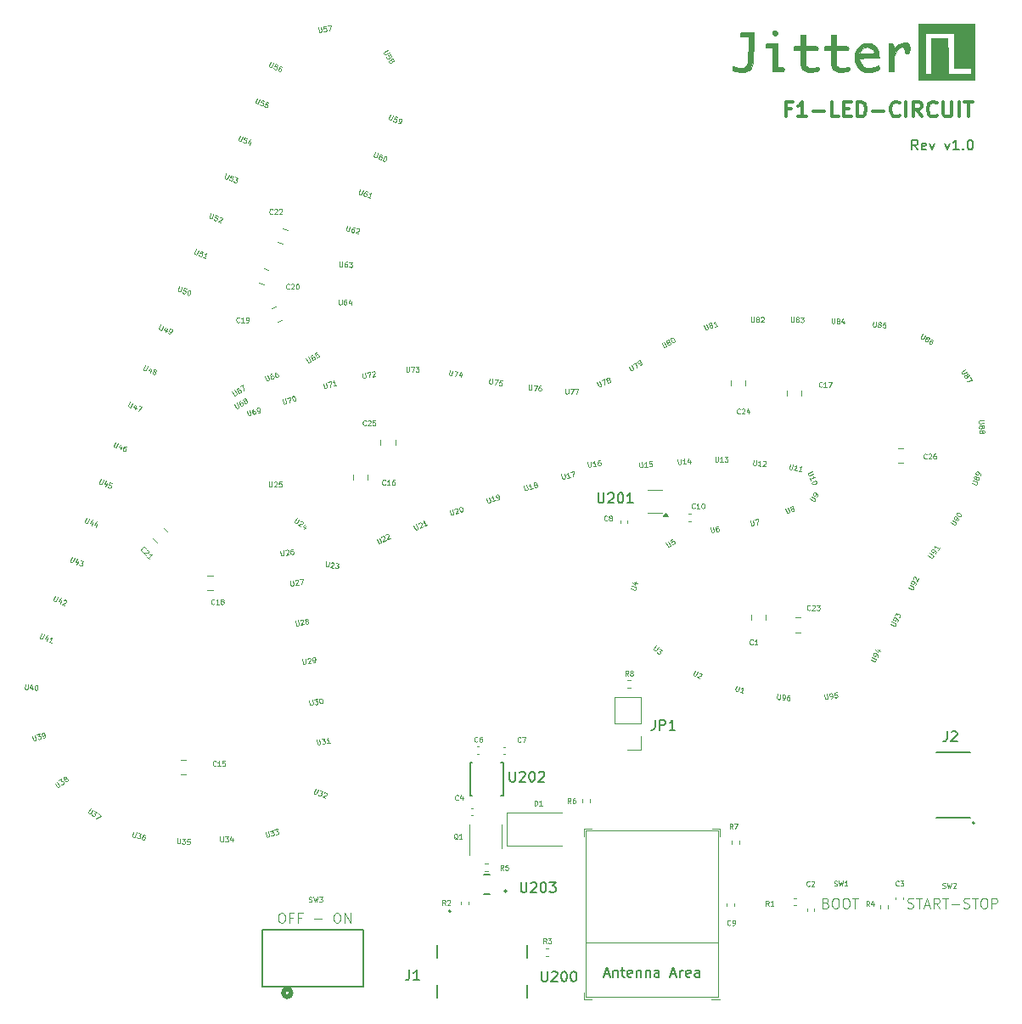
<source format=gbr>
%TF.GenerationSoftware,KiCad,Pcbnew,8.0.1*%
%TF.CreationDate,2024-05-16T13:46:45+01:00*%
%TF.ProjectId,f1-led-circuit,66312d6c-6564-42d6-9369-72637569742e,v1.0*%
%TF.SameCoordinates,Original*%
%TF.FileFunction,Legend,Top*%
%TF.FilePolarity,Positive*%
%FSLAX46Y46*%
G04 Gerber Fmt 4.6, Leading zero omitted, Abs format (unit mm)*
G04 Created by KiCad (PCBNEW 8.0.1) date 2024-05-16 13:46:45*
%MOMM*%
%LPD*%
G01*
G04 APERTURE LIST*
%ADD10C,0.100000*%
%ADD11C,0.150000*%
%ADD12C,0.300000*%
%ADD13C,0.200000*%
%ADD14C,0.120000*%
%ADD15C,0.152400*%
%ADD16C,0.508000*%
%ADD17C,0.010000*%
G04 APERTURE END LIST*
D10*
X182612217Y-140198609D02*
X182755074Y-140246228D01*
X182755074Y-140246228D02*
X182802693Y-140293847D01*
X182802693Y-140293847D02*
X182850312Y-140389085D01*
X182850312Y-140389085D02*
X182850312Y-140531942D01*
X182850312Y-140531942D02*
X182802693Y-140627180D01*
X182802693Y-140627180D02*
X182755074Y-140674800D01*
X182755074Y-140674800D02*
X182659836Y-140722419D01*
X182659836Y-140722419D02*
X182278884Y-140722419D01*
X182278884Y-140722419D02*
X182278884Y-139722419D01*
X182278884Y-139722419D02*
X182612217Y-139722419D01*
X182612217Y-139722419D02*
X182707455Y-139770038D01*
X182707455Y-139770038D02*
X182755074Y-139817657D01*
X182755074Y-139817657D02*
X182802693Y-139912895D01*
X182802693Y-139912895D02*
X182802693Y-140008133D01*
X182802693Y-140008133D02*
X182755074Y-140103371D01*
X182755074Y-140103371D02*
X182707455Y-140150990D01*
X182707455Y-140150990D02*
X182612217Y-140198609D01*
X182612217Y-140198609D02*
X182278884Y-140198609D01*
X183469360Y-139722419D02*
X183659836Y-139722419D01*
X183659836Y-139722419D02*
X183755074Y-139770038D01*
X183755074Y-139770038D02*
X183850312Y-139865276D01*
X183850312Y-139865276D02*
X183897931Y-140055752D01*
X183897931Y-140055752D02*
X183897931Y-140389085D01*
X183897931Y-140389085D02*
X183850312Y-140579561D01*
X183850312Y-140579561D02*
X183755074Y-140674800D01*
X183755074Y-140674800D02*
X183659836Y-140722419D01*
X183659836Y-140722419D02*
X183469360Y-140722419D01*
X183469360Y-140722419D02*
X183374122Y-140674800D01*
X183374122Y-140674800D02*
X183278884Y-140579561D01*
X183278884Y-140579561D02*
X183231265Y-140389085D01*
X183231265Y-140389085D02*
X183231265Y-140055752D01*
X183231265Y-140055752D02*
X183278884Y-139865276D01*
X183278884Y-139865276D02*
X183374122Y-139770038D01*
X183374122Y-139770038D02*
X183469360Y-139722419D01*
X184516979Y-139722419D02*
X184707455Y-139722419D01*
X184707455Y-139722419D02*
X184802693Y-139770038D01*
X184802693Y-139770038D02*
X184897931Y-139865276D01*
X184897931Y-139865276D02*
X184945550Y-140055752D01*
X184945550Y-140055752D02*
X184945550Y-140389085D01*
X184945550Y-140389085D02*
X184897931Y-140579561D01*
X184897931Y-140579561D02*
X184802693Y-140674800D01*
X184802693Y-140674800D02*
X184707455Y-140722419D01*
X184707455Y-140722419D02*
X184516979Y-140722419D01*
X184516979Y-140722419D02*
X184421741Y-140674800D01*
X184421741Y-140674800D02*
X184326503Y-140579561D01*
X184326503Y-140579561D02*
X184278884Y-140389085D01*
X184278884Y-140389085D02*
X184278884Y-140055752D01*
X184278884Y-140055752D02*
X184326503Y-139865276D01*
X184326503Y-139865276D02*
X184421741Y-139770038D01*
X184421741Y-139770038D02*
X184516979Y-139722419D01*
X185231265Y-139722419D02*
X185802693Y-139722419D01*
X185516979Y-140722419D02*
X185516979Y-139722419D01*
X128219360Y-141172419D02*
X128409836Y-141172419D01*
X128409836Y-141172419D02*
X128505074Y-141220038D01*
X128505074Y-141220038D02*
X128600312Y-141315276D01*
X128600312Y-141315276D02*
X128647931Y-141505752D01*
X128647931Y-141505752D02*
X128647931Y-141839085D01*
X128647931Y-141839085D02*
X128600312Y-142029561D01*
X128600312Y-142029561D02*
X128505074Y-142124800D01*
X128505074Y-142124800D02*
X128409836Y-142172419D01*
X128409836Y-142172419D02*
X128219360Y-142172419D01*
X128219360Y-142172419D02*
X128124122Y-142124800D01*
X128124122Y-142124800D02*
X128028884Y-142029561D01*
X128028884Y-142029561D02*
X127981265Y-141839085D01*
X127981265Y-141839085D02*
X127981265Y-141505752D01*
X127981265Y-141505752D02*
X128028884Y-141315276D01*
X128028884Y-141315276D02*
X128124122Y-141220038D01*
X128124122Y-141220038D02*
X128219360Y-141172419D01*
X129409836Y-141648609D02*
X129076503Y-141648609D01*
X129076503Y-142172419D02*
X129076503Y-141172419D01*
X129076503Y-141172419D02*
X129552693Y-141172419D01*
X130266979Y-141648609D02*
X129933646Y-141648609D01*
X129933646Y-142172419D02*
X129933646Y-141172419D01*
X129933646Y-141172419D02*
X130409836Y-141172419D01*
X131552694Y-141791466D02*
X132314599Y-141791466D01*
X133743170Y-141172419D02*
X133933646Y-141172419D01*
X133933646Y-141172419D02*
X134028884Y-141220038D01*
X134028884Y-141220038D02*
X134124122Y-141315276D01*
X134124122Y-141315276D02*
X134171741Y-141505752D01*
X134171741Y-141505752D02*
X134171741Y-141839085D01*
X134171741Y-141839085D02*
X134124122Y-142029561D01*
X134124122Y-142029561D02*
X134028884Y-142124800D01*
X134028884Y-142124800D02*
X133933646Y-142172419D01*
X133933646Y-142172419D02*
X133743170Y-142172419D01*
X133743170Y-142172419D02*
X133647932Y-142124800D01*
X133647932Y-142124800D02*
X133552694Y-142029561D01*
X133552694Y-142029561D02*
X133505075Y-141839085D01*
X133505075Y-141839085D02*
X133505075Y-141505752D01*
X133505075Y-141505752D02*
X133552694Y-141315276D01*
X133552694Y-141315276D02*
X133647932Y-141220038D01*
X133647932Y-141220038D02*
X133743170Y-141172419D01*
X134600313Y-142172419D02*
X134600313Y-141172419D01*
X134600313Y-141172419D02*
X135171741Y-142172419D01*
X135171741Y-142172419D02*
X135171741Y-141172419D01*
X190756265Y-140674800D02*
X190899122Y-140722419D01*
X190899122Y-140722419D02*
X191137217Y-140722419D01*
X191137217Y-140722419D02*
X191232455Y-140674800D01*
X191232455Y-140674800D02*
X191280074Y-140627180D01*
X191280074Y-140627180D02*
X191327693Y-140531942D01*
X191327693Y-140531942D02*
X191327693Y-140436704D01*
X191327693Y-140436704D02*
X191280074Y-140341466D01*
X191280074Y-140341466D02*
X191232455Y-140293847D01*
X191232455Y-140293847D02*
X191137217Y-140246228D01*
X191137217Y-140246228D02*
X190946741Y-140198609D01*
X190946741Y-140198609D02*
X190851503Y-140150990D01*
X190851503Y-140150990D02*
X190803884Y-140103371D01*
X190803884Y-140103371D02*
X190756265Y-140008133D01*
X190756265Y-140008133D02*
X190756265Y-139912895D01*
X190756265Y-139912895D02*
X190803884Y-139817657D01*
X190803884Y-139817657D02*
X190851503Y-139770038D01*
X190851503Y-139770038D02*
X190946741Y-139722419D01*
X190946741Y-139722419D02*
X191184836Y-139722419D01*
X191184836Y-139722419D02*
X191327693Y-139770038D01*
X191613408Y-139722419D02*
X192184836Y-139722419D01*
X191899122Y-140722419D02*
X191899122Y-139722419D01*
X192470551Y-140436704D02*
X192946741Y-140436704D01*
X192375313Y-140722419D02*
X192708646Y-139722419D01*
X192708646Y-139722419D02*
X193041979Y-140722419D01*
X193946741Y-140722419D02*
X193613408Y-140246228D01*
X193375313Y-140722419D02*
X193375313Y-139722419D01*
X193375313Y-139722419D02*
X193756265Y-139722419D01*
X193756265Y-139722419D02*
X193851503Y-139770038D01*
X193851503Y-139770038D02*
X193899122Y-139817657D01*
X193899122Y-139817657D02*
X193946741Y-139912895D01*
X193946741Y-139912895D02*
X193946741Y-140055752D01*
X193946741Y-140055752D02*
X193899122Y-140150990D01*
X193899122Y-140150990D02*
X193851503Y-140198609D01*
X193851503Y-140198609D02*
X193756265Y-140246228D01*
X193756265Y-140246228D02*
X193375313Y-140246228D01*
X194232456Y-139722419D02*
X194803884Y-139722419D01*
X194518170Y-140722419D02*
X194518170Y-139722419D01*
X195137218Y-140341466D02*
X195899123Y-140341466D01*
X196327694Y-140674800D02*
X196470551Y-140722419D01*
X196470551Y-140722419D02*
X196708646Y-140722419D01*
X196708646Y-140722419D02*
X196803884Y-140674800D01*
X196803884Y-140674800D02*
X196851503Y-140627180D01*
X196851503Y-140627180D02*
X196899122Y-140531942D01*
X196899122Y-140531942D02*
X196899122Y-140436704D01*
X196899122Y-140436704D02*
X196851503Y-140341466D01*
X196851503Y-140341466D02*
X196803884Y-140293847D01*
X196803884Y-140293847D02*
X196708646Y-140246228D01*
X196708646Y-140246228D02*
X196518170Y-140198609D01*
X196518170Y-140198609D02*
X196422932Y-140150990D01*
X196422932Y-140150990D02*
X196375313Y-140103371D01*
X196375313Y-140103371D02*
X196327694Y-140008133D01*
X196327694Y-140008133D02*
X196327694Y-139912895D01*
X196327694Y-139912895D02*
X196375313Y-139817657D01*
X196375313Y-139817657D02*
X196422932Y-139770038D01*
X196422932Y-139770038D02*
X196518170Y-139722419D01*
X196518170Y-139722419D02*
X196756265Y-139722419D01*
X196756265Y-139722419D02*
X196899122Y-139770038D01*
X197184837Y-139722419D02*
X197756265Y-139722419D01*
X197470551Y-140722419D02*
X197470551Y-139722419D01*
X198280075Y-139722419D02*
X198470551Y-139722419D01*
X198470551Y-139722419D02*
X198565789Y-139770038D01*
X198565789Y-139770038D02*
X198661027Y-139865276D01*
X198661027Y-139865276D02*
X198708646Y-140055752D01*
X198708646Y-140055752D02*
X198708646Y-140389085D01*
X198708646Y-140389085D02*
X198661027Y-140579561D01*
X198661027Y-140579561D02*
X198565789Y-140674800D01*
X198565789Y-140674800D02*
X198470551Y-140722419D01*
X198470551Y-140722419D02*
X198280075Y-140722419D01*
X198280075Y-140722419D02*
X198184837Y-140674800D01*
X198184837Y-140674800D02*
X198089599Y-140579561D01*
X198089599Y-140579561D02*
X198041980Y-140389085D01*
X198041980Y-140389085D02*
X198041980Y-140055752D01*
X198041980Y-140055752D02*
X198089599Y-139865276D01*
X198089599Y-139865276D02*
X198184837Y-139770038D01*
X198184837Y-139770038D02*
X198280075Y-139722419D01*
X199137218Y-140722419D02*
X199137218Y-139722419D01*
X199137218Y-139722419D02*
X199518170Y-139722419D01*
X199518170Y-139722419D02*
X199613408Y-139770038D01*
X199613408Y-139770038D02*
X199661027Y-139817657D01*
X199661027Y-139817657D02*
X199708646Y-139912895D01*
X199708646Y-139912895D02*
X199708646Y-140055752D01*
X199708646Y-140055752D02*
X199661027Y-140150990D01*
X199661027Y-140150990D02*
X199613408Y-140198609D01*
X199613408Y-140198609D02*
X199518170Y-140246228D01*
X199518170Y-140246228D02*
X199137218Y-140246228D01*
D11*
X191768207Y-65099819D02*
X191434874Y-64623628D01*
X191196779Y-65099819D02*
X191196779Y-64099819D01*
X191196779Y-64099819D02*
X191577731Y-64099819D01*
X191577731Y-64099819D02*
X191672969Y-64147438D01*
X191672969Y-64147438D02*
X191720588Y-64195057D01*
X191720588Y-64195057D02*
X191768207Y-64290295D01*
X191768207Y-64290295D02*
X191768207Y-64433152D01*
X191768207Y-64433152D02*
X191720588Y-64528390D01*
X191720588Y-64528390D02*
X191672969Y-64576009D01*
X191672969Y-64576009D02*
X191577731Y-64623628D01*
X191577731Y-64623628D02*
X191196779Y-64623628D01*
X192577731Y-65052200D02*
X192482493Y-65099819D01*
X192482493Y-65099819D02*
X192292017Y-65099819D01*
X192292017Y-65099819D02*
X192196779Y-65052200D01*
X192196779Y-65052200D02*
X192149160Y-64956961D01*
X192149160Y-64956961D02*
X192149160Y-64576009D01*
X192149160Y-64576009D02*
X192196779Y-64480771D01*
X192196779Y-64480771D02*
X192292017Y-64433152D01*
X192292017Y-64433152D02*
X192482493Y-64433152D01*
X192482493Y-64433152D02*
X192577731Y-64480771D01*
X192577731Y-64480771D02*
X192625350Y-64576009D01*
X192625350Y-64576009D02*
X192625350Y-64671247D01*
X192625350Y-64671247D02*
X192149160Y-64766485D01*
X192958684Y-64433152D02*
X193196779Y-65099819D01*
X193196779Y-65099819D02*
X193434874Y-64433152D01*
X194482494Y-64433152D02*
X194720589Y-65099819D01*
X194720589Y-65099819D02*
X194958684Y-64433152D01*
X195863446Y-65099819D02*
X195292018Y-65099819D01*
X195577732Y-65099819D02*
X195577732Y-64099819D01*
X195577732Y-64099819D02*
X195482494Y-64242676D01*
X195482494Y-64242676D02*
X195387256Y-64337914D01*
X195387256Y-64337914D02*
X195292018Y-64385533D01*
X196292018Y-65004580D02*
X196339637Y-65052200D01*
X196339637Y-65052200D02*
X196292018Y-65099819D01*
X196292018Y-65099819D02*
X196244399Y-65052200D01*
X196244399Y-65052200D02*
X196292018Y-65004580D01*
X196292018Y-65004580D02*
X196292018Y-65099819D01*
X196958684Y-64099819D02*
X197053922Y-64099819D01*
X197053922Y-64099819D02*
X197149160Y-64147438D01*
X197149160Y-64147438D02*
X197196779Y-64195057D01*
X197196779Y-64195057D02*
X197244398Y-64290295D01*
X197244398Y-64290295D02*
X197292017Y-64480771D01*
X197292017Y-64480771D02*
X197292017Y-64718866D01*
X197292017Y-64718866D02*
X197244398Y-64909342D01*
X197244398Y-64909342D02*
X197196779Y-65004580D01*
X197196779Y-65004580D02*
X197149160Y-65052200D01*
X197149160Y-65052200D02*
X197053922Y-65099819D01*
X197053922Y-65099819D02*
X196958684Y-65099819D01*
X196958684Y-65099819D02*
X196863446Y-65052200D01*
X196863446Y-65052200D02*
X196815827Y-65004580D01*
X196815827Y-65004580D02*
X196768208Y-64909342D01*
X196768208Y-64909342D02*
X196720589Y-64718866D01*
X196720589Y-64718866D02*
X196720589Y-64480771D01*
X196720589Y-64480771D02*
X196768208Y-64290295D01*
X196768208Y-64290295D02*
X196815827Y-64195057D01*
X196815827Y-64195057D02*
X196863446Y-64147438D01*
X196863446Y-64147438D02*
X196958684Y-64099819D01*
D12*
X179104510Y-61005114D02*
X178604510Y-61005114D01*
X178604510Y-61790828D02*
X178604510Y-60290828D01*
X178604510Y-60290828D02*
X179318796Y-60290828D01*
X180675939Y-61790828D02*
X179818796Y-61790828D01*
X180247367Y-61790828D02*
X180247367Y-60290828D01*
X180247367Y-60290828D02*
X180104510Y-60505114D01*
X180104510Y-60505114D02*
X179961653Y-60647971D01*
X179961653Y-60647971D02*
X179818796Y-60719400D01*
X181318795Y-61219400D02*
X182461653Y-61219400D01*
X183890224Y-61790828D02*
X183175938Y-61790828D01*
X183175938Y-61790828D02*
X183175938Y-60290828D01*
X184390224Y-61005114D02*
X184890224Y-61005114D01*
X185104510Y-61790828D02*
X184390224Y-61790828D01*
X184390224Y-61790828D02*
X184390224Y-60290828D01*
X184390224Y-60290828D02*
X185104510Y-60290828D01*
X185747367Y-61790828D02*
X185747367Y-60290828D01*
X185747367Y-60290828D02*
X186104510Y-60290828D01*
X186104510Y-60290828D02*
X186318796Y-60362257D01*
X186318796Y-60362257D02*
X186461653Y-60505114D01*
X186461653Y-60505114D02*
X186533082Y-60647971D01*
X186533082Y-60647971D02*
X186604510Y-60933685D01*
X186604510Y-60933685D02*
X186604510Y-61147971D01*
X186604510Y-61147971D02*
X186533082Y-61433685D01*
X186533082Y-61433685D02*
X186461653Y-61576542D01*
X186461653Y-61576542D02*
X186318796Y-61719400D01*
X186318796Y-61719400D02*
X186104510Y-61790828D01*
X186104510Y-61790828D02*
X185747367Y-61790828D01*
X187247367Y-61219400D02*
X188390225Y-61219400D01*
X189961653Y-61647971D02*
X189890225Y-61719400D01*
X189890225Y-61719400D02*
X189675939Y-61790828D01*
X189675939Y-61790828D02*
X189533082Y-61790828D01*
X189533082Y-61790828D02*
X189318796Y-61719400D01*
X189318796Y-61719400D02*
X189175939Y-61576542D01*
X189175939Y-61576542D02*
X189104510Y-61433685D01*
X189104510Y-61433685D02*
X189033082Y-61147971D01*
X189033082Y-61147971D02*
X189033082Y-60933685D01*
X189033082Y-60933685D02*
X189104510Y-60647971D01*
X189104510Y-60647971D02*
X189175939Y-60505114D01*
X189175939Y-60505114D02*
X189318796Y-60362257D01*
X189318796Y-60362257D02*
X189533082Y-60290828D01*
X189533082Y-60290828D02*
X189675939Y-60290828D01*
X189675939Y-60290828D02*
X189890225Y-60362257D01*
X189890225Y-60362257D02*
X189961653Y-60433685D01*
X190604510Y-61790828D02*
X190604510Y-60290828D01*
X192175939Y-61790828D02*
X191675939Y-61076542D01*
X191318796Y-61790828D02*
X191318796Y-60290828D01*
X191318796Y-60290828D02*
X191890225Y-60290828D01*
X191890225Y-60290828D02*
X192033082Y-60362257D01*
X192033082Y-60362257D02*
X192104511Y-60433685D01*
X192104511Y-60433685D02*
X192175939Y-60576542D01*
X192175939Y-60576542D02*
X192175939Y-60790828D01*
X192175939Y-60790828D02*
X192104511Y-60933685D01*
X192104511Y-60933685D02*
X192033082Y-61005114D01*
X192033082Y-61005114D02*
X191890225Y-61076542D01*
X191890225Y-61076542D02*
X191318796Y-61076542D01*
X193675939Y-61647971D02*
X193604511Y-61719400D01*
X193604511Y-61719400D02*
X193390225Y-61790828D01*
X193390225Y-61790828D02*
X193247368Y-61790828D01*
X193247368Y-61790828D02*
X193033082Y-61719400D01*
X193033082Y-61719400D02*
X192890225Y-61576542D01*
X192890225Y-61576542D02*
X192818796Y-61433685D01*
X192818796Y-61433685D02*
X192747368Y-61147971D01*
X192747368Y-61147971D02*
X192747368Y-60933685D01*
X192747368Y-60933685D02*
X192818796Y-60647971D01*
X192818796Y-60647971D02*
X192890225Y-60505114D01*
X192890225Y-60505114D02*
X193033082Y-60362257D01*
X193033082Y-60362257D02*
X193247368Y-60290828D01*
X193247368Y-60290828D02*
X193390225Y-60290828D01*
X193390225Y-60290828D02*
X193604511Y-60362257D01*
X193604511Y-60362257D02*
X193675939Y-60433685D01*
X194318796Y-60290828D02*
X194318796Y-61505114D01*
X194318796Y-61505114D02*
X194390225Y-61647971D01*
X194390225Y-61647971D02*
X194461654Y-61719400D01*
X194461654Y-61719400D02*
X194604511Y-61790828D01*
X194604511Y-61790828D02*
X194890225Y-61790828D01*
X194890225Y-61790828D02*
X195033082Y-61719400D01*
X195033082Y-61719400D02*
X195104511Y-61647971D01*
X195104511Y-61647971D02*
X195175939Y-61505114D01*
X195175939Y-61505114D02*
X195175939Y-60290828D01*
X195890225Y-61790828D02*
X195890225Y-60290828D01*
X196390226Y-60290828D02*
X197247369Y-60290828D01*
X196818797Y-61790828D02*
X196818797Y-60290828D01*
D10*
X173692916Y-118556844D02*
X173588156Y-118947814D01*
X173588156Y-118947814D02*
X173598829Y-118999973D01*
X173598829Y-118999973D02*
X173615665Y-119029133D01*
X173615665Y-119029133D02*
X173655499Y-119064456D01*
X173655499Y-119064456D02*
X173747492Y-119089106D01*
X173747492Y-119089106D02*
X173799651Y-119078432D01*
X173799651Y-119078432D02*
X173828812Y-119061596D01*
X173828812Y-119061596D02*
X173864135Y-119021762D01*
X173864135Y-119021762D02*
X173968895Y-118630792D01*
X174322448Y-119243165D02*
X174046470Y-119169216D01*
X174184459Y-119206191D02*
X174313869Y-118723228D01*
X174313869Y-118723228D02*
X174249385Y-118779898D01*
X174249385Y-118779898D02*
X174191064Y-118813569D01*
X174191064Y-118813569D02*
X174138905Y-118824243D01*
D11*
X141056666Y-146874819D02*
X141056666Y-147589104D01*
X141056666Y-147589104D02*
X141009047Y-147731961D01*
X141009047Y-147731961D02*
X140913809Y-147827200D01*
X140913809Y-147827200D02*
X140770952Y-147874819D01*
X140770952Y-147874819D02*
X140675714Y-147874819D01*
X142056666Y-147874819D02*
X141485238Y-147874819D01*
X141770952Y-147874819D02*
X141770952Y-146874819D01*
X141770952Y-146874819D02*
X141675714Y-147017676D01*
X141675714Y-147017676D02*
X141580476Y-147112914D01*
X141580476Y-147112914D02*
X141485238Y-147160533D01*
D10*
X123586944Y-90472327D02*
X123789324Y-90822861D01*
X123789324Y-90822861D02*
X123833754Y-90852196D01*
X123833754Y-90852196D02*
X123866278Y-90860911D01*
X123866278Y-90860911D02*
X123919422Y-90857721D01*
X123919422Y-90857721D02*
X124001901Y-90810102D01*
X124001901Y-90810102D02*
X124031235Y-90765673D01*
X124031235Y-90765673D02*
X124039950Y-90733148D01*
X124039950Y-90733148D02*
X124036760Y-90680004D01*
X124036760Y-90680004D02*
X123834379Y-90329470D01*
X124226153Y-90103279D02*
X124143675Y-90150898D01*
X124143675Y-90150898D02*
X124114340Y-90195327D01*
X124114340Y-90195327D02*
X124105625Y-90227852D01*
X124105625Y-90227852D02*
X124100100Y-90313520D01*
X124100100Y-90313520D02*
X124127099Y-90407904D01*
X124127099Y-90407904D02*
X124222338Y-90572861D01*
X124222338Y-90572861D02*
X124266767Y-90602195D01*
X124266767Y-90602195D02*
X124299291Y-90610910D01*
X124299291Y-90610910D02*
X124352435Y-90607720D01*
X124352435Y-90607720D02*
X124434914Y-90560101D01*
X124434914Y-90560101D02*
X124464248Y-90515672D01*
X124464248Y-90515672D02*
X124472963Y-90483148D01*
X124472963Y-90483148D02*
X124469773Y-90430004D01*
X124469773Y-90430004D02*
X124410250Y-90326906D01*
X124410250Y-90326906D02*
X124365820Y-90297571D01*
X124365820Y-90297571D02*
X124333296Y-90288856D01*
X124333296Y-90288856D02*
X124280152Y-90292046D01*
X124280152Y-90292046D02*
X124197673Y-90339665D01*
X124197673Y-90339665D02*
X124168339Y-90384094D01*
X124168339Y-90384094D02*
X124159624Y-90416619D01*
X124159624Y-90416619D02*
X124162814Y-90469763D01*
X124621971Y-90122190D02*
X124568827Y-90125380D01*
X124568827Y-90125380D02*
X124536302Y-90116665D01*
X124536302Y-90116665D02*
X124491873Y-90087330D01*
X124491873Y-90087330D02*
X124479968Y-90066710D01*
X124479968Y-90066710D02*
X124476778Y-90013566D01*
X124476778Y-90013566D02*
X124485493Y-89981042D01*
X124485493Y-89981042D02*
X124514828Y-89936613D01*
X124514828Y-89936613D02*
X124597306Y-89888994D01*
X124597306Y-89888994D02*
X124650451Y-89885804D01*
X124650451Y-89885804D02*
X124682975Y-89894519D01*
X124682975Y-89894519D02*
X124727404Y-89923853D01*
X124727404Y-89923853D02*
X124739309Y-89944473D01*
X124739309Y-89944473D02*
X124742499Y-89997617D01*
X124742499Y-89997617D02*
X124733784Y-90030141D01*
X124733784Y-90030141D02*
X124704449Y-90074571D01*
X124704449Y-90074571D02*
X124621971Y-90122190D01*
X124621971Y-90122190D02*
X124592636Y-90166619D01*
X124592636Y-90166619D02*
X124583921Y-90199143D01*
X124583921Y-90199143D02*
X124587111Y-90252287D01*
X124587111Y-90252287D02*
X124634730Y-90334766D01*
X124634730Y-90334766D02*
X124679159Y-90364100D01*
X124679159Y-90364100D02*
X124711684Y-90372815D01*
X124711684Y-90372815D02*
X124764828Y-90369625D01*
X124764828Y-90369625D02*
X124847306Y-90322006D01*
X124847306Y-90322006D02*
X124876641Y-90277577D01*
X124876641Y-90277577D02*
X124885356Y-90245053D01*
X124885356Y-90245053D02*
X124882166Y-90191909D01*
X124882166Y-90191909D02*
X124834547Y-90109430D01*
X124834547Y-90109430D02*
X124790118Y-90080096D01*
X124790118Y-90080096D02*
X124757593Y-90071381D01*
X124757593Y-90071381D02*
X124704449Y-90074571D01*
X183423334Y-138472300D02*
X183494762Y-138496109D01*
X183494762Y-138496109D02*
X183613810Y-138496109D01*
X183613810Y-138496109D02*
X183661429Y-138472300D01*
X183661429Y-138472300D02*
X183685238Y-138448490D01*
X183685238Y-138448490D02*
X183709048Y-138400871D01*
X183709048Y-138400871D02*
X183709048Y-138353252D01*
X183709048Y-138353252D02*
X183685238Y-138305633D01*
X183685238Y-138305633D02*
X183661429Y-138281823D01*
X183661429Y-138281823D02*
X183613810Y-138258014D01*
X183613810Y-138258014D02*
X183518572Y-138234204D01*
X183518572Y-138234204D02*
X183470953Y-138210395D01*
X183470953Y-138210395D02*
X183447143Y-138186585D01*
X183447143Y-138186585D02*
X183423334Y-138138966D01*
X183423334Y-138138966D02*
X183423334Y-138091347D01*
X183423334Y-138091347D02*
X183447143Y-138043728D01*
X183447143Y-138043728D02*
X183470953Y-138019919D01*
X183470953Y-138019919D02*
X183518572Y-137996109D01*
X183518572Y-137996109D02*
X183637619Y-137996109D01*
X183637619Y-137996109D02*
X183709048Y-138019919D01*
X183875714Y-137996109D02*
X183994762Y-138496109D01*
X183994762Y-138496109D02*
X184090000Y-138138966D01*
X184090000Y-138138966D02*
X184185238Y-138496109D01*
X184185238Y-138496109D02*
X184304286Y-137996109D01*
X184756667Y-138496109D02*
X184470953Y-138496109D01*
X184613810Y-138496109D02*
X184613810Y-137996109D01*
X184613810Y-137996109D02*
X184566191Y-138067538D01*
X184566191Y-138067538D02*
X184518572Y-138115157D01*
X184518572Y-138115157D02*
X184470953Y-138138966D01*
X174038571Y-91358490D02*
X174014762Y-91382300D01*
X174014762Y-91382300D02*
X173943333Y-91406109D01*
X173943333Y-91406109D02*
X173895714Y-91406109D01*
X173895714Y-91406109D02*
X173824286Y-91382300D01*
X173824286Y-91382300D02*
X173776667Y-91334680D01*
X173776667Y-91334680D02*
X173752857Y-91287061D01*
X173752857Y-91287061D02*
X173729048Y-91191823D01*
X173729048Y-91191823D02*
X173729048Y-91120395D01*
X173729048Y-91120395D02*
X173752857Y-91025157D01*
X173752857Y-91025157D02*
X173776667Y-90977538D01*
X173776667Y-90977538D02*
X173824286Y-90929919D01*
X173824286Y-90929919D02*
X173895714Y-90906109D01*
X173895714Y-90906109D02*
X173943333Y-90906109D01*
X173943333Y-90906109D02*
X174014762Y-90929919D01*
X174014762Y-90929919D02*
X174038571Y-90953728D01*
X174229048Y-90953728D02*
X174252857Y-90929919D01*
X174252857Y-90929919D02*
X174300476Y-90906109D01*
X174300476Y-90906109D02*
X174419524Y-90906109D01*
X174419524Y-90906109D02*
X174467143Y-90929919D01*
X174467143Y-90929919D02*
X174490952Y-90953728D01*
X174490952Y-90953728D02*
X174514762Y-91001347D01*
X174514762Y-91001347D02*
X174514762Y-91048966D01*
X174514762Y-91048966D02*
X174490952Y-91120395D01*
X174490952Y-91120395D02*
X174205238Y-91406109D01*
X174205238Y-91406109D02*
X174514762Y-91406109D01*
X174943333Y-91072776D02*
X174943333Y-91406109D01*
X174824285Y-90882300D02*
X174705238Y-91239442D01*
X174705238Y-91239442D02*
X175014761Y-91239442D01*
X178548345Y-100872919D02*
X178686782Y-101253271D01*
X178686782Y-101253271D02*
X178725442Y-101289875D01*
X178725442Y-101289875D02*
X178755959Y-101304105D01*
X178755959Y-101304105D02*
X178808850Y-101310192D01*
X178808850Y-101310192D02*
X178898344Y-101277619D01*
X178898344Y-101277619D02*
X178934948Y-101238958D01*
X178934948Y-101238958D02*
X178949179Y-101208441D01*
X178949179Y-101208441D02*
X178955266Y-101155551D01*
X178955266Y-101155551D02*
X178816829Y-100775199D01*
X179180977Y-100870698D02*
X179128086Y-100864611D01*
X179128086Y-100864611D02*
X179097569Y-100850381D01*
X179097569Y-100850381D02*
X179058909Y-100813777D01*
X179058909Y-100813777D02*
X179050765Y-100791403D01*
X179050765Y-100791403D02*
X179056852Y-100738513D01*
X179056852Y-100738513D02*
X179071083Y-100707996D01*
X179071083Y-100707996D02*
X179107687Y-100669335D01*
X179107687Y-100669335D02*
X179197181Y-100636762D01*
X179197181Y-100636762D02*
X179250072Y-100642849D01*
X179250072Y-100642849D02*
X179280589Y-100657079D01*
X179280589Y-100657079D02*
X179319249Y-100693683D01*
X179319249Y-100693683D02*
X179327392Y-100716057D01*
X179327392Y-100716057D02*
X179321305Y-100768948D01*
X179321305Y-100768948D02*
X179307075Y-100799464D01*
X179307075Y-100799464D02*
X179270471Y-100838125D01*
X179270471Y-100838125D02*
X179180977Y-100870698D01*
X179180977Y-100870698D02*
X179144373Y-100909358D01*
X179144373Y-100909358D02*
X179130142Y-100939875D01*
X179130142Y-100939875D02*
X179124055Y-100992766D01*
X179124055Y-100992766D02*
X179156629Y-101082261D01*
X179156629Y-101082261D02*
X179195289Y-101118865D01*
X179195289Y-101118865D02*
X179225806Y-101133095D01*
X179225806Y-101133095D02*
X179278697Y-101139182D01*
X179278697Y-101139182D02*
X179368191Y-101106608D01*
X179368191Y-101106608D02*
X179404795Y-101067948D01*
X179404795Y-101067948D02*
X179419025Y-101037431D01*
X179419025Y-101037431D02*
X179425112Y-100984541D01*
X179425112Y-100984541D02*
X179392539Y-100895046D01*
X179392539Y-100895046D02*
X179353879Y-100858442D01*
X179353879Y-100858442D02*
X179323362Y-100844212D01*
X179323362Y-100844212D02*
X179270471Y-100838125D01*
X136342796Y-87387766D02*
X136413082Y-87786379D01*
X136413082Y-87786379D02*
X136444799Y-87829140D01*
X136444799Y-87829140D02*
X136472381Y-87848454D01*
X136472381Y-87848454D02*
X136523412Y-87863632D01*
X136523412Y-87863632D02*
X136617203Y-87847095D01*
X136617203Y-87847095D02*
X136659964Y-87815378D01*
X136659964Y-87815378D02*
X136679277Y-87787795D01*
X136679277Y-87787795D02*
X136694456Y-87736765D01*
X136694456Y-87736765D02*
X136624170Y-87338153D01*
X136811753Y-87305077D02*
X137140022Y-87247194D01*
X137140022Y-87247194D02*
X137015816Y-87776808D01*
X137312425Y-87265148D02*
X137331738Y-87237566D01*
X137331738Y-87237566D02*
X137374500Y-87205849D01*
X137374500Y-87205849D02*
X137491739Y-87185177D01*
X137491739Y-87185177D02*
X137542769Y-87200356D01*
X137542769Y-87200356D02*
X137570351Y-87219669D01*
X137570351Y-87219669D02*
X137602068Y-87262430D01*
X137602068Y-87262430D02*
X137610337Y-87309326D01*
X137610337Y-87309326D02*
X137599292Y-87383804D01*
X137599292Y-87383804D02*
X137367532Y-87714791D01*
X137367532Y-87714791D02*
X137672354Y-87661043D01*
X125867181Y-59946001D02*
X125709028Y-60318586D01*
X125709028Y-60318586D02*
X125712338Y-60371723D01*
X125712338Y-60371723D02*
X125724952Y-60402943D01*
X125724952Y-60402943D02*
X125759482Y-60443466D01*
X125759482Y-60443466D02*
X125847150Y-60480678D01*
X125847150Y-60480678D02*
X125900286Y-60477368D01*
X125900286Y-60477368D02*
X125931506Y-60464754D01*
X125931506Y-60464754D02*
X125972029Y-60430224D01*
X125972029Y-60430224D02*
X126130182Y-60057638D01*
X126568518Y-60243701D02*
X126349351Y-60150670D01*
X126349351Y-60150670D02*
X126234403Y-60360534D01*
X126234403Y-60360534D02*
X126265622Y-60347921D01*
X126265622Y-60347921D02*
X126318759Y-60344610D01*
X126318759Y-60344610D02*
X126428343Y-60391126D01*
X126428343Y-60391126D02*
X126462874Y-60431649D01*
X126462874Y-60431649D02*
X126475487Y-60462869D01*
X126475487Y-60462869D02*
X126478798Y-60516006D01*
X126478798Y-60516006D02*
X126432282Y-60625589D01*
X126432282Y-60625589D02*
X126391759Y-60660120D01*
X126391759Y-60660120D02*
X126360539Y-60672734D01*
X126360539Y-60672734D02*
X126307402Y-60676044D01*
X126307402Y-60676044D02*
X126197819Y-60629528D01*
X126197819Y-60629528D02*
X126163288Y-60589005D01*
X126163288Y-60589005D02*
X126150674Y-60557786D01*
X127006854Y-60429763D02*
X126787686Y-60336732D01*
X126787686Y-60336732D02*
X126672738Y-60546597D01*
X126672738Y-60546597D02*
X126703958Y-60533983D01*
X126703958Y-60533983D02*
X126757094Y-60530673D01*
X126757094Y-60530673D02*
X126866678Y-60577188D01*
X126866678Y-60577188D02*
X126901209Y-60617711D01*
X126901209Y-60617711D02*
X126913822Y-60648931D01*
X126913822Y-60648931D02*
X126917133Y-60702068D01*
X126917133Y-60702068D02*
X126870617Y-60811652D01*
X126870617Y-60811652D02*
X126830094Y-60846182D01*
X126830094Y-60846182D02*
X126798874Y-60858796D01*
X126798874Y-60858796D02*
X126745738Y-60862106D01*
X126745738Y-60862106D02*
X126636154Y-60815591D01*
X126636154Y-60815591D02*
X126601623Y-60775068D01*
X126601623Y-60775068D02*
X126589010Y-60743848D01*
X110258630Y-97904153D02*
X110107003Y-98279442D01*
X110107003Y-98279442D02*
X110111241Y-98332513D01*
X110111241Y-98332513D02*
X110124397Y-98363508D01*
X110124397Y-98363508D02*
X110159630Y-98403422D01*
X110159630Y-98403422D02*
X110247933Y-98439099D01*
X110247933Y-98439099D02*
X110301004Y-98434862D01*
X110301004Y-98434862D02*
X110331999Y-98421705D01*
X110331999Y-98421705D02*
X110371913Y-98386473D01*
X110371913Y-98386473D02*
X110523540Y-98011184D01*
X110880546Y-98335180D02*
X110755677Y-98644241D01*
X110841521Y-98113977D02*
X110597353Y-98400518D01*
X110597353Y-98400518D02*
X110884339Y-98516468D01*
X111406572Y-98367952D02*
X111185814Y-98278760D01*
X111185814Y-98278760D02*
X111074546Y-98490599D01*
X111074546Y-98490599D02*
X111105541Y-98477442D01*
X111105541Y-98477442D02*
X111158612Y-98473205D01*
X111158612Y-98473205D02*
X111268991Y-98517801D01*
X111268991Y-98517801D02*
X111304223Y-98557715D01*
X111304223Y-98557715D02*
X111317380Y-98588710D01*
X111317380Y-98588710D02*
X111321617Y-98641781D01*
X111321617Y-98641781D02*
X111277021Y-98752160D01*
X111277021Y-98752160D02*
X111237107Y-98787392D01*
X111237107Y-98787392D02*
X111206112Y-98800549D01*
X111206112Y-98800549D02*
X111153041Y-98804786D01*
X111153041Y-98804786D02*
X111042662Y-98760190D01*
X111042662Y-98760190D02*
X111007430Y-98720276D01*
X111007430Y-98720276D02*
X110994273Y-98689281D01*
X128198858Y-105074929D02*
X128255190Y-105475752D01*
X128255190Y-105475752D02*
X128285396Y-105519594D01*
X128285396Y-105519594D02*
X128312287Y-105539858D01*
X128312287Y-105539858D02*
X128362756Y-105556809D01*
X128362756Y-105556809D02*
X128457067Y-105543554D01*
X128457067Y-105543554D02*
X128500909Y-105513349D01*
X128500909Y-105513349D02*
X128521174Y-105486458D01*
X128521174Y-105486458D02*
X128538124Y-105435988D01*
X128538124Y-105435988D02*
X128481792Y-105035166D01*
X128700620Y-105052498D02*
X128720884Y-105025607D01*
X128720884Y-105025607D02*
X128764726Y-104995402D01*
X128764726Y-104995402D02*
X128882615Y-104978833D01*
X128882615Y-104978833D02*
X128933085Y-104995784D01*
X128933085Y-104995784D02*
X128959976Y-105016048D01*
X128959976Y-105016048D02*
X128990181Y-105059890D01*
X128990181Y-105059890D02*
X128996809Y-105107046D01*
X128996809Y-105107046D02*
X128983172Y-105181093D01*
X128983172Y-105181093D02*
X128740002Y-105503790D01*
X128740002Y-105503790D02*
X129046513Y-105460713D01*
X129401327Y-104905933D02*
X129307016Y-104919188D01*
X129307016Y-104919188D02*
X129263174Y-104949393D01*
X129263174Y-104949393D02*
X129242909Y-104976284D01*
X129242909Y-104976284D02*
X129205695Y-105053645D01*
X129205695Y-105053645D02*
X129195372Y-105151270D01*
X129195372Y-105151270D02*
X129221881Y-105339893D01*
X129221881Y-105339893D02*
X129252086Y-105383735D01*
X129252086Y-105383735D02*
X129278977Y-105403999D01*
X129278977Y-105403999D02*
X129329447Y-105420949D01*
X129329447Y-105420949D02*
X129423758Y-105407695D01*
X129423758Y-105407695D02*
X129467600Y-105377490D01*
X129467600Y-105377490D02*
X129487864Y-105350598D01*
X129487864Y-105350598D02*
X129504814Y-105300129D01*
X129504814Y-105300129D02*
X129488246Y-105182240D01*
X129488246Y-105182240D02*
X129458041Y-105138398D01*
X129458041Y-105138398D02*
X129431150Y-105118134D01*
X129431150Y-105118134D02*
X129380680Y-105101183D01*
X129380680Y-105101183D02*
X129286369Y-105114438D01*
X129286369Y-105114438D02*
X129242527Y-105144643D01*
X129242527Y-105144643D02*
X129222263Y-105171534D01*
X129222263Y-105171534D02*
X129205312Y-105222004D01*
X192648571Y-95858490D02*
X192624762Y-95882300D01*
X192624762Y-95882300D02*
X192553333Y-95906109D01*
X192553333Y-95906109D02*
X192505714Y-95906109D01*
X192505714Y-95906109D02*
X192434286Y-95882300D01*
X192434286Y-95882300D02*
X192386667Y-95834680D01*
X192386667Y-95834680D02*
X192362857Y-95787061D01*
X192362857Y-95787061D02*
X192339048Y-95691823D01*
X192339048Y-95691823D02*
X192339048Y-95620395D01*
X192339048Y-95620395D02*
X192362857Y-95525157D01*
X192362857Y-95525157D02*
X192386667Y-95477538D01*
X192386667Y-95477538D02*
X192434286Y-95429919D01*
X192434286Y-95429919D02*
X192505714Y-95406109D01*
X192505714Y-95406109D02*
X192553333Y-95406109D01*
X192553333Y-95406109D02*
X192624762Y-95429919D01*
X192624762Y-95429919D02*
X192648571Y-95453728D01*
X192839048Y-95453728D02*
X192862857Y-95429919D01*
X192862857Y-95429919D02*
X192910476Y-95406109D01*
X192910476Y-95406109D02*
X193029524Y-95406109D01*
X193029524Y-95406109D02*
X193077143Y-95429919D01*
X193077143Y-95429919D02*
X193100952Y-95453728D01*
X193100952Y-95453728D02*
X193124762Y-95501347D01*
X193124762Y-95501347D02*
X193124762Y-95548966D01*
X193124762Y-95548966D02*
X193100952Y-95620395D01*
X193100952Y-95620395D02*
X192815238Y-95906109D01*
X192815238Y-95906109D02*
X193124762Y-95906109D01*
X193553333Y-95406109D02*
X193458095Y-95406109D01*
X193458095Y-95406109D02*
X193410476Y-95429919D01*
X193410476Y-95429919D02*
X193386666Y-95453728D01*
X193386666Y-95453728D02*
X193339047Y-95525157D01*
X193339047Y-95525157D02*
X193315238Y-95620395D01*
X193315238Y-95620395D02*
X193315238Y-95810871D01*
X193315238Y-95810871D02*
X193339047Y-95858490D01*
X193339047Y-95858490D02*
X193362857Y-95882300D01*
X193362857Y-95882300D02*
X193410476Y-95906109D01*
X193410476Y-95906109D02*
X193505714Y-95906109D01*
X193505714Y-95906109D02*
X193553333Y-95882300D01*
X193553333Y-95882300D02*
X193577142Y-95858490D01*
X193577142Y-95858490D02*
X193600952Y-95810871D01*
X193600952Y-95810871D02*
X193600952Y-95691823D01*
X193600952Y-95691823D02*
X193577142Y-95644204D01*
X193577142Y-95644204D02*
X193553333Y-95620395D01*
X193553333Y-95620395D02*
X193505714Y-95596585D01*
X193505714Y-95596585D02*
X193410476Y-95596585D01*
X193410476Y-95596585D02*
X193362857Y-95620395D01*
X193362857Y-95620395D02*
X193339047Y-95644204D01*
X193339047Y-95644204D02*
X193315238Y-95691823D01*
X130736944Y-85902326D02*
X130939324Y-86252860D01*
X130939324Y-86252860D02*
X130983754Y-86282195D01*
X130983754Y-86282195D02*
X131016278Y-86290910D01*
X131016278Y-86290910D02*
X131069422Y-86287720D01*
X131069422Y-86287720D02*
X131151901Y-86240101D01*
X131151901Y-86240101D02*
X131181235Y-86195672D01*
X131181235Y-86195672D02*
X131189950Y-86163147D01*
X131189950Y-86163147D02*
X131186760Y-86110003D01*
X131186760Y-86110003D02*
X130984379Y-85759469D01*
X131376153Y-85533278D02*
X131293675Y-85580897D01*
X131293675Y-85580897D02*
X131264340Y-85625326D01*
X131264340Y-85625326D02*
X131255625Y-85657851D01*
X131255625Y-85657851D02*
X131250100Y-85743519D01*
X131250100Y-85743519D02*
X131277099Y-85837903D01*
X131277099Y-85837903D02*
X131372338Y-86002860D01*
X131372338Y-86002860D02*
X131416767Y-86032194D01*
X131416767Y-86032194D02*
X131449291Y-86040909D01*
X131449291Y-86040909D02*
X131502435Y-86037719D01*
X131502435Y-86037719D02*
X131584914Y-85990100D01*
X131584914Y-85990100D02*
X131614248Y-85945671D01*
X131614248Y-85945671D02*
X131622963Y-85913147D01*
X131622963Y-85913147D02*
X131619773Y-85860003D01*
X131619773Y-85860003D02*
X131560250Y-85756905D01*
X131560250Y-85756905D02*
X131515820Y-85727570D01*
X131515820Y-85727570D02*
X131483296Y-85718855D01*
X131483296Y-85718855D02*
X131430152Y-85722045D01*
X131430152Y-85722045D02*
X131347673Y-85769664D01*
X131347673Y-85769664D02*
X131318339Y-85814093D01*
X131318339Y-85814093D02*
X131309624Y-85846618D01*
X131309624Y-85846618D02*
X131312814Y-85899762D01*
X131809165Y-85283278D02*
X131602969Y-85402326D01*
X131602969Y-85402326D02*
X131701397Y-85620427D01*
X131701397Y-85620427D02*
X131710112Y-85587903D01*
X131710112Y-85587903D02*
X131739446Y-85543474D01*
X131739446Y-85543474D02*
X131842545Y-85483950D01*
X131842545Y-85483950D02*
X131895689Y-85480760D01*
X131895689Y-85480760D02*
X131928213Y-85489475D01*
X131928213Y-85489475D02*
X131972642Y-85518810D01*
X131972642Y-85518810D02*
X132032166Y-85621908D01*
X132032166Y-85621908D02*
X132035356Y-85675052D01*
X132035356Y-85675052D02*
X132026641Y-85707576D01*
X132026641Y-85707576D02*
X131997306Y-85752005D01*
X131997306Y-85752005D02*
X131894208Y-85811529D01*
X131894208Y-85811529D02*
X131841064Y-85814719D01*
X131841064Y-85814719D02*
X131808540Y-85806004D01*
D11*
X151055714Y-127104819D02*
X151055714Y-127914342D01*
X151055714Y-127914342D02*
X151103333Y-128009580D01*
X151103333Y-128009580D02*
X151150952Y-128057200D01*
X151150952Y-128057200D02*
X151246190Y-128104819D01*
X151246190Y-128104819D02*
X151436666Y-128104819D01*
X151436666Y-128104819D02*
X151531904Y-128057200D01*
X151531904Y-128057200D02*
X151579523Y-128009580D01*
X151579523Y-128009580D02*
X151627142Y-127914342D01*
X151627142Y-127914342D02*
X151627142Y-127104819D01*
X152055714Y-127200057D02*
X152103333Y-127152438D01*
X152103333Y-127152438D02*
X152198571Y-127104819D01*
X152198571Y-127104819D02*
X152436666Y-127104819D01*
X152436666Y-127104819D02*
X152531904Y-127152438D01*
X152531904Y-127152438D02*
X152579523Y-127200057D01*
X152579523Y-127200057D02*
X152627142Y-127295295D01*
X152627142Y-127295295D02*
X152627142Y-127390533D01*
X152627142Y-127390533D02*
X152579523Y-127533390D01*
X152579523Y-127533390D02*
X152008095Y-128104819D01*
X152008095Y-128104819D02*
X152627142Y-128104819D01*
X153246190Y-127104819D02*
X153341428Y-127104819D01*
X153341428Y-127104819D02*
X153436666Y-127152438D01*
X153436666Y-127152438D02*
X153484285Y-127200057D01*
X153484285Y-127200057D02*
X153531904Y-127295295D01*
X153531904Y-127295295D02*
X153579523Y-127485771D01*
X153579523Y-127485771D02*
X153579523Y-127723866D01*
X153579523Y-127723866D02*
X153531904Y-127914342D01*
X153531904Y-127914342D02*
X153484285Y-128009580D01*
X153484285Y-128009580D02*
X153436666Y-128057200D01*
X153436666Y-128057200D02*
X153341428Y-128104819D01*
X153341428Y-128104819D02*
X153246190Y-128104819D01*
X153246190Y-128104819D02*
X153150952Y-128057200D01*
X153150952Y-128057200D02*
X153103333Y-128009580D01*
X153103333Y-128009580D02*
X153055714Y-127914342D01*
X153055714Y-127914342D02*
X153008095Y-127723866D01*
X153008095Y-127723866D02*
X153008095Y-127485771D01*
X153008095Y-127485771D02*
X153055714Y-127295295D01*
X153055714Y-127295295D02*
X153103333Y-127200057D01*
X153103333Y-127200057D02*
X153150952Y-127152438D01*
X153150952Y-127152438D02*
X153246190Y-127104819D01*
X153960476Y-127200057D02*
X154008095Y-127152438D01*
X154008095Y-127152438D02*
X154103333Y-127104819D01*
X154103333Y-127104819D02*
X154341428Y-127104819D01*
X154341428Y-127104819D02*
X154436666Y-127152438D01*
X154436666Y-127152438D02*
X154484285Y-127200057D01*
X154484285Y-127200057D02*
X154531904Y-127295295D01*
X154531904Y-127295295D02*
X154531904Y-127390533D01*
X154531904Y-127390533D02*
X154484285Y-127533390D01*
X154484285Y-127533390D02*
X153912857Y-128104819D01*
X153912857Y-128104819D02*
X154531904Y-128104819D01*
D10*
X111718629Y-94234153D02*
X111567002Y-94609442D01*
X111567002Y-94609442D02*
X111571240Y-94662513D01*
X111571240Y-94662513D02*
X111584396Y-94693508D01*
X111584396Y-94693508D02*
X111619629Y-94733422D01*
X111619629Y-94733422D02*
X111707932Y-94769099D01*
X111707932Y-94769099D02*
X111761003Y-94764862D01*
X111761003Y-94764862D02*
X111791998Y-94751705D01*
X111791998Y-94751705D02*
X111831912Y-94716473D01*
X111831912Y-94716473D02*
X111983539Y-94341184D01*
X112340545Y-94665180D02*
X112215676Y-94974241D01*
X112301520Y-94443977D02*
X112057352Y-94730518D01*
X112057352Y-94730518D02*
X112344338Y-94846468D01*
X112844495Y-94689033D02*
X112756192Y-94653356D01*
X112756192Y-94653356D02*
X112703121Y-94657593D01*
X112703121Y-94657593D02*
X112672126Y-94670750D01*
X112672126Y-94670750D02*
X112601217Y-94719139D01*
X112601217Y-94719139D02*
X112543464Y-94798523D01*
X112543464Y-94798523D02*
X112472111Y-94975130D01*
X112472111Y-94975130D02*
X112476348Y-95028200D01*
X112476348Y-95028200D02*
X112489505Y-95059195D01*
X112489505Y-95059195D02*
X112524737Y-95099110D01*
X112524737Y-95099110D02*
X112613040Y-95134786D01*
X112613040Y-95134786D02*
X112666111Y-95130549D01*
X112666111Y-95130549D02*
X112697106Y-95117392D01*
X112697106Y-95117392D02*
X112737020Y-95082160D01*
X112737020Y-95082160D02*
X112781616Y-94971781D01*
X112781616Y-94971781D02*
X112777379Y-94918710D01*
X112777379Y-94918710D02*
X112764222Y-94887715D01*
X112764222Y-94887715D02*
X112728990Y-94847801D01*
X112728990Y-94847801D02*
X112640687Y-94812124D01*
X112640687Y-94812124D02*
X112587616Y-94816361D01*
X112587616Y-94816361D02*
X112556621Y-94829518D01*
X112556621Y-94829518D02*
X112516707Y-94864751D01*
X170426614Y-82555810D02*
X170551692Y-82940762D01*
X170551692Y-82940762D02*
X170589051Y-82978693D01*
X170589051Y-82978693D02*
X170619053Y-82993979D01*
X170619053Y-82993979D02*
X170671699Y-83001908D01*
X170671699Y-83001908D02*
X170762276Y-82972478D01*
X170762276Y-82972478D02*
X170800207Y-82935119D01*
X170800207Y-82935119D02*
X170815493Y-82905117D01*
X170815493Y-82905117D02*
X170823422Y-82852471D01*
X170823422Y-82852471D02*
X170698344Y-82467520D01*
X171058937Y-82575669D02*
X171006291Y-82567740D01*
X171006291Y-82567740D02*
X170976289Y-82552454D01*
X170976289Y-82552454D02*
X170938930Y-82514523D01*
X170938930Y-82514523D02*
X170931573Y-82491879D01*
X170931573Y-82491879D02*
X170939502Y-82439233D01*
X170939502Y-82439233D02*
X170954788Y-82409231D01*
X170954788Y-82409231D02*
X170992719Y-82371872D01*
X170992719Y-82371872D02*
X171083296Y-82342441D01*
X171083296Y-82342441D02*
X171135942Y-82350370D01*
X171135942Y-82350370D02*
X171165944Y-82365657D01*
X171165944Y-82365657D02*
X171203303Y-82403588D01*
X171203303Y-82403588D02*
X171210661Y-82426232D01*
X171210661Y-82426232D02*
X171202731Y-82478878D01*
X171202731Y-82478878D02*
X171187445Y-82508880D01*
X171187445Y-82508880D02*
X171149514Y-82546239D01*
X171149514Y-82546239D02*
X171058937Y-82575669D01*
X171058937Y-82575669D02*
X171021006Y-82613029D01*
X171021006Y-82613029D02*
X171005720Y-82643030D01*
X171005720Y-82643030D02*
X170997790Y-82695676D01*
X170997790Y-82695676D02*
X171027221Y-82786253D01*
X171027221Y-82786253D02*
X171064580Y-82824184D01*
X171064580Y-82824184D02*
X171094582Y-82839471D01*
X171094582Y-82839471D02*
X171147228Y-82847400D01*
X171147228Y-82847400D02*
X171237804Y-82817970D01*
X171237804Y-82817970D02*
X171275735Y-82780610D01*
X171275735Y-82780610D02*
X171291022Y-82750609D01*
X171291022Y-82750609D02*
X171298951Y-82697963D01*
X171298951Y-82697963D02*
X171269521Y-82607386D01*
X171269521Y-82607386D02*
X171232162Y-82569455D01*
X171232162Y-82569455D02*
X171202160Y-82554168D01*
X171202160Y-82554168D02*
X171149514Y-82546239D01*
X171781265Y-82641389D02*
X171509534Y-82729679D01*
X171645400Y-82685534D02*
X171490891Y-82210006D01*
X171490891Y-82210006D02*
X171467675Y-82292653D01*
X171467675Y-82292653D02*
X171437102Y-82352657D01*
X171437102Y-82352657D02*
X171399171Y-82390016D01*
X127403571Y-71453490D02*
X127379762Y-71477300D01*
X127379762Y-71477300D02*
X127308333Y-71501109D01*
X127308333Y-71501109D02*
X127260714Y-71501109D01*
X127260714Y-71501109D02*
X127189286Y-71477300D01*
X127189286Y-71477300D02*
X127141667Y-71429680D01*
X127141667Y-71429680D02*
X127117857Y-71382061D01*
X127117857Y-71382061D02*
X127094048Y-71286823D01*
X127094048Y-71286823D02*
X127094048Y-71215395D01*
X127094048Y-71215395D02*
X127117857Y-71120157D01*
X127117857Y-71120157D02*
X127141667Y-71072538D01*
X127141667Y-71072538D02*
X127189286Y-71024919D01*
X127189286Y-71024919D02*
X127260714Y-71001109D01*
X127260714Y-71001109D02*
X127308333Y-71001109D01*
X127308333Y-71001109D02*
X127379762Y-71024919D01*
X127379762Y-71024919D02*
X127403571Y-71048728D01*
X127594048Y-71048728D02*
X127617857Y-71024919D01*
X127617857Y-71024919D02*
X127665476Y-71001109D01*
X127665476Y-71001109D02*
X127784524Y-71001109D01*
X127784524Y-71001109D02*
X127832143Y-71024919D01*
X127832143Y-71024919D02*
X127855952Y-71048728D01*
X127855952Y-71048728D02*
X127879762Y-71096347D01*
X127879762Y-71096347D02*
X127879762Y-71143966D01*
X127879762Y-71143966D02*
X127855952Y-71215395D01*
X127855952Y-71215395D02*
X127570238Y-71501109D01*
X127570238Y-71501109D02*
X127879762Y-71501109D01*
X128070238Y-71048728D02*
X128094047Y-71024919D01*
X128094047Y-71024919D02*
X128141666Y-71001109D01*
X128141666Y-71001109D02*
X128260714Y-71001109D01*
X128260714Y-71001109D02*
X128308333Y-71024919D01*
X128308333Y-71024919D02*
X128332142Y-71048728D01*
X128332142Y-71048728D02*
X128355952Y-71096347D01*
X128355952Y-71096347D02*
X128355952Y-71143966D01*
X128355952Y-71143966D02*
X128332142Y-71215395D01*
X128332142Y-71215395D02*
X128046428Y-71501109D01*
X128046428Y-71501109D02*
X128355952Y-71501109D01*
X140740952Y-86726109D02*
X140740952Y-87130871D01*
X140740952Y-87130871D02*
X140764762Y-87178490D01*
X140764762Y-87178490D02*
X140788571Y-87202300D01*
X140788571Y-87202300D02*
X140836190Y-87226109D01*
X140836190Y-87226109D02*
X140931428Y-87226109D01*
X140931428Y-87226109D02*
X140979047Y-87202300D01*
X140979047Y-87202300D02*
X141002857Y-87178490D01*
X141002857Y-87178490D02*
X141026666Y-87130871D01*
X141026666Y-87130871D02*
X141026666Y-86726109D01*
X141217143Y-86726109D02*
X141550476Y-86726109D01*
X141550476Y-86726109D02*
X141336191Y-87226109D01*
X141693333Y-86726109D02*
X142002857Y-86726109D01*
X142002857Y-86726109D02*
X141836190Y-86916585D01*
X141836190Y-86916585D02*
X141907619Y-86916585D01*
X141907619Y-86916585D02*
X141955238Y-86940395D01*
X141955238Y-86940395D02*
X141979047Y-86964204D01*
X141979047Y-86964204D02*
X142002857Y-87011823D01*
X142002857Y-87011823D02*
X142002857Y-87130871D01*
X142002857Y-87130871D02*
X141979047Y-87178490D01*
X141979047Y-87178490D02*
X141955238Y-87202300D01*
X141955238Y-87202300D02*
X141907619Y-87226109D01*
X141907619Y-87226109D02*
X141764762Y-87226109D01*
X141764762Y-87226109D02*
X141717143Y-87202300D01*
X141717143Y-87202300D02*
X141693333Y-87178490D01*
X121748571Y-126488490D02*
X121724762Y-126512300D01*
X121724762Y-126512300D02*
X121653333Y-126536109D01*
X121653333Y-126536109D02*
X121605714Y-126536109D01*
X121605714Y-126536109D02*
X121534286Y-126512300D01*
X121534286Y-126512300D02*
X121486667Y-126464680D01*
X121486667Y-126464680D02*
X121462857Y-126417061D01*
X121462857Y-126417061D02*
X121439048Y-126321823D01*
X121439048Y-126321823D02*
X121439048Y-126250395D01*
X121439048Y-126250395D02*
X121462857Y-126155157D01*
X121462857Y-126155157D02*
X121486667Y-126107538D01*
X121486667Y-126107538D02*
X121534286Y-126059919D01*
X121534286Y-126059919D02*
X121605714Y-126036109D01*
X121605714Y-126036109D02*
X121653333Y-126036109D01*
X121653333Y-126036109D02*
X121724762Y-126059919D01*
X121724762Y-126059919D02*
X121748571Y-126083728D01*
X122224762Y-126536109D02*
X121939048Y-126536109D01*
X122081905Y-126536109D02*
X122081905Y-126036109D01*
X122081905Y-126036109D02*
X122034286Y-126107538D01*
X122034286Y-126107538D02*
X121986667Y-126155157D01*
X121986667Y-126155157D02*
X121939048Y-126178966D01*
X122677142Y-126036109D02*
X122439047Y-126036109D01*
X122439047Y-126036109D02*
X122415238Y-126274204D01*
X122415238Y-126274204D02*
X122439047Y-126250395D01*
X122439047Y-126250395D02*
X122486666Y-126226585D01*
X122486666Y-126226585D02*
X122605714Y-126226585D01*
X122605714Y-126226585D02*
X122653333Y-126250395D01*
X122653333Y-126250395D02*
X122677142Y-126274204D01*
X122677142Y-126274204D02*
X122700952Y-126321823D01*
X122700952Y-126321823D02*
X122700952Y-126440871D01*
X122700952Y-126440871D02*
X122677142Y-126488490D01*
X122677142Y-126488490D02*
X122653333Y-126512300D01*
X122653333Y-126512300D02*
X122605714Y-126536109D01*
X122605714Y-126536109D02*
X122486666Y-126536109D01*
X122486666Y-126536109D02*
X122439047Y-126512300D01*
X122439047Y-126512300D02*
X122415238Y-126488490D01*
X105718630Y-109584153D02*
X105567003Y-109959442D01*
X105567003Y-109959442D02*
X105571241Y-110012513D01*
X105571241Y-110012513D02*
X105584397Y-110043508D01*
X105584397Y-110043508D02*
X105619630Y-110083422D01*
X105619630Y-110083422D02*
X105707933Y-110119099D01*
X105707933Y-110119099D02*
X105761004Y-110114862D01*
X105761004Y-110114862D02*
X105791999Y-110101705D01*
X105791999Y-110101705D02*
X105831913Y-110066473D01*
X105831913Y-110066473D02*
X105983540Y-109691184D01*
X106340546Y-110015180D02*
X106215677Y-110324241D01*
X106301521Y-109793977D02*
X106057353Y-110080518D01*
X106057353Y-110080518D02*
X106344339Y-110196468D01*
X106605900Y-109993992D02*
X106636895Y-109980836D01*
X106636895Y-109980836D02*
X106689965Y-109976598D01*
X106689965Y-109976598D02*
X106800344Y-110021194D01*
X106800344Y-110021194D02*
X106835577Y-110061109D01*
X106835577Y-110061109D02*
X106848733Y-110092104D01*
X106848733Y-110092104D02*
X106852971Y-110145175D01*
X106852971Y-110145175D02*
X106835132Y-110189326D01*
X106835132Y-110189326D02*
X106786299Y-110246634D01*
X106786299Y-110246634D02*
X106414359Y-110404514D01*
X106414359Y-110404514D02*
X106701344Y-110520463D01*
X189856666Y-138448490D02*
X189832857Y-138472300D01*
X189832857Y-138472300D02*
X189761428Y-138496109D01*
X189761428Y-138496109D02*
X189713809Y-138496109D01*
X189713809Y-138496109D02*
X189642381Y-138472300D01*
X189642381Y-138472300D02*
X189594762Y-138424680D01*
X189594762Y-138424680D02*
X189570952Y-138377061D01*
X189570952Y-138377061D02*
X189547143Y-138281823D01*
X189547143Y-138281823D02*
X189547143Y-138210395D01*
X189547143Y-138210395D02*
X189570952Y-138115157D01*
X189570952Y-138115157D02*
X189594762Y-138067538D01*
X189594762Y-138067538D02*
X189642381Y-138019919D01*
X189642381Y-138019919D02*
X189713809Y-137996109D01*
X189713809Y-137996109D02*
X189761428Y-137996109D01*
X189761428Y-137996109D02*
X189832857Y-138019919D01*
X189832857Y-138019919D02*
X189856666Y-138043728D01*
X190023333Y-137996109D02*
X190332857Y-137996109D01*
X190332857Y-137996109D02*
X190166190Y-138186585D01*
X190166190Y-138186585D02*
X190237619Y-138186585D01*
X190237619Y-138186585D02*
X190285238Y-138210395D01*
X190285238Y-138210395D02*
X190309047Y-138234204D01*
X190309047Y-138234204D02*
X190332857Y-138281823D01*
X190332857Y-138281823D02*
X190332857Y-138400871D01*
X190332857Y-138400871D02*
X190309047Y-138448490D01*
X190309047Y-138448490D02*
X190285238Y-138472300D01*
X190285238Y-138472300D02*
X190237619Y-138496109D01*
X190237619Y-138496109D02*
X190094762Y-138496109D01*
X190094762Y-138496109D02*
X190047143Y-138472300D01*
X190047143Y-138472300D02*
X190023333Y-138448490D01*
D11*
X165556666Y-121934819D02*
X165556666Y-122649104D01*
X165556666Y-122649104D02*
X165509047Y-122791961D01*
X165509047Y-122791961D02*
X165413809Y-122887200D01*
X165413809Y-122887200D02*
X165270952Y-122934819D01*
X165270952Y-122934819D02*
X165175714Y-122934819D01*
X166032857Y-122934819D02*
X166032857Y-121934819D01*
X166032857Y-121934819D02*
X166413809Y-121934819D01*
X166413809Y-121934819D02*
X166509047Y-121982438D01*
X166509047Y-121982438D02*
X166556666Y-122030057D01*
X166556666Y-122030057D02*
X166604285Y-122125295D01*
X166604285Y-122125295D02*
X166604285Y-122268152D01*
X166604285Y-122268152D02*
X166556666Y-122363390D01*
X166556666Y-122363390D02*
X166509047Y-122411009D01*
X166509047Y-122411009D02*
X166413809Y-122458628D01*
X166413809Y-122458628D02*
X166032857Y-122458628D01*
X167556666Y-122934819D02*
X166985238Y-122934819D01*
X167270952Y-122934819D02*
X167270952Y-121934819D01*
X167270952Y-121934819D02*
X167175714Y-122077676D01*
X167175714Y-122077676D02*
X167080476Y-122172914D01*
X167080476Y-122172914D02*
X166985238Y-122220533D01*
D10*
X192790571Y-105519996D02*
X193122132Y-105752158D01*
X193122132Y-105752158D02*
X193174796Y-105759968D01*
X193174796Y-105759968D02*
X193207956Y-105754121D01*
X193207956Y-105754121D02*
X193254773Y-105728770D01*
X193254773Y-105728770D02*
X193309399Y-105650756D01*
X193309399Y-105650756D02*
X193317209Y-105598092D01*
X193317209Y-105598092D02*
X193311362Y-105564932D01*
X193311362Y-105564932D02*
X193286011Y-105518115D01*
X193286011Y-105518115D02*
X192954450Y-105285953D01*
X193514248Y-105358201D02*
X193568875Y-105280186D01*
X193568875Y-105280186D02*
X193576684Y-105227523D01*
X193576684Y-105227523D02*
X193570837Y-105194362D01*
X193570837Y-105194362D02*
X193539639Y-105114385D01*
X193539639Y-105114385D02*
X193475281Y-105040255D01*
X193475281Y-105040255D02*
X193319253Y-104931003D01*
X193319253Y-104931003D02*
X193266589Y-104923193D01*
X193266589Y-104923193D02*
X193233428Y-104929040D01*
X193233428Y-104929040D02*
X193186612Y-104954391D01*
X193186612Y-104954391D02*
X193131985Y-105032405D01*
X193131985Y-105032405D02*
X193124176Y-105085069D01*
X193124176Y-105085069D02*
X193130023Y-105118229D01*
X193130023Y-105118229D02*
X193155374Y-105165046D01*
X193155374Y-105165046D02*
X193252892Y-105233329D01*
X193252892Y-105233329D02*
X193305555Y-105241139D01*
X193305555Y-105241139D02*
X193338716Y-105235292D01*
X193338716Y-105235292D02*
X193385532Y-105209941D01*
X193385532Y-105209941D02*
X193440159Y-105131926D01*
X193440159Y-105131926D02*
X193447968Y-105079263D01*
X193447968Y-105079263D02*
X193442121Y-105046102D01*
X193442121Y-105046102D02*
X193416771Y-104999286D01*
X193923945Y-104773093D02*
X193760066Y-105007136D01*
X193842006Y-104890114D02*
X193432430Y-104603326D01*
X193432430Y-104603326D02*
X193463628Y-104683303D01*
X193463628Y-104683303D02*
X193475322Y-104749624D01*
X193475322Y-104749624D02*
X193467512Y-104802287D01*
X152166666Y-124108490D02*
X152142857Y-124132300D01*
X152142857Y-124132300D02*
X152071428Y-124156109D01*
X152071428Y-124156109D02*
X152023809Y-124156109D01*
X152023809Y-124156109D02*
X151952381Y-124132300D01*
X151952381Y-124132300D02*
X151904762Y-124084680D01*
X151904762Y-124084680D02*
X151880952Y-124037061D01*
X151880952Y-124037061D02*
X151857143Y-123941823D01*
X151857143Y-123941823D02*
X151857143Y-123870395D01*
X151857143Y-123870395D02*
X151880952Y-123775157D01*
X151880952Y-123775157D02*
X151904762Y-123727538D01*
X151904762Y-123727538D02*
X151952381Y-123679919D01*
X151952381Y-123679919D02*
X152023809Y-123656109D01*
X152023809Y-123656109D02*
X152071428Y-123656109D01*
X152071428Y-123656109D02*
X152142857Y-123679919D01*
X152142857Y-123679919D02*
X152166666Y-123703728D01*
X152333333Y-123656109D02*
X152666666Y-123656109D01*
X152666666Y-123656109D02*
X152452381Y-124156109D01*
X134096135Y-76234086D02*
X134074951Y-76638293D01*
X134074951Y-76638293D02*
X134096236Y-76687093D01*
X134096236Y-76687093D02*
X134118767Y-76712116D01*
X134118767Y-76712116D02*
X134165074Y-76738385D01*
X134165074Y-76738385D02*
X134260182Y-76743369D01*
X134260182Y-76743369D02*
X134308982Y-76722085D01*
X134308982Y-76722085D02*
X134334005Y-76699554D01*
X134334005Y-76699554D02*
X134360274Y-76653246D01*
X134360274Y-76653246D02*
X134381458Y-76249039D01*
X134833219Y-76272715D02*
X134738111Y-76267731D01*
X134738111Y-76267731D02*
X134689312Y-76289015D01*
X134689312Y-76289015D02*
X134664289Y-76311546D01*
X134664289Y-76311546D02*
X134612996Y-76380385D01*
X134612996Y-76380385D02*
X134584235Y-76474246D01*
X134584235Y-76474246D02*
X134574266Y-76664461D01*
X134574266Y-76664461D02*
X134595551Y-76713261D01*
X134595551Y-76713261D02*
X134618082Y-76738284D01*
X134618082Y-76738284D02*
X134664390Y-76764553D01*
X134664390Y-76764553D02*
X134759497Y-76769537D01*
X134759497Y-76769537D02*
X134808297Y-76748253D01*
X134808297Y-76748253D02*
X134833320Y-76725722D01*
X134833320Y-76725722D02*
X134859589Y-76679414D01*
X134859589Y-76679414D02*
X134865820Y-76560530D01*
X134865820Y-76560530D02*
X134844535Y-76511730D01*
X134844535Y-76511730D02*
X134822004Y-76486707D01*
X134822004Y-76486707D02*
X134775696Y-76460438D01*
X134775696Y-76460438D02*
X134680589Y-76455453D01*
X134680589Y-76455453D02*
X134631789Y-76476738D01*
X134631789Y-76476738D02*
X134606766Y-76499269D01*
X134606766Y-76499269D02*
X134580497Y-76545577D01*
X135047211Y-76283930D02*
X135356310Y-76300129D01*
X135356310Y-76300129D02*
X135179903Y-76481621D01*
X135179903Y-76481621D02*
X135251234Y-76485360D01*
X135251234Y-76485360D02*
X135297542Y-76511629D01*
X135297542Y-76511629D02*
X135320072Y-76536652D01*
X135320072Y-76536652D02*
X135341357Y-76585452D01*
X135341357Y-76585452D02*
X135335127Y-76704336D01*
X135335127Y-76704336D02*
X135308858Y-76750644D01*
X135308858Y-76750644D02*
X135283835Y-76773175D01*
X135283835Y-76773175D02*
X135235035Y-76794459D01*
X135235035Y-76794459D02*
X135092373Y-76786983D01*
X135092373Y-76786983D02*
X135046066Y-76760714D01*
X135046066Y-76760714D02*
X135023535Y-76735691D01*
X175377179Y-96043198D02*
X175341902Y-96446419D01*
X175341902Y-96446419D02*
X175361470Y-96495932D01*
X175361470Y-96495932D02*
X175383114Y-96521726D01*
X175383114Y-96521726D02*
X175428477Y-96549596D01*
X175428477Y-96549596D02*
X175523352Y-96557896D01*
X175523352Y-96557896D02*
X175572865Y-96538328D01*
X175572865Y-96538328D02*
X175598659Y-96516684D01*
X175598659Y-96516684D02*
X175626529Y-96471321D01*
X175626529Y-96471321D02*
X175661806Y-96068099D01*
X176116326Y-96609775D02*
X175831699Y-96584873D01*
X175974012Y-96597324D02*
X176017590Y-96099226D01*
X176017590Y-96099226D02*
X175963927Y-96166233D01*
X175963927Y-96166233D02*
X175912339Y-96209521D01*
X175912339Y-96209521D02*
X175862826Y-96229089D01*
X176345504Y-96175716D02*
X176371298Y-96154072D01*
X176371298Y-96154072D02*
X176420811Y-96134504D01*
X176420811Y-96134504D02*
X176539406Y-96144879D01*
X176539406Y-96144879D02*
X176584769Y-96172749D01*
X176584769Y-96172749D02*
X176606413Y-96198543D01*
X176606413Y-96198543D02*
X176625981Y-96248056D01*
X176625981Y-96248056D02*
X176621831Y-96295494D01*
X176621831Y-96295494D02*
X176591887Y-96364575D01*
X176591887Y-96364575D02*
X176282358Y-96624301D01*
X176282358Y-96624301D02*
X176590704Y-96651277D01*
X153530952Y-130476109D02*
X153530952Y-129976109D01*
X153530952Y-129976109D02*
X153650000Y-129976109D01*
X153650000Y-129976109D02*
X153721428Y-129999919D01*
X153721428Y-129999919D02*
X153769047Y-130047538D01*
X153769047Y-130047538D02*
X153792857Y-130095157D01*
X153792857Y-130095157D02*
X153816666Y-130190395D01*
X153816666Y-130190395D02*
X153816666Y-130261823D01*
X153816666Y-130261823D02*
X153792857Y-130357061D01*
X153792857Y-130357061D02*
X153769047Y-130404680D01*
X153769047Y-130404680D02*
X153721428Y-130452300D01*
X153721428Y-130452300D02*
X153650000Y-130476109D01*
X153650000Y-130476109D02*
X153530952Y-130476109D01*
X154292857Y-130476109D02*
X154007143Y-130476109D01*
X154150000Y-130476109D02*
X154150000Y-129976109D01*
X154150000Y-129976109D02*
X154102381Y-130047538D01*
X154102381Y-130047538D02*
X154054762Y-130095157D01*
X154054762Y-130095157D02*
X154007143Y-130118966D01*
X163975714Y-96272317D02*
X164018023Y-96674862D01*
X164018023Y-96674862D02*
X164046680Y-96719731D01*
X164046680Y-96719731D02*
X164072848Y-96740922D01*
X164072848Y-96740922D02*
X164122695Y-96759623D01*
X164122695Y-96759623D02*
X164217411Y-96749668D01*
X164217411Y-96749668D02*
X164262280Y-96721012D01*
X164262280Y-96721012D02*
X164283471Y-96694844D01*
X164283471Y-96694844D02*
X164302172Y-96644997D01*
X164302172Y-96644997D02*
X164259863Y-96242452D01*
X164809389Y-96687449D02*
X164525240Y-96717314D01*
X164667314Y-96702382D02*
X164615050Y-96205121D01*
X164615050Y-96205121D02*
X164575158Y-96281135D01*
X164575158Y-96281135D02*
X164532777Y-96333471D01*
X164532777Y-96333471D02*
X164487908Y-96362128D01*
X165207027Y-96142901D02*
X164970236Y-96167789D01*
X164970236Y-96167789D02*
X164971445Y-96407069D01*
X164971445Y-96407069D02*
X164992635Y-96380901D01*
X164992635Y-96380901D02*
X165037504Y-96352244D01*
X165037504Y-96352244D02*
X165155900Y-96339800D01*
X165155900Y-96339800D02*
X165205747Y-96358502D01*
X165205747Y-96358502D02*
X165231915Y-96379692D01*
X165231915Y-96379692D02*
X165260571Y-96424562D01*
X165260571Y-96424562D02*
X165273015Y-96542957D01*
X165273015Y-96542957D02*
X165254313Y-96592804D01*
X165254313Y-96592804D02*
X165233123Y-96618972D01*
X165233123Y-96618972D02*
X165188254Y-96647629D01*
X165188254Y-96647629D02*
X165069858Y-96660072D01*
X165069858Y-96660072D02*
X165020011Y-96641371D01*
X165020011Y-96641371D02*
X164993843Y-96620181D01*
X149087917Y-87902776D02*
X149017631Y-88301388D01*
X149017631Y-88301388D02*
X149032810Y-88352418D01*
X149032810Y-88352418D02*
X149052123Y-88380001D01*
X149052123Y-88380001D02*
X149094885Y-88411717D01*
X149094885Y-88411717D02*
X149188676Y-88428255D01*
X149188676Y-88428255D02*
X149239706Y-88413076D01*
X149239706Y-88413076D02*
X149267288Y-88393763D01*
X149267288Y-88393763D02*
X149299005Y-88351002D01*
X149299005Y-88351002D02*
X149369291Y-87952389D01*
X149556874Y-87985465D02*
X149885143Y-88043348D01*
X149885143Y-88043348D02*
X149587289Y-88498542D01*
X150307203Y-88117769D02*
X150072725Y-88076424D01*
X150072725Y-88076424D02*
X150007933Y-88306767D01*
X150007933Y-88306767D02*
X150035515Y-88287454D01*
X150035515Y-88287454D02*
X150086545Y-88272275D01*
X150086545Y-88272275D02*
X150203784Y-88292948D01*
X150203784Y-88292948D02*
X150246545Y-88324664D01*
X150246545Y-88324664D02*
X150265858Y-88352247D01*
X150265858Y-88352247D02*
X150281037Y-88403277D01*
X150281037Y-88403277D02*
X150260365Y-88520516D01*
X150260365Y-88520516D02*
X150228648Y-88563277D01*
X150228648Y-88563277D02*
X150201066Y-88582590D01*
X150201066Y-88582590D02*
X150150036Y-88597769D01*
X150150036Y-88597769D02*
X150032797Y-88577097D01*
X150032797Y-88577097D02*
X149990036Y-88545380D01*
X149990036Y-88545380D02*
X149970722Y-88517798D01*
X165692179Y-114523364D02*
X165426632Y-114828842D01*
X165426632Y-114828842D02*
X165413360Y-114880401D01*
X165413360Y-114880401D02*
X165415709Y-114913991D01*
X165415709Y-114913991D02*
X165436027Y-114963201D01*
X165436027Y-114963201D02*
X165507904Y-115025683D01*
X165507904Y-115025683D02*
X165559463Y-115038955D01*
X165559463Y-115038955D02*
X165593053Y-115036606D01*
X165593053Y-115036606D02*
X165642263Y-115016288D01*
X165642263Y-115016288D02*
X165907811Y-114710810D01*
X166051565Y-114835774D02*
X166285166Y-115038840D01*
X166285166Y-115038840D02*
X166034417Y-115073251D01*
X166034417Y-115073251D02*
X166088325Y-115120112D01*
X166088325Y-115120112D02*
X166108643Y-115169322D01*
X166108643Y-115169322D02*
X166110992Y-115202912D01*
X166110992Y-115202912D02*
X166097720Y-115254471D01*
X166097720Y-115254471D02*
X166019618Y-115344317D01*
X166019618Y-115344317D02*
X165970408Y-115364636D01*
X165970408Y-115364636D02*
X165936818Y-115366984D01*
X165936818Y-115366984D02*
X165885259Y-115353713D01*
X165885259Y-115353713D02*
X165777444Y-115259990D01*
X165777444Y-115259990D02*
X165757125Y-115210780D01*
X165757125Y-115210780D02*
X165754777Y-115177190D01*
X137677181Y-65326002D02*
X137519028Y-65698587D01*
X137519028Y-65698587D02*
X137522338Y-65751724D01*
X137522338Y-65751724D02*
X137534952Y-65782944D01*
X137534952Y-65782944D02*
X137569482Y-65823467D01*
X137569482Y-65823467D02*
X137657150Y-65860679D01*
X137657150Y-65860679D02*
X137710286Y-65857369D01*
X137710286Y-65857369D02*
X137741506Y-65844755D01*
X137741506Y-65844755D02*
X137782029Y-65810225D01*
X137782029Y-65810225D02*
X137940182Y-65437639D01*
X138356602Y-65614399D02*
X138268934Y-65577186D01*
X138268934Y-65577186D02*
X138215798Y-65580497D01*
X138215798Y-65580497D02*
X138184578Y-65593111D01*
X138184578Y-65593111D02*
X138112835Y-65640255D01*
X138112835Y-65640255D02*
X138053706Y-65718619D01*
X138053706Y-65718619D02*
X137979281Y-65893953D01*
X137979281Y-65893953D02*
X137982591Y-65947090D01*
X137982591Y-65947090D02*
X137995205Y-65978310D01*
X137995205Y-65978310D02*
X138029735Y-66018833D01*
X138029735Y-66018833D02*
X138117402Y-66056045D01*
X138117402Y-66056045D02*
X138170539Y-66052735D01*
X138170539Y-66052735D02*
X138201759Y-66040121D01*
X138201759Y-66040121D02*
X138242282Y-66005590D01*
X138242282Y-66005590D02*
X138288798Y-65896007D01*
X138288798Y-65896007D02*
X138285487Y-65842870D01*
X138285487Y-65842870D02*
X138272874Y-65811650D01*
X138272874Y-65811650D02*
X138238343Y-65771127D01*
X138238343Y-65771127D02*
X138150676Y-65733914D01*
X138150676Y-65733914D02*
X138097539Y-65737225D01*
X138097539Y-65737225D02*
X138066319Y-65749839D01*
X138066319Y-65749839D02*
X138025796Y-65784369D01*
X138685353Y-65753946D02*
X138729186Y-65772552D01*
X138729186Y-65772552D02*
X138763717Y-65813075D01*
X138763717Y-65813075D02*
X138776331Y-65844295D01*
X138776331Y-65844295D02*
X138779641Y-65897431D01*
X138779641Y-65897431D02*
X138764345Y-65994402D01*
X138764345Y-65994402D02*
X138717830Y-66103986D01*
X138717830Y-66103986D02*
X138658701Y-66182350D01*
X138658701Y-66182350D02*
X138618177Y-66216880D01*
X138618177Y-66216880D02*
X138586958Y-66229494D01*
X138586958Y-66229494D02*
X138533821Y-66232804D01*
X138533821Y-66232804D02*
X138489987Y-66214198D01*
X138489987Y-66214198D02*
X138455457Y-66173675D01*
X138455457Y-66173675D02*
X138442843Y-66142455D01*
X138442843Y-66142455D02*
X138439533Y-66089318D01*
X138439533Y-66089318D02*
X138454828Y-65992348D01*
X138454828Y-65992348D02*
X138501344Y-65882764D01*
X138501344Y-65882764D02*
X138560473Y-65804400D01*
X138560473Y-65804400D02*
X138600996Y-65769870D01*
X138600996Y-65769870D02*
X138632216Y-65757256D01*
X138632216Y-65757256D02*
X138685353Y-65753946D01*
X173066666Y-142358490D02*
X173042857Y-142382300D01*
X173042857Y-142382300D02*
X172971428Y-142406109D01*
X172971428Y-142406109D02*
X172923809Y-142406109D01*
X172923809Y-142406109D02*
X172852381Y-142382300D01*
X172852381Y-142382300D02*
X172804762Y-142334680D01*
X172804762Y-142334680D02*
X172780952Y-142287061D01*
X172780952Y-142287061D02*
X172757143Y-142191823D01*
X172757143Y-142191823D02*
X172757143Y-142120395D01*
X172757143Y-142120395D02*
X172780952Y-142025157D01*
X172780952Y-142025157D02*
X172804762Y-141977538D01*
X172804762Y-141977538D02*
X172852381Y-141929919D01*
X172852381Y-141929919D02*
X172923809Y-141906109D01*
X172923809Y-141906109D02*
X172971428Y-141906109D01*
X172971428Y-141906109D02*
X173042857Y-141929919D01*
X173042857Y-141929919D02*
X173066666Y-141953728D01*
X173304762Y-142406109D02*
X173400000Y-142406109D01*
X173400000Y-142406109D02*
X173447619Y-142382300D01*
X173447619Y-142382300D02*
X173471428Y-142358490D01*
X173471428Y-142358490D02*
X173519047Y-142287061D01*
X173519047Y-142287061D02*
X173542857Y-142191823D01*
X173542857Y-142191823D02*
X173542857Y-142001347D01*
X173542857Y-142001347D02*
X173519047Y-141953728D01*
X173519047Y-141953728D02*
X173495238Y-141929919D01*
X173495238Y-141929919D02*
X173447619Y-141906109D01*
X173447619Y-141906109D02*
X173352381Y-141906109D01*
X173352381Y-141906109D02*
X173304762Y-141929919D01*
X173304762Y-141929919D02*
X173280952Y-141953728D01*
X173280952Y-141953728D02*
X173257143Y-142001347D01*
X173257143Y-142001347D02*
X173257143Y-142120395D01*
X173257143Y-142120395D02*
X173280952Y-142168014D01*
X173280952Y-142168014D02*
X173304762Y-142191823D01*
X173304762Y-142191823D02*
X173352381Y-142215633D01*
X173352381Y-142215633D02*
X173447619Y-142215633D01*
X173447619Y-142215633D02*
X173495238Y-142191823D01*
X173495238Y-142191823D02*
X173519047Y-142168014D01*
X173519047Y-142168014D02*
X173542857Y-142120395D01*
X114476504Y-105158927D02*
X114442832Y-105158927D01*
X114442832Y-105158927D02*
X114375488Y-105125256D01*
X114375488Y-105125256D02*
X114341817Y-105091584D01*
X114341817Y-105091584D02*
X114308145Y-105024240D01*
X114308145Y-105024240D02*
X114308145Y-104956897D01*
X114308145Y-104956897D02*
X114324981Y-104906389D01*
X114324981Y-104906389D02*
X114375488Y-104822210D01*
X114375488Y-104822210D02*
X114425996Y-104771702D01*
X114425996Y-104771702D02*
X114510175Y-104721195D01*
X114510175Y-104721195D02*
X114560683Y-104704359D01*
X114560683Y-104704359D02*
X114628027Y-104704359D01*
X114628027Y-104704359D02*
X114695370Y-104738030D01*
X114695370Y-104738030D02*
X114729042Y-104771702D01*
X114729042Y-104771702D02*
X114762714Y-104839046D01*
X114762714Y-104839046D02*
X114762714Y-104872717D01*
X114897401Y-105007404D02*
X114931072Y-105007404D01*
X114931072Y-105007404D02*
X114981580Y-105024240D01*
X114981580Y-105024240D02*
X115065759Y-105108420D01*
X115065759Y-105108420D02*
X115082595Y-105158927D01*
X115082595Y-105158927D02*
X115082595Y-105192599D01*
X115082595Y-105192599D02*
X115065759Y-105243107D01*
X115065759Y-105243107D02*
X115032088Y-105276778D01*
X115032088Y-105276778D02*
X114964744Y-105310450D01*
X114964744Y-105310450D02*
X114560683Y-105310450D01*
X114560683Y-105310450D02*
X114779549Y-105529317D01*
X115116267Y-105866034D02*
X114914236Y-105664003D01*
X115015251Y-105765019D02*
X115368805Y-105411465D01*
X115368805Y-105411465D02*
X115284625Y-105428301D01*
X115284625Y-105428301D02*
X115217282Y-105428301D01*
X115217282Y-105428301D02*
X115166774Y-105411465D01*
X119768630Y-74994153D02*
X119617003Y-75369442D01*
X119617003Y-75369442D02*
X119621241Y-75422513D01*
X119621241Y-75422513D02*
X119634397Y-75453508D01*
X119634397Y-75453508D02*
X119669630Y-75493422D01*
X119669630Y-75493422D02*
X119757933Y-75529099D01*
X119757933Y-75529099D02*
X119811004Y-75524862D01*
X119811004Y-75524862D02*
X119841999Y-75511705D01*
X119841999Y-75511705D02*
X119881913Y-75476473D01*
X119881913Y-75476473D02*
X120033540Y-75101184D01*
X120475056Y-75279568D02*
X120254298Y-75190376D01*
X120254298Y-75190376D02*
X120143030Y-75402215D01*
X120143030Y-75402215D02*
X120174025Y-75389058D01*
X120174025Y-75389058D02*
X120227096Y-75384821D01*
X120227096Y-75384821D02*
X120337475Y-75429417D01*
X120337475Y-75429417D02*
X120372708Y-75469331D01*
X120372708Y-75469331D02*
X120385864Y-75500326D01*
X120385864Y-75500326D02*
X120390102Y-75553397D01*
X120390102Y-75553397D02*
X120345506Y-75663776D01*
X120345506Y-75663776D02*
X120305591Y-75699008D01*
X120305591Y-75699008D02*
X120274596Y-75712165D01*
X120274596Y-75712165D02*
X120221525Y-75716402D01*
X120221525Y-75716402D02*
X120111146Y-75671806D01*
X120111146Y-75671806D02*
X120075914Y-75631892D01*
X120075914Y-75631892D02*
X120062757Y-75600897D01*
X120751344Y-75930463D02*
X120486435Y-75823433D01*
X120618890Y-75876948D02*
X120806193Y-75413356D01*
X120806193Y-75413356D02*
X120735284Y-75461745D01*
X120735284Y-75461745D02*
X120673294Y-75488058D01*
X120673294Y-75488058D02*
X120620223Y-75492296D01*
X145916666Y-129898490D02*
X145892857Y-129922300D01*
X145892857Y-129922300D02*
X145821428Y-129946109D01*
X145821428Y-129946109D02*
X145773809Y-129946109D01*
X145773809Y-129946109D02*
X145702381Y-129922300D01*
X145702381Y-129922300D02*
X145654762Y-129874680D01*
X145654762Y-129874680D02*
X145630952Y-129827061D01*
X145630952Y-129827061D02*
X145607143Y-129731823D01*
X145607143Y-129731823D02*
X145607143Y-129660395D01*
X145607143Y-129660395D02*
X145630952Y-129565157D01*
X145630952Y-129565157D02*
X145654762Y-129517538D01*
X145654762Y-129517538D02*
X145702381Y-129469919D01*
X145702381Y-129469919D02*
X145773809Y-129446109D01*
X145773809Y-129446109D02*
X145821428Y-129446109D01*
X145821428Y-129446109D02*
X145892857Y-129469919D01*
X145892857Y-129469919D02*
X145916666Y-129493728D01*
X146345238Y-129612776D02*
X146345238Y-129946109D01*
X146226190Y-129422300D02*
X146107143Y-129779442D01*
X146107143Y-129779442D02*
X146416666Y-129779442D01*
D11*
X154245714Y-147014819D02*
X154245714Y-147824342D01*
X154245714Y-147824342D02*
X154293333Y-147919580D01*
X154293333Y-147919580D02*
X154340952Y-147967200D01*
X154340952Y-147967200D02*
X154436190Y-148014819D01*
X154436190Y-148014819D02*
X154626666Y-148014819D01*
X154626666Y-148014819D02*
X154721904Y-147967200D01*
X154721904Y-147967200D02*
X154769523Y-147919580D01*
X154769523Y-147919580D02*
X154817142Y-147824342D01*
X154817142Y-147824342D02*
X154817142Y-147014819D01*
X155245714Y-147110057D02*
X155293333Y-147062438D01*
X155293333Y-147062438D02*
X155388571Y-147014819D01*
X155388571Y-147014819D02*
X155626666Y-147014819D01*
X155626666Y-147014819D02*
X155721904Y-147062438D01*
X155721904Y-147062438D02*
X155769523Y-147110057D01*
X155769523Y-147110057D02*
X155817142Y-147205295D01*
X155817142Y-147205295D02*
X155817142Y-147300533D01*
X155817142Y-147300533D02*
X155769523Y-147443390D01*
X155769523Y-147443390D02*
X155198095Y-148014819D01*
X155198095Y-148014819D02*
X155817142Y-148014819D01*
X156436190Y-147014819D02*
X156531428Y-147014819D01*
X156531428Y-147014819D02*
X156626666Y-147062438D01*
X156626666Y-147062438D02*
X156674285Y-147110057D01*
X156674285Y-147110057D02*
X156721904Y-147205295D01*
X156721904Y-147205295D02*
X156769523Y-147395771D01*
X156769523Y-147395771D02*
X156769523Y-147633866D01*
X156769523Y-147633866D02*
X156721904Y-147824342D01*
X156721904Y-147824342D02*
X156674285Y-147919580D01*
X156674285Y-147919580D02*
X156626666Y-147967200D01*
X156626666Y-147967200D02*
X156531428Y-148014819D01*
X156531428Y-148014819D02*
X156436190Y-148014819D01*
X156436190Y-148014819D02*
X156340952Y-147967200D01*
X156340952Y-147967200D02*
X156293333Y-147919580D01*
X156293333Y-147919580D02*
X156245714Y-147824342D01*
X156245714Y-147824342D02*
X156198095Y-147633866D01*
X156198095Y-147633866D02*
X156198095Y-147395771D01*
X156198095Y-147395771D02*
X156245714Y-147205295D01*
X156245714Y-147205295D02*
X156293333Y-147110057D01*
X156293333Y-147110057D02*
X156340952Y-147062438D01*
X156340952Y-147062438D02*
X156436190Y-147014819D01*
X157388571Y-147014819D02*
X157483809Y-147014819D01*
X157483809Y-147014819D02*
X157579047Y-147062438D01*
X157579047Y-147062438D02*
X157626666Y-147110057D01*
X157626666Y-147110057D02*
X157674285Y-147205295D01*
X157674285Y-147205295D02*
X157721904Y-147395771D01*
X157721904Y-147395771D02*
X157721904Y-147633866D01*
X157721904Y-147633866D02*
X157674285Y-147824342D01*
X157674285Y-147824342D02*
X157626666Y-147919580D01*
X157626666Y-147919580D02*
X157579047Y-147967200D01*
X157579047Y-147967200D02*
X157483809Y-148014819D01*
X157483809Y-148014819D02*
X157388571Y-148014819D01*
X157388571Y-148014819D02*
X157293333Y-147967200D01*
X157293333Y-147967200D02*
X157245714Y-147919580D01*
X157245714Y-147919580D02*
X157198095Y-147824342D01*
X157198095Y-147824342D02*
X157150476Y-147633866D01*
X157150476Y-147633866D02*
X157150476Y-147395771D01*
X157150476Y-147395771D02*
X157198095Y-147205295D01*
X157198095Y-147205295D02*
X157245714Y-147110057D01*
X157245714Y-147110057D02*
X157293333Y-147062438D01*
X157293333Y-147062438D02*
X157388571Y-147014819D01*
X160488094Y-147294104D02*
X160964284Y-147294104D01*
X160392856Y-147579819D02*
X160726189Y-146579819D01*
X160726189Y-146579819D02*
X161059522Y-147579819D01*
X161392856Y-146913152D02*
X161392856Y-147579819D01*
X161392856Y-147008390D02*
X161440475Y-146960771D01*
X161440475Y-146960771D02*
X161535713Y-146913152D01*
X161535713Y-146913152D02*
X161678570Y-146913152D01*
X161678570Y-146913152D02*
X161773808Y-146960771D01*
X161773808Y-146960771D02*
X161821427Y-147056009D01*
X161821427Y-147056009D02*
X161821427Y-147579819D01*
X162154761Y-146913152D02*
X162535713Y-146913152D01*
X162297618Y-146579819D02*
X162297618Y-147436961D01*
X162297618Y-147436961D02*
X162345237Y-147532200D01*
X162345237Y-147532200D02*
X162440475Y-147579819D01*
X162440475Y-147579819D02*
X162535713Y-147579819D01*
X163249999Y-147532200D02*
X163154761Y-147579819D01*
X163154761Y-147579819D02*
X162964285Y-147579819D01*
X162964285Y-147579819D02*
X162869047Y-147532200D01*
X162869047Y-147532200D02*
X162821428Y-147436961D01*
X162821428Y-147436961D02*
X162821428Y-147056009D01*
X162821428Y-147056009D02*
X162869047Y-146960771D01*
X162869047Y-146960771D02*
X162964285Y-146913152D01*
X162964285Y-146913152D02*
X163154761Y-146913152D01*
X163154761Y-146913152D02*
X163249999Y-146960771D01*
X163249999Y-146960771D02*
X163297618Y-147056009D01*
X163297618Y-147056009D02*
X163297618Y-147151247D01*
X163297618Y-147151247D02*
X162821428Y-147246485D01*
X163726190Y-146913152D02*
X163726190Y-147579819D01*
X163726190Y-147008390D02*
X163773809Y-146960771D01*
X163773809Y-146960771D02*
X163869047Y-146913152D01*
X163869047Y-146913152D02*
X164011904Y-146913152D01*
X164011904Y-146913152D02*
X164107142Y-146960771D01*
X164107142Y-146960771D02*
X164154761Y-147056009D01*
X164154761Y-147056009D02*
X164154761Y-147579819D01*
X164630952Y-146913152D02*
X164630952Y-147579819D01*
X164630952Y-147008390D02*
X164678571Y-146960771D01*
X164678571Y-146960771D02*
X164773809Y-146913152D01*
X164773809Y-146913152D02*
X164916666Y-146913152D01*
X164916666Y-146913152D02*
X165011904Y-146960771D01*
X165011904Y-146960771D02*
X165059523Y-147056009D01*
X165059523Y-147056009D02*
X165059523Y-147579819D01*
X165964285Y-147579819D02*
X165964285Y-147056009D01*
X165964285Y-147056009D02*
X165916666Y-146960771D01*
X165916666Y-146960771D02*
X165821428Y-146913152D01*
X165821428Y-146913152D02*
X165630952Y-146913152D01*
X165630952Y-146913152D02*
X165535714Y-146960771D01*
X165964285Y-147532200D02*
X165869047Y-147579819D01*
X165869047Y-147579819D02*
X165630952Y-147579819D01*
X165630952Y-147579819D02*
X165535714Y-147532200D01*
X165535714Y-147532200D02*
X165488095Y-147436961D01*
X165488095Y-147436961D02*
X165488095Y-147341723D01*
X165488095Y-147341723D02*
X165535714Y-147246485D01*
X165535714Y-147246485D02*
X165630952Y-147198866D01*
X165630952Y-147198866D02*
X165869047Y-147198866D01*
X165869047Y-147198866D02*
X165964285Y-147151247D01*
X167154762Y-147294104D02*
X167630952Y-147294104D01*
X167059524Y-147579819D02*
X167392857Y-146579819D01*
X167392857Y-146579819D02*
X167726190Y-147579819D01*
X168059524Y-147579819D02*
X168059524Y-146913152D01*
X168059524Y-147103628D02*
X168107143Y-147008390D01*
X168107143Y-147008390D02*
X168154762Y-146960771D01*
X168154762Y-146960771D02*
X168250000Y-146913152D01*
X168250000Y-146913152D02*
X168345238Y-146913152D01*
X169059524Y-147532200D02*
X168964286Y-147579819D01*
X168964286Y-147579819D02*
X168773810Y-147579819D01*
X168773810Y-147579819D02*
X168678572Y-147532200D01*
X168678572Y-147532200D02*
X168630953Y-147436961D01*
X168630953Y-147436961D02*
X168630953Y-147056009D01*
X168630953Y-147056009D02*
X168678572Y-146960771D01*
X168678572Y-146960771D02*
X168773810Y-146913152D01*
X168773810Y-146913152D02*
X168964286Y-146913152D01*
X168964286Y-146913152D02*
X169059524Y-146960771D01*
X169059524Y-146960771D02*
X169107143Y-147056009D01*
X169107143Y-147056009D02*
X169107143Y-147151247D01*
X169107143Y-147151247D02*
X168630953Y-147246485D01*
X169964286Y-147579819D02*
X169964286Y-147056009D01*
X169964286Y-147056009D02*
X169916667Y-146960771D01*
X169916667Y-146960771D02*
X169821429Y-146913152D01*
X169821429Y-146913152D02*
X169630953Y-146913152D01*
X169630953Y-146913152D02*
X169535715Y-146960771D01*
X169964286Y-147532200D02*
X169869048Y-147579819D01*
X169869048Y-147579819D02*
X169630953Y-147579819D01*
X169630953Y-147579819D02*
X169535715Y-147532200D01*
X169535715Y-147532200D02*
X169488096Y-147436961D01*
X169488096Y-147436961D02*
X169488096Y-147341723D01*
X169488096Y-147341723D02*
X169535715Y-147246485D01*
X169535715Y-147246485D02*
X169630953Y-147198866D01*
X169630953Y-147198866D02*
X169869048Y-147198866D01*
X169869048Y-147198866D02*
X169964286Y-147151247D01*
D10*
X104351961Y-113330899D02*
X104213525Y-113711251D01*
X104213525Y-113711251D02*
X104219612Y-113764141D01*
X104219612Y-113764141D02*
X104233842Y-113794658D01*
X104233842Y-113794658D02*
X104270446Y-113833319D01*
X104270446Y-113833319D02*
X104359940Y-113865892D01*
X104359940Y-113865892D02*
X104412831Y-113859805D01*
X104412831Y-113859805D02*
X104443348Y-113845575D01*
X104443348Y-113845575D02*
X104482008Y-113808971D01*
X104482008Y-113808971D02*
X104620445Y-113428619D01*
X104988541Y-113739958D02*
X104874534Y-114053189D01*
X104941820Y-113520252D02*
X104707801Y-113815140D01*
X104707801Y-113815140D02*
X104998659Y-113921003D01*
X105366754Y-114232342D02*
X105098270Y-114134622D01*
X105232512Y-114183482D02*
X105403522Y-113713636D01*
X105403522Y-113713636D02*
X105334345Y-113764470D01*
X105334345Y-113764470D02*
X105273311Y-113792931D01*
X105273311Y-113792931D02*
X105220420Y-113799018D01*
X131082797Y-119997766D02*
X131153083Y-120396379D01*
X131153083Y-120396379D02*
X131184800Y-120439140D01*
X131184800Y-120439140D02*
X131212382Y-120458454D01*
X131212382Y-120458454D02*
X131263413Y-120473632D01*
X131263413Y-120473632D02*
X131357204Y-120457095D01*
X131357204Y-120457095D02*
X131399965Y-120425378D01*
X131399965Y-120425378D02*
X131419278Y-120397795D01*
X131419278Y-120397795D02*
X131434457Y-120346765D01*
X131434457Y-120346765D02*
X131364171Y-119948153D01*
X131551754Y-119915077D02*
X131856575Y-119861329D01*
X131856575Y-119861329D02*
X131725516Y-120077852D01*
X131725516Y-120077852D02*
X131795860Y-120065449D01*
X131795860Y-120065449D02*
X131846890Y-120080628D01*
X131846890Y-120080628D02*
X131874472Y-120099941D01*
X131874472Y-120099941D02*
X131906189Y-120142702D01*
X131906189Y-120142702D02*
X131926861Y-120259941D01*
X131926861Y-120259941D02*
X131911683Y-120310971D01*
X131911683Y-120310971D02*
X131892369Y-120338554D01*
X131892369Y-120338554D02*
X131849608Y-120370270D01*
X131849608Y-120370270D02*
X131708921Y-120395077D01*
X131708921Y-120395077D02*
X131657891Y-120379898D01*
X131657891Y-120379898D02*
X131630309Y-120360585D01*
X132161396Y-119807580D02*
X132208292Y-119799311D01*
X132208292Y-119799311D02*
X132259322Y-119814490D01*
X132259322Y-119814490D02*
X132286904Y-119833804D01*
X132286904Y-119833804D02*
X132318621Y-119876565D01*
X132318621Y-119876565D02*
X132358607Y-119966221D01*
X132358607Y-119966221D02*
X132379279Y-120083460D01*
X132379279Y-120083460D02*
X132372369Y-120181386D01*
X132372369Y-120181386D02*
X132357190Y-120232416D01*
X132357190Y-120232416D02*
X132337877Y-120259999D01*
X132337877Y-120259999D02*
X132295116Y-120291715D01*
X132295116Y-120291715D02*
X132248220Y-120299984D01*
X132248220Y-120299984D02*
X132197190Y-120284805D01*
X132197190Y-120284805D02*
X132169608Y-120265492D01*
X132169608Y-120265492D02*
X132137891Y-120222731D01*
X132137891Y-120222731D02*
X132097905Y-120133074D01*
X132097905Y-120133074D02*
X132077233Y-120015835D01*
X132077233Y-120015835D02*
X132084143Y-119917910D01*
X132084143Y-119917910D02*
X132099322Y-119866879D01*
X132099322Y-119866879D02*
X132118635Y-119839297D01*
X132118635Y-119839297D02*
X132161396Y-119807580D01*
X129155728Y-108086321D02*
X129219046Y-108486100D01*
X129219046Y-108486100D02*
X129250012Y-108529408D01*
X129250012Y-108529408D02*
X129277253Y-108549200D01*
X129277253Y-108549200D02*
X129328010Y-108565267D01*
X129328010Y-108565267D02*
X129422076Y-108550369D01*
X129422076Y-108550369D02*
X129465384Y-108519403D01*
X129465384Y-108519403D02*
X129485176Y-108492162D01*
X129485176Y-108492162D02*
X129501243Y-108441404D01*
X129501243Y-108441404D02*
X129437924Y-108041626D01*
X129657022Y-108055137D02*
X129676813Y-108027896D01*
X129676813Y-108027896D02*
X129720122Y-107996930D01*
X129720122Y-107996930D02*
X129837703Y-107978307D01*
X129837703Y-107978307D02*
X129888461Y-107994374D01*
X129888461Y-107994374D02*
X129915702Y-108014166D01*
X129915702Y-108014166D02*
X129946668Y-108057474D01*
X129946668Y-108057474D02*
X129954117Y-108104507D01*
X129954117Y-108104507D02*
X129941774Y-108178781D01*
X129941774Y-108178781D02*
X129704273Y-108505673D01*
X129704273Y-108505673D02*
X130009986Y-108457253D01*
X130096383Y-107937336D02*
X130425613Y-107885191D01*
X130425613Y-107885191D02*
X130292182Y-108412557D01*
X187327179Y-82223198D02*
X187291902Y-82626419D01*
X187291902Y-82626419D02*
X187311470Y-82675932D01*
X187311470Y-82675932D02*
X187333114Y-82701726D01*
X187333114Y-82701726D02*
X187378477Y-82729596D01*
X187378477Y-82729596D02*
X187473352Y-82737896D01*
X187473352Y-82737896D02*
X187522865Y-82718328D01*
X187522865Y-82718328D02*
X187548659Y-82696684D01*
X187548659Y-82696684D02*
X187576529Y-82651321D01*
X187576529Y-82651321D02*
X187611806Y-82248099D01*
X187901476Y-82488546D02*
X187856113Y-82460677D01*
X187856113Y-82460677D02*
X187834470Y-82434883D01*
X187834470Y-82434883D02*
X187814901Y-82385370D01*
X187814901Y-82385370D02*
X187816976Y-82361651D01*
X187816976Y-82361651D02*
X187844845Y-82316289D01*
X187844845Y-82316289D02*
X187870639Y-82294645D01*
X187870639Y-82294645D02*
X187920152Y-82275076D01*
X187920152Y-82275076D02*
X188015028Y-82283377D01*
X188015028Y-82283377D02*
X188060391Y-82311246D01*
X188060391Y-82311246D02*
X188082035Y-82337040D01*
X188082035Y-82337040D02*
X188101603Y-82386553D01*
X188101603Y-82386553D02*
X188099528Y-82410272D01*
X188099528Y-82410272D02*
X188071659Y-82455635D01*
X188071659Y-82455635D02*
X188045865Y-82477278D01*
X188045865Y-82477278D02*
X187996352Y-82496847D01*
X187996352Y-82496847D02*
X187901476Y-82488546D01*
X187901476Y-82488546D02*
X187851963Y-82508115D01*
X187851963Y-82508115D02*
X187826169Y-82529759D01*
X187826169Y-82529759D02*
X187798300Y-82575122D01*
X187798300Y-82575122D02*
X187789999Y-82669997D01*
X187789999Y-82669997D02*
X187809568Y-82719510D01*
X187809568Y-82719510D02*
X187831212Y-82745304D01*
X187831212Y-82745304D02*
X187876575Y-82773174D01*
X187876575Y-82773174D02*
X187971450Y-82781474D01*
X187971450Y-82781474D02*
X188020963Y-82761905D01*
X188020963Y-82761905D02*
X188046757Y-82740262D01*
X188046757Y-82740262D02*
X188074626Y-82694899D01*
X188074626Y-82694899D02*
X188082927Y-82600023D01*
X188082927Y-82600023D02*
X188063358Y-82550510D01*
X188063358Y-82550510D02*
X188041715Y-82524716D01*
X188041715Y-82524716D02*
X187996352Y-82496847D01*
X188560563Y-82331105D02*
X188323374Y-82310353D01*
X188323374Y-82310353D02*
X188278903Y-82545468D01*
X188278903Y-82545468D02*
X188304697Y-82523824D01*
X188304697Y-82523824D02*
X188354210Y-82504255D01*
X188354210Y-82504255D02*
X188472805Y-82514631D01*
X188472805Y-82514631D02*
X188518168Y-82542500D01*
X188518168Y-82542500D02*
X188539811Y-82568294D01*
X188539811Y-82568294D02*
X188559380Y-82617807D01*
X188559380Y-82617807D02*
X188549004Y-82736402D01*
X188549004Y-82736402D02*
X188521135Y-82781764D01*
X188521135Y-82781764D02*
X188495341Y-82803408D01*
X188495341Y-82803408D02*
X188445828Y-82822977D01*
X188445828Y-82822977D02*
X188327234Y-82812601D01*
X188327234Y-82812601D02*
X188281871Y-82784732D01*
X188281871Y-82784732D02*
X188260227Y-82758938D01*
X145852380Y-133848728D02*
X145804761Y-133824919D01*
X145804761Y-133824919D02*
X145757142Y-133777300D01*
X145757142Y-133777300D02*
X145685714Y-133705871D01*
X145685714Y-133705871D02*
X145638095Y-133682061D01*
X145638095Y-133682061D02*
X145590476Y-133682061D01*
X145614285Y-133801109D02*
X145566666Y-133777300D01*
X145566666Y-133777300D02*
X145519047Y-133729680D01*
X145519047Y-133729680D02*
X145495238Y-133634442D01*
X145495238Y-133634442D02*
X145495238Y-133467776D01*
X145495238Y-133467776D02*
X145519047Y-133372538D01*
X145519047Y-133372538D02*
X145566666Y-133324919D01*
X145566666Y-133324919D02*
X145614285Y-133301109D01*
X145614285Y-133301109D02*
X145709523Y-133301109D01*
X145709523Y-133301109D02*
X145757142Y-133324919D01*
X145757142Y-133324919D02*
X145804761Y-133372538D01*
X145804761Y-133372538D02*
X145828571Y-133467776D01*
X145828571Y-133467776D02*
X145828571Y-133634442D01*
X145828571Y-133634442D02*
X145804761Y-133729680D01*
X145804761Y-133729680D02*
X145757142Y-133777300D01*
X145757142Y-133777300D02*
X145709523Y-133801109D01*
X145709523Y-133801109D02*
X145614285Y-133801109D01*
X146304762Y-133801109D02*
X146019048Y-133801109D01*
X146161905Y-133801109D02*
X146161905Y-133301109D01*
X146161905Y-133301109D02*
X146114286Y-133372538D01*
X146114286Y-133372538D02*
X146066667Y-133420157D01*
X146066667Y-133420157D02*
X146019048Y-133443966D01*
X175030427Y-102101299D02*
X175114582Y-102497216D01*
X175114582Y-102497216D02*
X175147771Y-102538844D01*
X175147771Y-102538844D02*
X175176011Y-102557183D01*
X175176011Y-102557183D02*
X175227540Y-102570571D01*
X175227540Y-102570571D02*
X175320696Y-102550770D01*
X175320696Y-102550770D02*
X175362325Y-102517580D01*
X175362325Y-102517580D02*
X175380664Y-102489341D01*
X175380664Y-102489341D02*
X175394052Y-102437812D01*
X175394052Y-102437812D02*
X175309898Y-102041895D01*
X175496212Y-102002293D02*
X175822261Y-101932989D01*
X175822261Y-101932989D02*
X175716614Y-102466615D01*
X176896666Y-140466109D02*
X176730000Y-140228014D01*
X176610952Y-140466109D02*
X176610952Y-139966109D01*
X176610952Y-139966109D02*
X176801428Y-139966109D01*
X176801428Y-139966109D02*
X176849047Y-139989919D01*
X176849047Y-139989919D02*
X176872857Y-140013728D01*
X176872857Y-140013728D02*
X176896666Y-140061347D01*
X176896666Y-140061347D02*
X176896666Y-140132776D01*
X176896666Y-140132776D02*
X176872857Y-140180395D01*
X176872857Y-140180395D02*
X176849047Y-140204204D01*
X176849047Y-140204204D02*
X176801428Y-140228014D01*
X176801428Y-140228014D02*
X176610952Y-140228014D01*
X177372857Y-140466109D02*
X177087143Y-140466109D01*
X177230000Y-140466109D02*
X177230000Y-139966109D01*
X177230000Y-139966109D02*
X177182381Y-140037538D01*
X177182381Y-140037538D02*
X177134762Y-140085157D01*
X177134762Y-140085157D02*
X177087143Y-140108966D01*
X160776666Y-102028490D02*
X160752857Y-102052300D01*
X160752857Y-102052300D02*
X160681428Y-102076109D01*
X160681428Y-102076109D02*
X160633809Y-102076109D01*
X160633809Y-102076109D02*
X160562381Y-102052300D01*
X160562381Y-102052300D02*
X160514762Y-102004680D01*
X160514762Y-102004680D02*
X160490952Y-101957061D01*
X160490952Y-101957061D02*
X160467143Y-101861823D01*
X160467143Y-101861823D02*
X160467143Y-101790395D01*
X160467143Y-101790395D02*
X160490952Y-101695157D01*
X160490952Y-101695157D02*
X160514762Y-101647538D01*
X160514762Y-101647538D02*
X160562381Y-101599919D01*
X160562381Y-101599919D02*
X160633809Y-101576109D01*
X160633809Y-101576109D02*
X160681428Y-101576109D01*
X160681428Y-101576109D02*
X160752857Y-101599919D01*
X160752857Y-101599919D02*
X160776666Y-101623728D01*
X161062381Y-101790395D02*
X161014762Y-101766585D01*
X161014762Y-101766585D02*
X160990952Y-101742776D01*
X160990952Y-101742776D02*
X160967143Y-101695157D01*
X160967143Y-101695157D02*
X160967143Y-101671347D01*
X160967143Y-101671347D02*
X160990952Y-101623728D01*
X160990952Y-101623728D02*
X161014762Y-101599919D01*
X161014762Y-101599919D02*
X161062381Y-101576109D01*
X161062381Y-101576109D02*
X161157619Y-101576109D01*
X161157619Y-101576109D02*
X161205238Y-101599919D01*
X161205238Y-101599919D02*
X161229047Y-101623728D01*
X161229047Y-101623728D02*
X161252857Y-101671347D01*
X161252857Y-101671347D02*
X161252857Y-101695157D01*
X161252857Y-101695157D02*
X161229047Y-101742776D01*
X161229047Y-101742776D02*
X161205238Y-101766585D01*
X161205238Y-101766585D02*
X161157619Y-101790395D01*
X161157619Y-101790395D02*
X161062381Y-101790395D01*
X161062381Y-101790395D02*
X161014762Y-101814204D01*
X161014762Y-101814204D02*
X160990952Y-101838014D01*
X160990952Y-101838014D02*
X160967143Y-101885633D01*
X160967143Y-101885633D02*
X160967143Y-101980871D01*
X160967143Y-101980871D02*
X160990952Y-102028490D01*
X160990952Y-102028490D02*
X161014762Y-102052300D01*
X161014762Y-102052300D02*
X161062381Y-102076109D01*
X161062381Y-102076109D02*
X161157619Y-102076109D01*
X161157619Y-102076109D02*
X161205238Y-102052300D01*
X161205238Y-102052300D02*
X161229047Y-102028490D01*
X161229047Y-102028490D02*
X161252857Y-101980871D01*
X161252857Y-101980871D02*
X161252857Y-101885633D01*
X161252857Y-101885633D02*
X161229047Y-101838014D01*
X161229047Y-101838014D02*
X161205238Y-101814204D01*
X161205238Y-101814204D02*
X161157619Y-101790395D01*
X179014587Y-96433021D02*
X178937354Y-96830347D01*
X178937354Y-96830347D02*
X178951640Y-96881634D01*
X178951640Y-96881634D02*
X178970469Y-96909549D01*
X178970469Y-96909549D02*
X179012670Y-96942007D01*
X179012670Y-96942007D02*
X179106159Y-96960180D01*
X179106159Y-96960180D02*
X179157446Y-96945894D01*
X179157446Y-96945894D02*
X179185361Y-96927065D01*
X179185361Y-96927065D02*
X179217819Y-96884863D01*
X179217819Y-96884863D02*
X179295051Y-96487538D01*
X179690461Y-97073756D02*
X179409996Y-97019240D01*
X179550229Y-97046498D02*
X179645633Y-96555684D01*
X179645633Y-96555684D02*
X179585260Y-96616714D01*
X179585260Y-96616714D02*
X179529429Y-96654372D01*
X179529429Y-96654372D02*
X179478142Y-96668658D01*
X180157902Y-97164618D02*
X179877437Y-97110101D01*
X180017670Y-97137359D02*
X180113074Y-96646546D01*
X180113074Y-96646546D02*
X180052701Y-96707576D01*
X180052701Y-96707576D02*
X179996870Y-96745234D01*
X179996870Y-96745234D02*
X179945583Y-96759520D01*
X175306666Y-114378490D02*
X175282857Y-114402300D01*
X175282857Y-114402300D02*
X175211428Y-114426109D01*
X175211428Y-114426109D02*
X175163809Y-114426109D01*
X175163809Y-114426109D02*
X175092381Y-114402300D01*
X175092381Y-114402300D02*
X175044762Y-114354680D01*
X175044762Y-114354680D02*
X175020952Y-114307061D01*
X175020952Y-114307061D02*
X174997143Y-114211823D01*
X174997143Y-114211823D02*
X174997143Y-114140395D01*
X174997143Y-114140395D02*
X175020952Y-114045157D01*
X175020952Y-114045157D02*
X175044762Y-113997538D01*
X175044762Y-113997538D02*
X175092381Y-113949919D01*
X175092381Y-113949919D02*
X175163809Y-113926109D01*
X175163809Y-113926109D02*
X175211428Y-113926109D01*
X175211428Y-113926109D02*
X175282857Y-113949919D01*
X175282857Y-113949919D02*
X175306666Y-113973728D01*
X175782857Y-114426109D02*
X175497143Y-114426109D01*
X175640000Y-114426109D02*
X175640000Y-113926109D01*
X175640000Y-113926109D02*
X175592381Y-113997538D01*
X175592381Y-113997538D02*
X175544762Y-114045157D01*
X175544762Y-114045157D02*
X175497143Y-114068966D01*
X197170900Y-98338038D02*
X197551252Y-98476474D01*
X197551252Y-98476474D02*
X197604142Y-98470387D01*
X197604142Y-98470387D02*
X197634659Y-98456157D01*
X197634659Y-98456157D02*
X197673320Y-98419553D01*
X197673320Y-98419553D02*
X197705893Y-98330059D01*
X197705893Y-98330059D02*
X197699806Y-98277168D01*
X197699806Y-98277168D02*
X197685576Y-98246651D01*
X197685576Y-98246651D02*
X197648972Y-98207991D01*
X197648972Y-98207991D02*
X197268620Y-98069554D01*
X197575846Y-97851986D02*
X197537186Y-97888590D01*
X197537186Y-97888590D02*
X197506669Y-97902821D01*
X197506669Y-97902821D02*
X197453778Y-97908908D01*
X197453778Y-97908908D02*
X197431405Y-97900764D01*
X197431405Y-97900764D02*
X197394801Y-97862104D01*
X197394801Y-97862104D02*
X197380571Y-97831587D01*
X197380571Y-97831587D02*
X197374484Y-97778696D01*
X197374484Y-97778696D02*
X197407057Y-97689202D01*
X197407057Y-97689202D02*
X197445717Y-97652598D01*
X197445717Y-97652598D02*
X197476234Y-97638368D01*
X197476234Y-97638368D02*
X197529125Y-97632281D01*
X197529125Y-97632281D02*
X197551498Y-97640424D01*
X197551498Y-97640424D02*
X197588102Y-97679084D01*
X197588102Y-97679084D02*
X197602333Y-97709601D01*
X197602333Y-97709601D02*
X197608420Y-97762492D01*
X197608420Y-97762492D02*
X197575846Y-97851986D01*
X197575846Y-97851986D02*
X197581933Y-97904877D01*
X197581933Y-97904877D02*
X197596164Y-97935394D01*
X197596164Y-97935394D02*
X197632767Y-97974054D01*
X197632767Y-97974054D02*
X197722262Y-98006628D01*
X197722262Y-98006628D02*
X197775153Y-98000541D01*
X197775153Y-98000541D02*
X197805670Y-97986310D01*
X197805670Y-97986310D02*
X197844330Y-97949706D01*
X197844330Y-97949706D02*
X197876903Y-97860212D01*
X197876903Y-97860212D02*
X197870816Y-97807321D01*
X197870816Y-97807321D02*
X197856586Y-97776804D01*
X197856586Y-97776804D02*
X197819982Y-97738144D01*
X197819982Y-97738144D02*
X197730487Y-97705571D01*
X197730487Y-97705571D02*
X197677597Y-97711658D01*
X197677597Y-97711658D02*
X197647080Y-97725888D01*
X197647080Y-97725888D02*
X197608420Y-97762492D01*
X197990910Y-97546982D02*
X198023483Y-97457487D01*
X198023483Y-97457487D02*
X198017396Y-97404596D01*
X198017396Y-97404596D02*
X198003166Y-97374079D01*
X198003166Y-97374079D02*
X197952332Y-97304902D01*
X197952332Y-97304902D02*
X197870980Y-97249955D01*
X197870980Y-97249955D02*
X197691991Y-97184808D01*
X197691991Y-97184808D02*
X197639101Y-97190895D01*
X197639101Y-97190895D02*
X197608584Y-97205126D01*
X197608584Y-97205126D02*
X197569923Y-97241730D01*
X197569923Y-97241730D02*
X197537350Y-97331224D01*
X197537350Y-97331224D02*
X197543437Y-97384115D01*
X197543437Y-97384115D02*
X197557667Y-97414632D01*
X197557667Y-97414632D02*
X197594271Y-97453292D01*
X197594271Y-97453292D02*
X197706139Y-97494009D01*
X197706139Y-97494009D02*
X197759030Y-97487922D01*
X197759030Y-97487922D02*
X197789547Y-97473691D01*
X197789547Y-97473691D02*
X197828207Y-97437088D01*
X197828207Y-97437088D02*
X197860781Y-97347593D01*
X197860781Y-97347593D02*
X197854694Y-97294702D01*
X197854694Y-97294702D02*
X197840463Y-97264185D01*
X197840463Y-97264185D02*
X197803860Y-97225525D01*
X118118630Y-78694152D02*
X117967003Y-79069441D01*
X117967003Y-79069441D02*
X117971241Y-79122512D01*
X117971241Y-79122512D02*
X117984397Y-79153507D01*
X117984397Y-79153507D02*
X118019630Y-79193421D01*
X118019630Y-79193421D02*
X118107933Y-79229098D01*
X118107933Y-79229098D02*
X118161004Y-79224861D01*
X118161004Y-79224861D02*
X118191999Y-79211704D01*
X118191999Y-79211704D02*
X118231913Y-79176472D01*
X118231913Y-79176472D02*
X118383540Y-78801183D01*
X118825056Y-78979567D02*
X118604298Y-78890375D01*
X118604298Y-78890375D02*
X118493030Y-79102214D01*
X118493030Y-79102214D02*
X118524025Y-79089057D01*
X118524025Y-79089057D02*
X118577096Y-79084820D01*
X118577096Y-79084820D02*
X118687475Y-79129416D01*
X118687475Y-79129416D02*
X118722708Y-79169330D01*
X118722708Y-79169330D02*
X118735864Y-79200325D01*
X118735864Y-79200325D02*
X118740102Y-79253396D01*
X118740102Y-79253396D02*
X118695506Y-79363775D01*
X118695506Y-79363775D02*
X118655591Y-79399007D01*
X118655591Y-79399007D02*
X118624596Y-79412164D01*
X118624596Y-79412164D02*
X118571525Y-79416401D01*
X118571525Y-79416401D02*
X118461146Y-79371805D01*
X118461146Y-79371805D02*
X118425914Y-79331891D01*
X118425914Y-79331891D02*
X118412757Y-79300896D01*
X119134117Y-79104436D02*
X119178269Y-79122274D01*
X119178269Y-79122274D02*
X119213501Y-79162188D01*
X119213501Y-79162188D02*
X119226658Y-79193183D01*
X119226658Y-79193183D02*
X119230895Y-79246254D01*
X119230895Y-79246254D02*
X119217294Y-79343477D01*
X119217294Y-79343477D02*
X119172698Y-79453856D01*
X119172698Y-79453856D02*
X119114945Y-79533240D01*
X119114945Y-79533240D02*
X119075031Y-79568472D01*
X119075031Y-79568472D02*
X119044036Y-79581629D01*
X119044036Y-79581629D02*
X118990965Y-79585866D01*
X118990965Y-79585866D02*
X118946814Y-79568028D01*
X118946814Y-79568028D02*
X118911581Y-79528114D01*
X118911581Y-79528114D02*
X118898425Y-79497119D01*
X118898425Y-79497119D02*
X118894187Y-79444048D01*
X118894187Y-79444048D02*
X118907788Y-79346825D01*
X118907788Y-79346825D02*
X118952384Y-79236446D01*
X118952384Y-79236446D02*
X119010137Y-79157062D01*
X119010137Y-79157062D02*
X119050051Y-79121830D01*
X119050051Y-79121830D02*
X119081046Y-79108673D01*
X119081046Y-79108673D02*
X119134117Y-79104436D01*
X137784081Y-103927003D02*
X137967839Y-104287648D01*
X137967839Y-104287648D02*
X138010672Y-104319268D01*
X138010672Y-104319268D02*
X138042695Y-104329673D01*
X138042695Y-104329673D02*
X138095934Y-104329269D01*
X138095934Y-104329269D02*
X138180791Y-104286032D01*
X138180791Y-104286032D02*
X138212411Y-104243199D01*
X138212411Y-104243199D02*
X138222816Y-104211175D01*
X138222816Y-104211175D02*
X138222412Y-104157937D01*
X138222412Y-104157937D02*
X138038654Y-103797291D01*
X138251203Y-103742436D02*
X138261608Y-103710413D01*
X138261608Y-103710413D02*
X138293228Y-103667580D01*
X138293228Y-103667580D02*
X138399300Y-103613533D01*
X138399300Y-103613533D02*
X138452538Y-103613129D01*
X138452538Y-103613129D02*
X138484562Y-103623534D01*
X138484562Y-103623534D02*
X138527395Y-103655154D01*
X138527395Y-103655154D02*
X138549013Y-103697583D01*
X138549013Y-103697583D02*
X138560227Y-103772035D01*
X138560227Y-103772035D02*
X138435365Y-104156320D01*
X138435365Y-104156320D02*
X138711153Y-104015799D01*
X138675491Y-103526251D02*
X138685896Y-103494227D01*
X138685896Y-103494227D02*
X138717516Y-103451394D01*
X138717516Y-103451394D02*
X138823588Y-103397347D01*
X138823588Y-103397347D02*
X138876826Y-103396943D01*
X138876826Y-103396943D02*
X138908850Y-103407348D01*
X138908850Y-103407348D02*
X138951683Y-103438968D01*
X138951683Y-103438968D02*
X138973302Y-103481397D01*
X138973302Y-103481397D02*
X138984515Y-103555849D01*
X138984515Y-103555849D02*
X138859653Y-103940134D01*
X138859653Y-103940134D02*
X139135441Y-103799613D01*
X109250168Y-130734551D02*
X109012255Y-131062010D01*
X109012255Y-131062010D02*
X109003528Y-131114529D01*
X109003528Y-131114529D02*
X109008795Y-131147786D01*
X109008795Y-131147786D02*
X109033325Y-131195039D01*
X109033325Y-131195039D02*
X109110374Y-131251018D01*
X109110374Y-131251018D02*
X109162894Y-131259746D01*
X109162894Y-131259746D02*
X109196151Y-131254478D01*
X109196151Y-131254478D02*
X109243403Y-131229948D01*
X109243403Y-131229948D02*
X109481316Y-130902489D01*
X109635415Y-131014449D02*
X109885825Y-131196382D01*
X109885825Y-131196382D02*
X109639030Y-131252516D01*
X109639030Y-131252516D02*
X109696817Y-131294501D01*
X109696817Y-131294501D02*
X109721346Y-131341753D01*
X109721346Y-131341753D02*
X109726614Y-131375010D01*
X109726614Y-131375010D02*
X109717886Y-131427530D01*
X109717886Y-131427530D02*
X109647912Y-131523841D01*
X109647912Y-131523841D02*
X109600660Y-131548371D01*
X109600660Y-131548371D02*
X109567403Y-131553638D01*
X109567403Y-131553638D02*
X109514883Y-131544911D01*
X109514883Y-131544911D02*
X109399309Y-131460942D01*
X109399309Y-131460942D02*
X109374780Y-131413690D01*
X109374780Y-131413690D02*
X109369512Y-131380432D01*
X110020661Y-131294346D02*
X110290333Y-131490274D01*
X110290333Y-131490274D02*
X109823080Y-131768829D01*
X124861158Y-91115663D02*
X124965918Y-91506633D01*
X124965918Y-91506633D02*
X125001241Y-91546467D01*
X125001241Y-91546467D02*
X125030401Y-91563303D01*
X125030401Y-91563303D02*
X125082560Y-91573976D01*
X125082560Y-91573976D02*
X125174553Y-91549327D01*
X125174553Y-91549327D02*
X125214387Y-91514004D01*
X125214387Y-91514004D02*
X125231223Y-91484843D01*
X125231223Y-91484843D02*
X125241896Y-91432685D01*
X125241896Y-91432685D02*
X125137136Y-91041715D01*
X125574103Y-90924630D02*
X125482110Y-90949279D01*
X125482110Y-90949279D02*
X125442276Y-90984602D01*
X125442276Y-90984602D02*
X125425440Y-91013763D01*
X125425440Y-91013763D02*
X125397931Y-91095082D01*
X125397931Y-91095082D02*
X125399582Y-91193237D01*
X125399582Y-91193237D02*
X125448881Y-91377223D01*
X125448881Y-91377223D02*
X125484204Y-91417057D01*
X125484204Y-91417057D02*
X125513365Y-91433893D01*
X125513365Y-91433893D02*
X125565523Y-91444567D01*
X125565523Y-91444567D02*
X125657516Y-91419917D01*
X125657516Y-91419917D02*
X125697350Y-91384594D01*
X125697350Y-91384594D02*
X125714186Y-91355434D01*
X125714186Y-91355434D02*
X125724860Y-91303275D01*
X125724860Y-91303275D02*
X125694048Y-91188284D01*
X125694048Y-91188284D02*
X125658725Y-91148450D01*
X125658725Y-91148450D02*
X125629565Y-91131614D01*
X125629565Y-91131614D02*
X125577406Y-91120940D01*
X125577406Y-91120940D02*
X125485413Y-91145590D01*
X125485413Y-91145590D02*
X125445579Y-91180913D01*
X125445579Y-91180913D02*
X125428743Y-91210073D01*
X125428743Y-91210073D02*
X125418069Y-91262232D01*
X125979491Y-91333644D02*
X126071484Y-91308995D01*
X126071484Y-91308995D02*
X126111318Y-91273672D01*
X126111318Y-91273672D02*
X126128154Y-91244511D01*
X126128154Y-91244511D02*
X126155663Y-91163192D01*
X126155663Y-91163192D02*
X126154012Y-91065037D01*
X126154012Y-91065037D02*
X126104713Y-90881051D01*
X126104713Y-90881051D02*
X126069390Y-90841217D01*
X126069390Y-90841217D02*
X126040230Y-90824381D01*
X126040230Y-90824381D02*
X125988071Y-90813707D01*
X125988071Y-90813707D02*
X125896078Y-90838357D01*
X125896078Y-90838357D02*
X125856244Y-90873680D01*
X125856244Y-90873680D02*
X125839408Y-90902840D01*
X125839408Y-90902840D02*
X125828735Y-90954999D01*
X125828735Y-90954999D02*
X125859546Y-91069990D01*
X125859546Y-91069990D02*
X125894869Y-91109824D01*
X125894869Y-91109824D02*
X125924030Y-91126660D01*
X125924030Y-91126660D02*
X125976189Y-91137334D01*
X125976189Y-91137334D02*
X126068182Y-91112684D01*
X126068182Y-91112684D02*
X126108016Y-91077361D01*
X126108016Y-91077361D02*
X126124852Y-91048201D01*
X126124852Y-91048201D02*
X126135525Y-90996042D01*
X180992815Y-99890322D02*
X181332277Y-100110771D01*
X181332277Y-100110771D02*
X181385181Y-100116738D01*
X181385181Y-100116738D02*
X181418117Y-100109737D01*
X181418117Y-100109737D02*
X181464021Y-100082768D01*
X181464021Y-100082768D02*
X181515891Y-100002894D01*
X181515891Y-100002894D02*
X181521858Y-99949990D01*
X181521858Y-99949990D02*
X181514857Y-99917054D01*
X181514857Y-99917054D02*
X181487888Y-99871151D01*
X181487888Y-99871151D02*
X181148426Y-99650701D01*
X181710405Y-99703369D02*
X181762276Y-99623495D01*
X181762276Y-99623495D02*
X181768243Y-99570591D01*
X181768243Y-99570591D02*
X181761242Y-99537655D01*
X181761242Y-99537655D02*
X181727272Y-99458816D01*
X181727272Y-99458816D02*
X181660366Y-99386977D01*
X181660366Y-99386977D02*
X181500619Y-99283236D01*
X181500619Y-99283236D02*
X181447715Y-99277269D01*
X181447715Y-99277269D02*
X181414779Y-99284270D01*
X181414779Y-99284270D02*
X181368876Y-99311239D01*
X181368876Y-99311239D02*
X181317005Y-99391113D01*
X181317005Y-99391113D02*
X181311038Y-99444017D01*
X181311038Y-99444017D02*
X181318039Y-99476953D01*
X181318039Y-99476953D02*
X181345008Y-99522856D01*
X181345008Y-99522856D02*
X181444850Y-99587694D01*
X181444850Y-99587694D02*
X181497754Y-99593661D01*
X181497754Y-99593661D02*
X181530690Y-99586660D01*
X181530690Y-99586660D02*
X181576594Y-99559691D01*
X181576594Y-99559691D02*
X181628464Y-99479818D01*
X181628464Y-99479818D02*
X181634431Y-99426914D01*
X181634431Y-99426914D02*
X181627430Y-99393978D01*
X181627430Y-99393978D02*
X181600461Y-99348074D01*
X114678630Y-86574153D02*
X114527003Y-86949442D01*
X114527003Y-86949442D02*
X114531241Y-87002513D01*
X114531241Y-87002513D02*
X114544397Y-87033508D01*
X114544397Y-87033508D02*
X114579630Y-87073422D01*
X114579630Y-87073422D02*
X114667933Y-87109099D01*
X114667933Y-87109099D02*
X114721004Y-87104862D01*
X114721004Y-87104862D02*
X114751999Y-87091705D01*
X114751999Y-87091705D02*
X114791913Y-87056473D01*
X114791913Y-87056473D02*
X114943540Y-86681184D01*
X115300546Y-87005180D02*
X115175677Y-87314241D01*
X115261521Y-86783977D02*
X115017353Y-87070518D01*
X115017353Y-87070518D02*
X115304339Y-87186468D01*
X115591768Y-87174200D02*
X115556536Y-87134286D01*
X115556536Y-87134286D02*
X115543379Y-87103291D01*
X115543379Y-87103291D02*
X115539142Y-87050220D01*
X115539142Y-87050220D02*
X115548061Y-87028144D01*
X115548061Y-87028144D02*
X115587975Y-86992912D01*
X115587975Y-86992912D02*
X115618970Y-86979755D01*
X115618970Y-86979755D02*
X115672041Y-86975518D01*
X115672041Y-86975518D02*
X115760344Y-87011194D01*
X115760344Y-87011194D02*
X115795577Y-87051109D01*
X115795577Y-87051109D02*
X115808733Y-87082104D01*
X115808733Y-87082104D02*
X115812971Y-87135175D01*
X115812971Y-87135175D02*
X115804052Y-87157250D01*
X115804052Y-87157250D02*
X115764137Y-87192483D01*
X115764137Y-87192483D02*
X115733142Y-87205639D01*
X115733142Y-87205639D02*
X115680072Y-87209877D01*
X115680072Y-87209877D02*
X115591768Y-87174200D01*
X115591768Y-87174200D02*
X115538698Y-87178437D01*
X115538698Y-87178437D02*
X115507703Y-87191594D01*
X115507703Y-87191594D02*
X115467788Y-87226826D01*
X115467788Y-87226826D02*
X115432112Y-87315130D01*
X115432112Y-87315130D02*
X115436349Y-87368200D01*
X115436349Y-87368200D02*
X115449506Y-87399195D01*
X115449506Y-87399195D02*
X115484738Y-87439110D01*
X115484738Y-87439110D02*
X115573041Y-87474786D01*
X115573041Y-87474786D02*
X115626112Y-87470549D01*
X115626112Y-87470549D02*
X115657107Y-87457392D01*
X115657107Y-87457392D02*
X115697021Y-87422160D01*
X115697021Y-87422160D02*
X115732698Y-87333857D01*
X115732698Y-87333857D02*
X115728461Y-87280786D01*
X115728461Y-87280786D02*
X115715304Y-87249791D01*
X115715304Y-87249791D02*
X115680072Y-87209877D01*
X192270436Y-83446397D02*
X192061969Y-83793345D01*
X192061969Y-83793345D02*
X192057852Y-83846426D01*
X192057852Y-83846426D02*
X192065998Y-83879097D01*
X192065998Y-83879097D02*
X192094552Y-83924031D01*
X192094552Y-83924031D02*
X192176187Y-83973083D01*
X192176187Y-83973083D02*
X192229268Y-83977200D01*
X192229268Y-83977200D02*
X192261939Y-83969054D01*
X192261939Y-83969054D02*
X192306874Y-83940499D01*
X192306874Y-83940499D02*
X192515341Y-83593550D01*
X192670290Y-83936646D02*
X192641735Y-83891711D01*
X192641735Y-83891711D02*
X192633589Y-83859040D01*
X192633589Y-83859040D02*
X192637706Y-83805960D01*
X192637706Y-83805960D02*
X192649969Y-83785551D01*
X192649969Y-83785551D02*
X192694904Y-83756996D01*
X192694904Y-83756996D02*
X192727575Y-83748850D01*
X192727575Y-83748850D02*
X192780655Y-83752967D01*
X192780655Y-83752967D02*
X192862290Y-83802018D01*
X192862290Y-83802018D02*
X192890845Y-83846953D01*
X192890845Y-83846953D02*
X192898991Y-83879624D01*
X192898991Y-83879624D02*
X192894874Y-83932705D01*
X192894874Y-83932705D02*
X192882611Y-83953113D01*
X192882611Y-83953113D02*
X192837677Y-83981668D01*
X192837677Y-83981668D02*
X192805005Y-83989814D01*
X192805005Y-83989814D02*
X192751925Y-83985697D01*
X192751925Y-83985697D02*
X192670290Y-83936646D01*
X192670290Y-83936646D02*
X192617210Y-83932529D01*
X192617210Y-83932529D02*
X192584538Y-83940675D01*
X192584538Y-83940675D02*
X192539604Y-83969230D01*
X192539604Y-83969230D02*
X192490553Y-84050865D01*
X192490553Y-84050865D02*
X192486436Y-84103945D01*
X192486436Y-84103945D02*
X192494582Y-84136616D01*
X192494582Y-84136616D02*
X192523136Y-84181551D01*
X192523136Y-84181551D02*
X192604771Y-84230602D01*
X192604771Y-84230602D02*
X192657852Y-84234719D01*
X192657852Y-84234719D02*
X192690523Y-84226573D01*
X192690523Y-84226573D02*
X192735458Y-84198018D01*
X192735458Y-84198018D02*
X192784509Y-84116383D01*
X192784509Y-84116383D02*
X192788626Y-84063303D01*
X192788626Y-84063303D02*
X192780480Y-84030631D01*
X192780480Y-84030631D02*
X192751925Y-83985697D01*
X193311282Y-84071800D02*
X193229647Y-84022749D01*
X193229647Y-84022749D02*
X193176567Y-84018632D01*
X193176567Y-84018632D02*
X193143896Y-84026778D01*
X193143896Y-84026778D02*
X193066290Y-84063478D01*
X193066290Y-84063478D02*
X192996830Y-84132851D01*
X192996830Y-84132851D02*
X192898727Y-84296121D01*
X192898727Y-84296121D02*
X192894610Y-84349201D01*
X192894610Y-84349201D02*
X192902756Y-84381872D01*
X192902756Y-84381872D02*
X192931311Y-84426807D01*
X192931311Y-84426807D02*
X193012946Y-84475858D01*
X193012946Y-84475858D02*
X193066026Y-84479975D01*
X193066026Y-84479975D02*
X193098698Y-84471829D01*
X193098698Y-84471829D02*
X193143632Y-84443274D01*
X193143632Y-84443274D02*
X193204946Y-84341231D01*
X193204946Y-84341231D02*
X193209063Y-84288150D01*
X193209063Y-84288150D02*
X193200917Y-84255479D01*
X193200917Y-84255479D02*
X193172362Y-84210544D01*
X193172362Y-84210544D02*
X193090727Y-84161493D01*
X193090727Y-84161493D02*
X193037647Y-84157376D01*
X193037647Y-84157376D02*
X193004976Y-84165522D01*
X193004976Y-84165522D02*
X192960041Y-84194077D01*
X102731566Y-118393594D02*
X102703331Y-118797370D01*
X102703331Y-118797370D02*
X102723761Y-118846533D01*
X102723761Y-118846533D02*
X102745851Y-118871946D01*
X102745851Y-118871946D02*
X102791694Y-118899019D01*
X102791694Y-118899019D02*
X102886700Y-118905663D01*
X102886700Y-118905663D02*
X102935864Y-118885233D01*
X102935864Y-118885233D02*
X102961276Y-118863142D01*
X102961276Y-118863142D02*
X102988349Y-118817300D01*
X102988349Y-118817300D02*
X103016584Y-118413524D01*
X103456237Y-118611341D02*
X103432985Y-118943863D01*
X103350767Y-118413025D02*
X103207096Y-118760993D01*
X103207096Y-118760993D02*
X103515866Y-118782585D01*
X103824136Y-118469994D02*
X103871639Y-118473315D01*
X103871639Y-118473315D02*
X103917481Y-118500389D01*
X103917481Y-118500389D02*
X103939572Y-118525801D01*
X103939572Y-118525801D02*
X103960002Y-118574965D01*
X103960002Y-118574965D02*
X103977110Y-118671632D01*
X103977110Y-118671632D02*
X103968805Y-118790389D01*
X103968805Y-118790389D02*
X103938410Y-118883735D01*
X103938410Y-118883735D02*
X103911337Y-118929577D01*
X103911337Y-118929577D02*
X103885925Y-118951668D01*
X103885925Y-118951668D02*
X103836761Y-118972097D01*
X103836761Y-118972097D02*
X103789258Y-118968776D01*
X103789258Y-118968776D02*
X103743415Y-118941702D01*
X103743415Y-118941702D02*
X103721325Y-118916290D01*
X103721325Y-118916290D02*
X103700895Y-118867126D01*
X103700895Y-118867126D02*
X103683787Y-118770459D01*
X103683787Y-118770459D02*
X103692091Y-118651701D01*
X103692091Y-118651701D02*
X103722486Y-118558356D01*
X103722486Y-118558356D02*
X103749560Y-118512514D01*
X103749560Y-118512514D02*
X103774972Y-118490423D01*
X103774972Y-118490423D02*
X103824136Y-118469994D01*
X156630952Y-88926109D02*
X156630952Y-89330871D01*
X156630952Y-89330871D02*
X156654762Y-89378490D01*
X156654762Y-89378490D02*
X156678571Y-89402300D01*
X156678571Y-89402300D02*
X156726190Y-89426109D01*
X156726190Y-89426109D02*
X156821428Y-89426109D01*
X156821428Y-89426109D02*
X156869047Y-89402300D01*
X156869047Y-89402300D02*
X156892857Y-89378490D01*
X156892857Y-89378490D02*
X156916666Y-89330871D01*
X156916666Y-89330871D02*
X156916666Y-88926109D01*
X157107143Y-88926109D02*
X157440476Y-88926109D01*
X157440476Y-88926109D02*
X157226191Y-89426109D01*
X157583333Y-88926109D02*
X157916666Y-88926109D01*
X157916666Y-88926109D02*
X157702381Y-89426109D01*
X157156666Y-130236109D02*
X156990000Y-129998014D01*
X156870952Y-130236109D02*
X156870952Y-129736109D01*
X156870952Y-129736109D02*
X157061428Y-129736109D01*
X157061428Y-129736109D02*
X157109047Y-129759919D01*
X157109047Y-129759919D02*
X157132857Y-129783728D01*
X157132857Y-129783728D02*
X157156666Y-129831347D01*
X157156666Y-129831347D02*
X157156666Y-129902776D01*
X157156666Y-129902776D02*
X157132857Y-129950395D01*
X157132857Y-129950395D02*
X157109047Y-129974204D01*
X157109047Y-129974204D02*
X157061428Y-129998014D01*
X157061428Y-129998014D02*
X156870952Y-129998014D01*
X157585238Y-129736109D02*
X157490000Y-129736109D01*
X157490000Y-129736109D02*
X157442381Y-129759919D01*
X157442381Y-129759919D02*
X157418571Y-129783728D01*
X157418571Y-129783728D02*
X157370952Y-129855157D01*
X157370952Y-129855157D02*
X157347143Y-129950395D01*
X157347143Y-129950395D02*
X157347143Y-130140871D01*
X157347143Y-130140871D02*
X157370952Y-130188490D01*
X157370952Y-130188490D02*
X157394762Y-130212300D01*
X157394762Y-130212300D02*
X157442381Y-130236109D01*
X157442381Y-130236109D02*
X157537619Y-130236109D01*
X157537619Y-130236109D02*
X157585238Y-130212300D01*
X157585238Y-130212300D02*
X157609047Y-130188490D01*
X157609047Y-130188490D02*
X157632857Y-130140871D01*
X157632857Y-130140871D02*
X157632857Y-130021823D01*
X157632857Y-130021823D02*
X157609047Y-129974204D01*
X157609047Y-129974204D02*
X157585238Y-129950395D01*
X157585238Y-129950395D02*
X157537619Y-129926585D01*
X157537619Y-129926585D02*
X157442381Y-129926585D01*
X157442381Y-129926585D02*
X157394762Y-129950395D01*
X157394762Y-129950395D02*
X157370952Y-129974204D01*
X157370952Y-129974204D02*
X157347143Y-130021823D01*
X194243334Y-138682300D02*
X194314762Y-138706109D01*
X194314762Y-138706109D02*
X194433810Y-138706109D01*
X194433810Y-138706109D02*
X194481429Y-138682300D01*
X194481429Y-138682300D02*
X194505238Y-138658490D01*
X194505238Y-138658490D02*
X194529048Y-138610871D01*
X194529048Y-138610871D02*
X194529048Y-138563252D01*
X194529048Y-138563252D02*
X194505238Y-138515633D01*
X194505238Y-138515633D02*
X194481429Y-138491823D01*
X194481429Y-138491823D02*
X194433810Y-138468014D01*
X194433810Y-138468014D02*
X194338572Y-138444204D01*
X194338572Y-138444204D02*
X194290953Y-138420395D01*
X194290953Y-138420395D02*
X194267143Y-138396585D01*
X194267143Y-138396585D02*
X194243334Y-138348966D01*
X194243334Y-138348966D02*
X194243334Y-138301347D01*
X194243334Y-138301347D02*
X194267143Y-138253728D01*
X194267143Y-138253728D02*
X194290953Y-138229919D01*
X194290953Y-138229919D02*
X194338572Y-138206109D01*
X194338572Y-138206109D02*
X194457619Y-138206109D01*
X194457619Y-138206109D02*
X194529048Y-138229919D01*
X194695714Y-138206109D02*
X194814762Y-138706109D01*
X194814762Y-138706109D02*
X194910000Y-138348966D01*
X194910000Y-138348966D02*
X195005238Y-138706109D01*
X195005238Y-138706109D02*
X195124286Y-138206109D01*
X195290953Y-138253728D02*
X195314762Y-138229919D01*
X195314762Y-138229919D02*
X195362381Y-138206109D01*
X195362381Y-138206109D02*
X195481429Y-138206109D01*
X195481429Y-138206109D02*
X195529048Y-138229919D01*
X195529048Y-138229919D02*
X195552857Y-138253728D01*
X195552857Y-138253728D02*
X195576667Y-138301347D01*
X195576667Y-138301347D02*
X195576667Y-138348966D01*
X195576667Y-138348966D02*
X195552857Y-138420395D01*
X195552857Y-138420395D02*
X195267143Y-138706109D01*
X195267143Y-138706109D02*
X195576667Y-138706109D01*
X129820003Y-101790571D02*
X129587841Y-102122132D01*
X129587841Y-102122132D02*
X129580031Y-102174796D01*
X129580031Y-102174796D02*
X129585878Y-102207956D01*
X129585878Y-102207956D02*
X129611229Y-102254773D01*
X129611229Y-102254773D02*
X129689243Y-102309399D01*
X129689243Y-102309399D02*
X129741907Y-102317209D01*
X129741907Y-102317209D02*
X129775067Y-102311362D01*
X129775067Y-102311362D02*
X129821884Y-102286011D01*
X129821884Y-102286011D02*
X130054046Y-101954450D01*
X130202266Y-102116366D02*
X130235426Y-102110519D01*
X130235426Y-102110519D02*
X130288090Y-102118329D01*
X130288090Y-102118329D02*
X130385608Y-102186612D01*
X130385608Y-102186612D02*
X130410959Y-102233428D01*
X130410959Y-102233428D02*
X130416806Y-102266589D01*
X130416806Y-102266589D02*
X130408996Y-102319253D01*
X130408996Y-102319253D02*
X130381683Y-102358260D01*
X130381683Y-102358260D02*
X130321210Y-102403114D01*
X130321210Y-102403114D02*
X129923287Y-102473278D01*
X129923287Y-102473278D02*
X130176834Y-102650814D01*
X130719091Y-102623582D02*
X130527899Y-102896632D01*
X130730826Y-102399270D02*
X130428459Y-102623541D01*
X130428459Y-102623541D02*
X130682006Y-102801077D01*
X127060952Y-98186109D02*
X127060952Y-98590871D01*
X127060952Y-98590871D02*
X127084762Y-98638490D01*
X127084762Y-98638490D02*
X127108571Y-98662300D01*
X127108571Y-98662300D02*
X127156190Y-98686109D01*
X127156190Y-98686109D02*
X127251428Y-98686109D01*
X127251428Y-98686109D02*
X127299047Y-98662300D01*
X127299047Y-98662300D02*
X127322857Y-98638490D01*
X127322857Y-98638490D02*
X127346666Y-98590871D01*
X127346666Y-98590871D02*
X127346666Y-98186109D01*
X127560953Y-98233728D02*
X127584762Y-98209919D01*
X127584762Y-98209919D02*
X127632381Y-98186109D01*
X127632381Y-98186109D02*
X127751429Y-98186109D01*
X127751429Y-98186109D02*
X127799048Y-98209919D01*
X127799048Y-98209919D02*
X127822857Y-98233728D01*
X127822857Y-98233728D02*
X127846667Y-98281347D01*
X127846667Y-98281347D02*
X127846667Y-98328966D01*
X127846667Y-98328966D02*
X127822857Y-98400395D01*
X127822857Y-98400395D02*
X127537143Y-98686109D01*
X127537143Y-98686109D02*
X127846667Y-98686109D01*
X128299047Y-98186109D02*
X128060952Y-98186109D01*
X128060952Y-98186109D02*
X128037143Y-98424204D01*
X128037143Y-98424204D02*
X128060952Y-98400395D01*
X128060952Y-98400395D02*
X128108571Y-98376585D01*
X128108571Y-98376585D02*
X128227619Y-98376585D01*
X128227619Y-98376585D02*
X128275238Y-98400395D01*
X128275238Y-98400395D02*
X128299047Y-98424204D01*
X128299047Y-98424204D02*
X128322857Y-98471823D01*
X128322857Y-98471823D02*
X128322857Y-98590871D01*
X128322857Y-98590871D02*
X128299047Y-98638490D01*
X128299047Y-98638490D02*
X128275238Y-98662300D01*
X128275238Y-98662300D02*
X128227619Y-98686109D01*
X128227619Y-98686109D02*
X128108571Y-98686109D01*
X128108571Y-98686109D02*
X128060952Y-98662300D01*
X128060952Y-98662300D02*
X128037143Y-98638490D01*
X122788630Y-67454153D02*
X122637003Y-67829442D01*
X122637003Y-67829442D02*
X122641241Y-67882513D01*
X122641241Y-67882513D02*
X122654397Y-67913508D01*
X122654397Y-67913508D02*
X122689630Y-67953422D01*
X122689630Y-67953422D02*
X122777933Y-67989099D01*
X122777933Y-67989099D02*
X122831004Y-67984862D01*
X122831004Y-67984862D02*
X122861999Y-67971705D01*
X122861999Y-67971705D02*
X122901913Y-67936473D01*
X122901913Y-67936473D02*
X123053540Y-67561184D01*
X123495056Y-67739568D02*
X123274298Y-67650376D01*
X123274298Y-67650376D02*
X123163030Y-67862215D01*
X123163030Y-67862215D02*
X123194025Y-67849058D01*
X123194025Y-67849058D02*
X123247096Y-67844821D01*
X123247096Y-67844821D02*
X123357475Y-67889417D01*
X123357475Y-67889417D02*
X123392708Y-67929331D01*
X123392708Y-67929331D02*
X123405864Y-67960326D01*
X123405864Y-67960326D02*
X123410102Y-68013397D01*
X123410102Y-68013397D02*
X123365506Y-68123776D01*
X123365506Y-68123776D02*
X123325591Y-68159008D01*
X123325591Y-68159008D02*
X123294596Y-68172165D01*
X123294596Y-68172165D02*
X123241525Y-68176402D01*
X123241525Y-68176402D02*
X123131146Y-68131806D01*
X123131146Y-68131806D02*
X123095914Y-68091892D01*
X123095914Y-68091892D02*
X123082757Y-68060897D01*
X123671662Y-67810922D02*
X123958648Y-67926871D01*
X123958648Y-67926871D02*
X123732763Y-68041043D01*
X123732763Y-68041043D02*
X123798991Y-68067801D01*
X123798991Y-68067801D02*
X123834223Y-68107715D01*
X123834223Y-68107715D02*
X123847380Y-68138710D01*
X123847380Y-68138710D02*
X123851617Y-68191781D01*
X123851617Y-68191781D02*
X123807021Y-68302160D01*
X123807021Y-68302160D02*
X123767107Y-68337392D01*
X123767107Y-68337392D02*
X123736112Y-68350549D01*
X123736112Y-68350549D02*
X123683041Y-68354786D01*
X123683041Y-68354786D02*
X123550586Y-68301271D01*
X123550586Y-68301271D02*
X123515354Y-68261357D01*
X123515354Y-68261357D02*
X123502197Y-68230362D01*
X108838630Y-101794153D02*
X108687003Y-102169442D01*
X108687003Y-102169442D02*
X108691241Y-102222513D01*
X108691241Y-102222513D02*
X108704397Y-102253508D01*
X108704397Y-102253508D02*
X108739630Y-102293422D01*
X108739630Y-102293422D02*
X108827933Y-102329099D01*
X108827933Y-102329099D02*
X108881004Y-102324862D01*
X108881004Y-102324862D02*
X108911999Y-102311705D01*
X108911999Y-102311705D02*
X108951913Y-102276473D01*
X108951913Y-102276473D02*
X109103540Y-101901184D01*
X109460546Y-102225180D02*
X109335677Y-102534241D01*
X109421521Y-102003977D02*
X109177353Y-102290518D01*
X109177353Y-102290518D02*
X109464339Y-102406468D01*
X109902062Y-102403564D02*
X109777193Y-102712625D01*
X109863036Y-102182361D02*
X109618869Y-102468902D01*
X109618869Y-102468902D02*
X109905855Y-102584852D01*
X152982179Y-88523198D02*
X152946902Y-88926419D01*
X152946902Y-88926419D02*
X152966470Y-88975932D01*
X152966470Y-88975932D02*
X152988114Y-89001726D01*
X152988114Y-89001726D02*
X153033477Y-89029596D01*
X153033477Y-89029596D02*
X153128352Y-89037896D01*
X153128352Y-89037896D02*
X153177865Y-89018328D01*
X153177865Y-89018328D02*
X153203659Y-88996684D01*
X153203659Y-88996684D02*
X153231529Y-88951321D01*
X153231529Y-88951321D02*
X153266806Y-88548099D01*
X153456558Y-88564701D02*
X153788623Y-88593752D01*
X153788623Y-88593752D02*
X153531575Y-89073174D01*
X154191844Y-88629030D02*
X154096968Y-88620729D01*
X154096968Y-88620729D02*
X154047455Y-88640298D01*
X154047455Y-88640298D02*
X154021661Y-88661942D01*
X154021661Y-88661942D02*
X153967998Y-88728948D01*
X153967998Y-88728948D02*
X153935978Y-88821749D01*
X153935978Y-88821749D02*
X153919377Y-89011500D01*
X153919377Y-89011500D02*
X153938946Y-89061013D01*
X153938946Y-89061013D02*
X153960590Y-89086807D01*
X153960590Y-89086807D02*
X154005952Y-89114676D01*
X154005952Y-89114676D02*
X154100828Y-89122977D01*
X154100828Y-89122977D02*
X154150341Y-89103408D01*
X154150341Y-89103408D02*
X154176135Y-89081764D01*
X154176135Y-89081764D02*
X154204004Y-89036402D01*
X154204004Y-89036402D02*
X154214380Y-88917807D01*
X154214380Y-88917807D02*
X154194811Y-88868294D01*
X154194811Y-88868294D02*
X154173168Y-88842500D01*
X154173168Y-88842500D02*
X154127805Y-88814631D01*
X154127805Y-88814631D02*
X154032929Y-88806330D01*
X154032929Y-88806330D02*
X153983416Y-88825899D01*
X153983416Y-88825899D02*
X153957622Y-88847543D01*
X153957622Y-88847543D02*
X153929753Y-88892905D01*
X117931566Y-133763594D02*
X117903331Y-134167370D01*
X117903331Y-134167370D02*
X117923761Y-134216533D01*
X117923761Y-134216533D02*
X117945851Y-134241946D01*
X117945851Y-134241946D02*
X117991694Y-134269019D01*
X117991694Y-134269019D02*
X118086700Y-134275663D01*
X118086700Y-134275663D02*
X118135864Y-134255233D01*
X118135864Y-134255233D02*
X118161276Y-134233142D01*
X118161276Y-134233142D02*
X118188349Y-134187300D01*
X118188349Y-134187300D02*
X118216584Y-133783524D01*
X118406597Y-133796811D02*
X118715367Y-133818402D01*
X118715367Y-133818402D02*
X118535819Y-133996788D01*
X118535819Y-133996788D02*
X118607073Y-134001771D01*
X118607073Y-134001771D02*
X118652916Y-134028844D01*
X118652916Y-134028844D02*
X118675006Y-134054257D01*
X118675006Y-134054257D02*
X118695436Y-134103421D01*
X118695436Y-134103421D02*
X118687132Y-134222178D01*
X118687132Y-134222178D02*
X118660058Y-134268020D01*
X118660058Y-134268020D02*
X118634646Y-134290111D01*
X118634646Y-134290111D02*
X118585482Y-134310541D01*
X118585482Y-134310541D02*
X118442973Y-134300576D01*
X118442973Y-134300576D02*
X118397131Y-134273502D01*
X118397131Y-134273502D02*
X118375040Y-134248090D01*
X119166645Y-133849959D02*
X118929130Y-133833350D01*
X118929130Y-133833350D02*
X118888770Y-134069205D01*
X118888770Y-134069205D02*
X118914182Y-134047114D01*
X118914182Y-134047114D02*
X118963346Y-134026684D01*
X118963346Y-134026684D02*
X119082103Y-134034988D01*
X119082103Y-134034988D02*
X119127946Y-134062062D01*
X119127946Y-134062062D02*
X119150036Y-134087474D01*
X119150036Y-134087474D02*
X119170466Y-134136638D01*
X119170466Y-134136638D02*
X119162162Y-134255396D01*
X119162162Y-134255396D02*
X119135089Y-134301238D01*
X119135089Y-134301238D02*
X119109676Y-134323328D01*
X119109676Y-134323328D02*
X119060512Y-134343758D01*
X119060512Y-134343758D02*
X118941755Y-134335454D01*
X118941755Y-134335454D02*
X118895912Y-134308381D01*
X118895912Y-134308381D02*
X118873822Y-134282968D01*
X121588571Y-110358490D02*
X121564762Y-110382300D01*
X121564762Y-110382300D02*
X121493333Y-110406109D01*
X121493333Y-110406109D02*
X121445714Y-110406109D01*
X121445714Y-110406109D02*
X121374286Y-110382300D01*
X121374286Y-110382300D02*
X121326667Y-110334680D01*
X121326667Y-110334680D02*
X121302857Y-110287061D01*
X121302857Y-110287061D02*
X121279048Y-110191823D01*
X121279048Y-110191823D02*
X121279048Y-110120395D01*
X121279048Y-110120395D02*
X121302857Y-110025157D01*
X121302857Y-110025157D02*
X121326667Y-109977538D01*
X121326667Y-109977538D02*
X121374286Y-109929919D01*
X121374286Y-109929919D02*
X121445714Y-109906109D01*
X121445714Y-109906109D02*
X121493333Y-109906109D01*
X121493333Y-109906109D02*
X121564762Y-109929919D01*
X121564762Y-109929919D02*
X121588571Y-109953728D01*
X122064762Y-110406109D02*
X121779048Y-110406109D01*
X121921905Y-110406109D02*
X121921905Y-109906109D01*
X121921905Y-109906109D02*
X121874286Y-109977538D01*
X121874286Y-109977538D02*
X121826667Y-110025157D01*
X121826667Y-110025157D02*
X121779048Y-110048966D01*
X122350476Y-110120395D02*
X122302857Y-110096585D01*
X122302857Y-110096585D02*
X122279047Y-110072776D01*
X122279047Y-110072776D02*
X122255238Y-110025157D01*
X122255238Y-110025157D02*
X122255238Y-110001347D01*
X122255238Y-110001347D02*
X122279047Y-109953728D01*
X122279047Y-109953728D02*
X122302857Y-109929919D01*
X122302857Y-109929919D02*
X122350476Y-109906109D01*
X122350476Y-109906109D02*
X122445714Y-109906109D01*
X122445714Y-109906109D02*
X122493333Y-109929919D01*
X122493333Y-109929919D02*
X122517142Y-109953728D01*
X122517142Y-109953728D02*
X122540952Y-110001347D01*
X122540952Y-110001347D02*
X122540952Y-110025157D01*
X122540952Y-110025157D02*
X122517142Y-110072776D01*
X122517142Y-110072776D02*
X122493333Y-110096585D01*
X122493333Y-110096585D02*
X122445714Y-110120395D01*
X122445714Y-110120395D02*
X122350476Y-110120395D01*
X122350476Y-110120395D02*
X122302857Y-110144204D01*
X122302857Y-110144204D02*
X122279047Y-110168014D01*
X122279047Y-110168014D02*
X122255238Y-110215633D01*
X122255238Y-110215633D02*
X122255238Y-110310871D01*
X122255238Y-110310871D02*
X122279047Y-110358490D01*
X122279047Y-110358490D02*
X122302857Y-110382300D01*
X122302857Y-110382300D02*
X122350476Y-110406109D01*
X122350476Y-110406109D02*
X122445714Y-110406109D01*
X122445714Y-110406109D02*
X122493333Y-110382300D01*
X122493333Y-110382300D02*
X122517142Y-110358490D01*
X122517142Y-110358490D02*
X122540952Y-110310871D01*
X122540952Y-110310871D02*
X122540952Y-110215633D01*
X122540952Y-110215633D02*
X122517142Y-110168014D01*
X122517142Y-110168014D02*
X122493333Y-110144204D01*
X122493333Y-110144204D02*
X122445714Y-110120395D01*
X154716666Y-144216109D02*
X154550000Y-143978014D01*
X154430952Y-144216109D02*
X154430952Y-143716109D01*
X154430952Y-143716109D02*
X154621428Y-143716109D01*
X154621428Y-143716109D02*
X154669047Y-143739919D01*
X154669047Y-143739919D02*
X154692857Y-143763728D01*
X154692857Y-143763728D02*
X154716666Y-143811347D01*
X154716666Y-143811347D02*
X154716666Y-143882776D01*
X154716666Y-143882776D02*
X154692857Y-143930395D01*
X154692857Y-143930395D02*
X154669047Y-143954204D01*
X154669047Y-143954204D02*
X154621428Y-143978014D01*
X154621428Y-143978014D02*
X154430952Y-143978014D01*
X154883333Y-143716109D02*
X155192857Y-143716109D01*
X155192857Y-143716109D02*
X155026190Y-143906585D01*
X155026190Y-143906585D02*
X155097619Y-143906585D01*
X155097619Y-143906585D02*
X155145238Y-143930395D01*
X155145238Y-143930395D02*
X155169047Y-143954204D01*
X155169047Y-143954204D02*
X155192857Y-144001823D01*
X155192857Y-144001823D02*
X155192857Y-144120871D01*
X155192857Y-144120871D02*
X155169047Y-144168490D01*
X155169047Y-144168490D02*
X155145238Y-144192300D01*
X155145238Y-144192300D02*
X155097619Y-144216109D01*
X155097619Y-144216109D02*
X154954762Y-144216109D01*
X154954762Y-144216109D02*
X154907143Y-144192300D01*
X154907143Y-144192300D02*
X154883333Y-144168490D01*
X113188630Y-90234153D02*
X113037003Y-90609442D01*
X113037003Y-90609442D02*
X113041241Y-90662513D01*
X113041241Y-90662513D02*
X113054397Y-90693508D01*
X113054397Y-90693508D02*
X113089630Y-90733422D01*
X113089630Y-90733422D02*
X113177933Y-90769099D01*
X113177933Y-90769099D02*
X113231004Y-90764862D01*
X113231004Y-90764862D02*
X113261999Y-90751705D01*
X113261999Y-90751705D02*
X113301913Y-90716473D01*
X113301913Y-90716473D02*
X113453540Y-90341184D01*
X113810546Y-90665180D02*
X113685677Y-90974241D01*
X113771521Y-90443977D02*
X113527353Y-90730518D01*
X113527353Y-90730518D02*
X113814339Y-90846468D01*
X114071662Y-90590922D02*
X114380723Y-90715790D01*
X114380723Y-90715790D02*
X113994738Y-91099110D01*
X128377924Y-89979069D02*
X128496265Y-90366144D01*
X128496265Y-90366144D02*
X128532956Y-90404721D01*
X128532956Y-90404721D02*
X128562687Y-90420529D01*
X128562687Y-90420529D02*
X128615186Y-90429376D01*
X128615186Y-90429376D02*
X128706263Y-90401531D01*
X128706263Y-90401531D02*
X128744840Y-90364840D01*
X128744840Y-90364840D02*
X128760648Y-90335109D01*
X128760648Y-90335109D02*
X128769495Y-90282610D01*
X128769495Y-90282610D02*
X128651154Y-89895534D01*
X128833307Y-89839844D02*
X129152076Y-89742387D01*
X129152076Y-89742387D02*
X129093339Y-90283190D01*
X129425305Y-89658852D02*
X129470843Y-89644930D01*
X129470843Y-89644930D02*
X129523343Y-89653776D01*
X129523343Y-89653776D02*
X129553073Y-89669584D01*
X129553073Y-89669584D02*
X129589765Y-89708161D01*
X129589765Y-89708161D02*
X129640379Y-89792277D01*
X129640379Y-89792277D02*
X129675185Y-89906123D01*
X129675185Y-89906123D02*
X129680261Y-90004160D01*
X129680261Y-90004160D02*
X129671414Y-90056660D01*
X129671414Y-90056660D02*
X129655606Y-90086390D01*
X129655606Y-90086390D02*
X129617029Y-90123082D01*
X129617029Y-90123082D02*
X129571491Y-90137004D01*
X129571491Y-90137004D02*
X129518991Y-90128158D01*
X129518991Y-90128158D02*
X129489261Y-90112350D01*
X129489261Y-90112350D02*
X129452569Y-90073773D01*
X129452569Y-90073773D02*
X129401955Y-89989657D01*
X129401955Y-89989657D02*
X129367149Y-89875811D01*
X129367149Y-89875811D02*
X129362073Y-89777774D01*
X129362073Y-89777774D02*
X129370920Y-89725274D01*
X129370920Y-89725274D02*
X129386728Y-89695544D01*
X129386728Y-89695544D02*
X129425305Y-89658852D01*
X183196135Y-81894086D02*
X183174951Y-82298293D01*
X183174951Y-82298293D02*
X183196236Y-82347093D01*
X183196236Y-82347093D02*
X183218767Y-82372116D01*
X183218767Y-82372116D02*
X183265074Y-82398385D01*
X183265074Y-82398385D02*
X183360182Y-82403369D01*
X183360182Y-82403369D02*
X183408982Y-82382085D01*
X183408982Y-82382085D02*
X183434005Y-82359554D01*
X183434005Y-82359554D02*
X183460274Y-82313246D01*
X183460274Y-82313246D02*
X183481458Y-81909039D01*
X183779343Y-82139230D02*
X183733035Y-82112961D01*
X183733035Y-82112961D02*
X183710504Y-82087938D01*
X183710504Y-82087938D02*
X183689220Y-82039138D01*
X183689220Y-82039138D02*
X183690466Y-82015362D01*
X183690466Y-82015362D02*
X183716735Y-81969054D01*
X183716735Y-81969054D02*
X183741758Y-81946523D01*
X183741758Y-81946523D02*
X183790558Y-81925238D01*
X183790558Y-81925238D02*
X183885665Y-81930223D01*
X183885665Y-81930223D02*
X183931973Y-81956492D01*
X183931973Y-81956492D02*
X183954504Y-81981515D01*
X183954504Y-81981515D02*
X183975788Y-82030315D01*
X183975788Y-82030315D02*
X183974542Y-82054092D01*
X183974542Y-82054092D02*
X183948273Y-82100399D01*
X183948273Y-82100399D02*
X183923250Y-82122930D01*
X183923250Y-82122930D02*
X183874450Y-82144215D01*
X183874450Y-82144215D02*
X183779343Y-82139230D01*
X183779343Y-82139230D02*
X183730543Y-82160515D01*
X183730543Y-82160515D02*
X183705520Y-82183046D01*
X183705520Y-82183046D02*
X183679251Y-82229354D01*
X183679251Y-82229354D02*
X183674266Y-82324461D01*
X183674266Y-82324461D02*
X183695551Y-82373261D01*
X183695551Y-82373261D02*
X183718082Y-82398284D01*
X183718082Y-82398284D02*
X183764390Y-82424553D01*
X183764390Y-82424553D02*
X183859497Y-82429537D01*
X183859497Y-82429537D02*
X183908297Y-82408253D01*
X183908297Y-82408253D02*
X183933320Y-82385722D01*
X183933320Y-82385722D02*
X183959589Y-82339414D01*
X183959589Y-82339414D02*
X183964574Y-82244307D01*
X183964574Y-82244307D02*
X183943289Y-82195507D01*
X183943289Y-82195507D02*
X183920758Y-82170484D01*
X183920758Y-82170484D02*
X183874450Y-82144215D01*
X184400034Y-82124075D02*
X184382588Y-82456952D01*
X184291118Y-81927629D02*
X184153542Y-82278052D01*
X184153542Y-82278052D02*
X184462642Y-82294252D01*
X166633140Y-104278280D02*
X166835521Y-104628814D01*
X166835521Y-104628814D02*
X166879950Y-104658148D01*
X166879950Y-104658148D02*
X166912474Y-104666863D01*
X166912474Y-104666863D02*
X166965618Y-104663673D01*
X166965618Y-104663673D02*
X167048097Y-104616054D01*
X167048097Y-104616054D02*
X167077432Y-104571625D01*
X167077432Y-104571625D02*
X167086146Y-104539101D01*
X167086146Y-104539101D02*
X167082957Y-104485957D01*
X167082957Y-104485957D02*
X166880576Y-104135422D01*
X167292969Y-103897327D02*
X167086773Y-104016375D01*
X167086773Y-104016375D02*
X167185201Y-104234476D01*
X167185201Y-104234476D02*
X167193915Y-104201951D01*
X167193915Y-104201951D02*
X167223250Y-104157522D01*
X167223250Y-104157522D02*
X167326348Y-104097998D01*
X167326348Y-104097998D02*
X167379492Y-104094809D01*
X167379492Y-104094809D02*
X167412017Y-104103523D01*
X167412017Y-104103523D02*
X167456446Y-104132858D01*
X167456446Y-104132858D02*
X167515970Y-104235956D01*
X167515970Y-104235956D02*
X167519160Y-104289100D01*
X167519160Y-104289100D02*
X167510445Y-104321625D01*
X167510445Y-104321625D02*
X167481110Y-104366054D01*
X167481110Y-104366054D02*
X167378012Y-104425578D01*
X167378012Y-104425578D02*
X167324868Y-104428768D01*
X167324868Y-104428768D02*
X167292343Y-104420053D01*
X145075509Y-101062573D02*
X145207286Y-101445283D01*
X145207286Y-101445283D02*
X145245302Y-101482556D01*
X145245302Y-101482556D02*
X145275566Y-101497317D01*
X145275566Y-101497317D02*
X145328342Y-101504326D01*
X145328342Y-101504326D02*
X145418392Y-101473319D01*
X145418392Y-101473319D02*
X145455665Y-101435304D01*
X145455665Y-101435304D02*
X145470425Y-101405040D01*
X145470425Y-101405040D02*
X145477434Y-101352264D01*
X145477434Y-101352264D02*
X145345657Y-100969554D01*
X145563772Y-100944814D02*
X145578532Y-100914550D01*
X145578532Y-100914550D02*
X145615805Y-100876534D01*
X145615805Y-100876534D02*
X145728367Y-100837776D01*
X145728367Y-100837776D02*
X145781144Y-100844785D01*
X145781144Y-100844785D02*
X145811407Y-100859546D01*
X145811407Y-100859546D02*
X145849423Y-100896819D01*
X145849423Y-100896819D02*
X145864926Y-100941843D01*
X145864926Y-100941843D02*
X145865669Y-101017132D01*
X145865669Y-101017132D02*
X145688540Y-101380300D01*
X145688540Y-101380300D02*
X145981201Y-101279529D01*
X146111077Y-100705998D02*
X146156101Y-100690495D01*
X146156101Y-100690495D02*
X146208878Y-100697504D01*
X146208878Y-100697504D02*
X146239142Y-100712265D01*
X146239142Y-100712265D02*
X146277157Y-100749538D01*
X146277157Y-100749538D02*
X146330676Y-100831836D01*
X146330676Y-100831836D02*
X146369434Y-100944398D01*
X146369434Y-100944398D02*
X146377928Y-101042199D01*
X146377928Y-101042199D02*
X146370919Y-101094975D01*
X146370919Y-101094975D02*
X146356158Y-101125239D01*
X146356158Y-101125239D02*
X146318885Y-101163254D01*
X146318885Y-101163254D02*
X146273861Y-101178758D01*
X146273861Y-101178758D02*
X146221084Y-101171749D01*
X146221084Y-101171749D02*
X146190820Y-101156988D01*
X146190820Y-101156988D02*
X146152805Y-101119715D01*
X146152805Y-101119715D02*
X146099286Y-101037417D01*
X146099286Y-101037417D02*
X146060528Y-100924855D01*
X146060528Y-100924855D02*
X146052034Y-100827054D01*
X146052034Y-100827054D02*
X146059043Y-100774278D01*
X146059043Y-100774278D02*
X146073804Y-100744014D01*
X146073804Y-100744014D02*
X146111077Y-100705998D01*
X103429439Y-123537352D02*
X103541006Y-123926434D01*
X103541006Y-123926434D02*
X103577019Y-123965645D01*
X103577019Y-123965645D02*
X103606469Y-123981970D01*
X103606469Y-123981970D02*
X103658806Y-123991731D01*
X103658806Y-123991731D02*
X103750355Y-123965480D01*
X103750355Y-123965480D02*
X103789566Y-123929467D01*
X103789566Y-123929467D02*
X103805891Y-123900017D01*
X103805891Y-123900017D02*
X103815652Y-123847680D01*
X103815652Y-123847680D02*
X103704085Y-123458598D01*
X103887183Y-123406096D02*
X104184716Y-123320779D01*
X104184716Y-123320779D02*
X104077008Y-123549816D01*
X104077008Y-123549816D02*
X104145670Y-123530128D01*
X104145670Y-123530128D02*
X104198007Y-123539890D01*
X104198007Y-123539890D02*
X104227457Y-123556214D01*
X104227457Y-123556214D02*
X104263470Y-123595426D01*
X104263470Y-123595426D02*
X104296284Y-123709861D01*
X104296284Y-123709861D02*
X104286522Y-123762199D01*
X104286522Y-123762199D02*
X104270198Y-123791649D01*
X104270198Y-123791649D02*
X104230986Y-123827661D01*
X104230986Y-123827661D02*
X104093663Y-123867038D01*
X104093663Y-123867038D02*
X104041326Y-123857277D01*
X104041326Y-123857277D02*
X104011876Y-123840952D01*
X104551406Y-123735782D02*
X104642955Y-123709531D01*
X104642955Y-123709531D02*
X104682166Y-123673518D01*
X104682166Y-123673518D02*
X104698491Y-123644068D01*
X104698491Y-123644068D02*
X104724577Y-123562281D01*
X104724577Y-123562281D02*
X104721213Y-123464170D01*
X104721213Y-123464170D02*
X104668710Y-123281072D01*
X104668710Y-123281072D02*
X104632698Y-123241861D01*
X104632698Y-123241861D02*
X104603248Y-123225536D01*
X104603248Y-123225536D02*
X104550910Y-123215775D01*
X104550910Y-123215775D02*
X104459362Y-123242026D01*
X104459362Y-123242026D02*
X104420150Y-123278039D01*
X104420150Y-123278039D02*
X104403826Y-123307489D01*
X104403826Y-123307489D02*
X104394064Y-123359826D01*
X104394064Y-123359826D02*
X104426878Y-123474262D01*
X104426878Y-123474262D02*
X104462891Y-123513473D01*
X104462891Y-123513473D02*
X104492341Y-123529798D01*
X104492341Y-123529798D02*
X104544678Y-123539559D01*
X104544678Y-123539559D02*
X104636227Y-123513308D01*
X104636227Y-123513308D02*
X104675438Y-123477295D01*
X104675438Y-123477295D02*
X104691763Y-123447845D01*
X104691763Y-123447845D02*
X104701524Y-123395508D01*
X186936666Y-140526109D02*
X186770000Y-140288014D01*
X186650952Y-140526109D02*
X186650952Y-140026109D01*
X186650952Y-140026109D02*
X186841428Y-140026109D01*
X186841428Y-140026109D02*
X186889047Y-140049919D01*
X186889047Y-140049919D02*
X186912857Y-140073728D01*
X186912857Y-140073728D02*
X186936666Y-140121347D01*
X186936666Y-140121347D02*
X186936666Y-140192776D01*
X186936666Y-140192776D02*
X186912857Y-140240395D01*
X186912857Y-140240395D02*
X186889047Y-140264204D01*
X186889047Y-140264204D02*
X186841428Y-140288014D01*
X186841428Y-140288014D02*
X186650952Y-140288014D01*
X187365238Y-140192776D02*
X187365238Y-140526109D01*
X187246190Y-140002300D02*
X187127143Y-140359442D01*
X187127143Y-140359442D02*
X187436666Y-140359442D01*
X131815728Y-123926321D02*
X131879046Y-124326100D01*
X131879046Y-124326100D02*
X131910012Y-124369408D01*
X131910012Y-124369408D02*
X131937253Y-124389200D01*
X131937253Y-124389200D02*
X131988010Y-124405267D01*
X131988010Y-124405267D02*
X132082076Y-124390369D01*
X132082076Y-124390369D02*
X132125384Y-124359403D01*
X132125384Y-124359403D02*
X132145176Y-124332162D01*
X132145176Y-124332162D02*
X132161243Y-124281404D01*
X132161243Y-124281404D02*
X132097924Y-123881626D01*
X132286056Y-123851829D02*
X132591769Y-123803409D01*
X132591769Y-123803409D02*
X132456951Y-124017612D01*
X132456951Y-124017612D02*
X132527501Y-124006438D01*
X132527501Y-124006438D02*
X132578258Y-124022505D01*
X132578258Y-124022505D02*
X132605499Y-124042297D01*
X132605499Y-124042297D02*
X132636465Y-124085605D01*
X132636465Y-124085605D02*
X132655088Y-124203187D01*
X132655088Y-124203187D02*
X132639021Y-124253945D01*
X132639021Y-124253945D02*
X132619229Y-124281186D01*
X132619229Y-124281186D02*
X132575921Y-124312151D01*
X132575921Y-124312151D02*
X132434822Y-124334499D01*
X132434822Y-124334499D02*
X132384065Y-124318432D01*
X132384065Y-124318432D02*
X132356824Y-124298640D01*
X133140314Y-124222760D02*
X132858117Y-124267456D01*
X132999215Y-124245108D02*
X132920998Y-123751264D01*
X132920998Y-123751264D02*
X132885139Y-123829262D01*
X132885139Y-123829262D02*
X132845556Y-123883744D01*
X132845556Y-123883744D02*
X132802247Y-123914710D01*
X141483146Y-102529763D02*
X141641299Y-102902348D01*
X141641299Y-102902348D02*
X141681822Y-102936879D01*
X141681822Y-102936879D02*
X141713042Y-102949492D01*
X141713042Y-102949492D02*
X141766179Y-102952803D01*
X141766179Y-102952803D02*
X141853846Y-102915591D01*
X141853846Y-102915591D02*
X141888376Y-102875067D01*
X141888376Y-102875067D02*
X141900990Y-102843848D01*
X141900990Y-102843848D02*
X141904300Y-102790711D01*
X141904300Y-102790711D02*
X141746147Y-102418126D01*
X141962005Y-102378231D02*
X141974619Y-102347011D01*
X141974619Y-102347011D02*
X142009149Y-102306488D01*
X142009149Y-102306488D02*
X142118733Y-102259972D01*
X142118733Y-102259972D02*
X142171870Y-102263283D01*
X142171870Y-102263283D02*
X142203090Y-102275897D01*
X142203090Y-102275897D02*
X142243613Y-102310427D01*
X142243613Y-102310427D02*
X142262219Y-102354261D01*
X142262219Y-102354261D02*
X142268211Y-102429314D01*
X142268211Y-102429314D02*
X142116847Y-102803953D01*
X142116847Y-102803953D02*
X142401766Y-102683012D01*
X142840101Y-102496950D02*
X142577099Y-102608587D01*
X142708600Y-102552769D02*
X142513235Y-102092516D01*
X142513235Y-102092516D02*
X142497310Y-102176873D01*
X142497310Y-102176873D02*
X142472083Y-102239313D01*
X142472083Y-102239313D02*
X142437553Y-102279836D01*
X138907672Y-55136944D02*
X138557138Y-55339324D01*
X138557138Y-55339324D02*
X138527803Y-55383754D01*
X138527803Y-55383754D02*
X138519088Y-55416278D01*
X138519088Y-55416278D02*
X138522278Y-55469422D01*
X138522278Y-55469422D02*
X138569897Y-55551901D01*
X138569897Y-55551901D02*
X138614326Y-55581235D01*
X138614326Y-55581235D02*
X138646851Y-55589950D01*
X138646851Y-55589950D02*
X138699995Y-55586760D01*
X138699995Y-55586760D02*
X139050529Y-55384379D01*
X139288625Y-55796773D02*
X139169577Y-55590576D01*
X139169577Y-55590576D02*
X138951476Y-55689004D01*
X138951476Y-55689004D02*
X138984000Y-55697719D01*
X138984000Y-55697719D02*
X139028429Y-55727054D01*
X139028429Y-55727054D02*
X139087953Y-55830152D01*
X139087953Y-55830152D02*
X139091143Y-55883296D01*
X139091143Y-55883296D02*
X139082428Y-55915820D01*
X139082428Y-55915820D02*
X139053093Y-55960250D01*
X139053093Y-55960250D02*
X138949995Y-56019773D01*
X138949995Y-56019773D02*
X138896851Y-56022963D01*
X138896851Y-56022963D02*
X138864327Y-56014248D01*
X138864327Y-56014248D02*
X138819898Y-55984914D01*
X138819898Y-55984914D02*
X138760374Y-55881816D01*
X138760374Y-55881816D02*
X138757184Y-55828672D01*
X138757184Y-55828672D02*
X138765899Y-55796147D01*
X139257809Y-56171971D02*
X139254619Y-56118827D01*
X139254619Y-56118827D02*
X139263334Y-56086302D01*
X139263334Y-56086302D02*
X139292669Y-56041873D01*
X139292669Y-56041873D02*
X139313289Y-56029968D01*
X139313289Y-56029968D02*
X139366433Y-56026778D01*
X139366433Y-56026778D02*
X139398957Y-56035493D01*
X139398957Y-56035493D02*
X139443386Y-56064828D01*
X139443386Y-56064828D02*
X139491005Y-56147306D01*
X139491005Y-56147306D02*
X139494195Y-56200451D01*
X139494195Y-56200451D02*
X139485480Y-56232975D01*
X139485480Y-56232975D02*
X139456146Y-56277404D01*
X139456146Y-56277404D02*
X139435526Y-56289309D01*
X139435526Y-56289309D02*
X139382382Y-56292499D01*
X139382382Y-56292499D02*
X139349858Y-56283784D01*
X139349858Y-56283784D02*
X139305428Y-56254449D01*
X139305428Y-56254449D02*
X139257809Y-56171971D01*
X139257809Y-56171971D02*
X139213380Y-56142636D01*
X139213380Y-56142636D02*
X139180856Y-56133921D01*
X139180856Y-56133921D02*
X139127712Y-56137111D01*
X139127712Y-56137111D02*
X139045233Y-56184730D01*
X139045233Y-56184730D02*
X139015899Y-56229159D01*
X139015899Y-56229159D02*
X139007184Y-56261684D01*
X139007184Y-56261684D02*
X139010374Y-56314828D01*
X139010374Y-56314828D02*
X139057993Y-56397306D01*
X139057993Y-56397306D02*
X139102422Y-56426641D01*
X139102422Y-56426641D02*
X139134946Y-56435356D01*
X139134946Y-56435356D02*
X139188090Y-56432166D01*
X139188090Y-56432166D02*
X139270569Y-56384547D01*
X139270569Y-56384547D02*
X139299903Y-56340118D01*
X139299903Y-56340118D02*
X139308618Y-56307593D01*
X139308618Y-56307593D02*
X139305428Y-56254449D01*
D11*
X152175714Y-138124819D02*
X152175714Y-138934342D01*
X152175714Y-138934342D02*
X152223333Y-139029580D01*
X152223333Y-139029580D02*
X152270952Y-139077200D01*
X152270952Y-139077200D02*
X152366190Y-139124819D01*
X152366190Y-139124819D02*
X152556666Y-139124819D01*
X152556666Y-139124819D02*
X152651904Y-139077200D01*
X152651904Y-139077200D02*
X152699523Y-139029580D01*
X152699523Y-139029580D02*
X152747142Y-138934342D01*
X152747142Y-138934342D02*
X152747142Y-138124819D01*
X153175714Y-138220057D02*
X153223333Y-138172438D01*
X153223333Y-138172438D02*
X153318571Y-138124819D01*
X153318571Y-138124819D02*
X153556666Y-138124819D01*
X153556666Y-138124819D02*
X153651904Y-138172438D01*
X153651904Y-138172438D02*
X153699523Y-138220057D01*
X153699523Y-138220057D02*
X153747142Y-138315295D01*
X153747142Y-138315295D02*
X153747142Y-138410533D01*
X153747142Y-138410533D02*
X153699523Y-138553390D01*
X153699523Y-138553390D02*
X153128095Y-139124819D01*
X153128095Y-139124819D02*
X153747142Y-139124819D01*
X154366190Y-138124819D02*
X154461428Y-138124819D01*
X154461428Y-138124819D02*
X154556666Y-138172438D01*
X154556666Y-138172438D02*
X154604285Y-138220057D01*
X154604285Y-138220057D02*
X154651904Y-138315295D01*
X154651904Y-138315295D02*
X154699523Y-138505771D01*
X154699523Y-138505771D02*
X154699523Y-138743866D01*
X154699523Y-138743866D02*
X154651904Y-138934342D01*
X154651904Y-138934342D02*
X154604285Y-139029580D01*
X154604285Y-139029580D02*
X154556666Y-139077200D01*
X154556666Y-139077200D02*
X154461428Y-139124819D01*
X154461428Y-139124819D02*
X154366190Y-139124819D01*
X154366190Y-139124819D02*
X154270952Y-139077200D01*
X154270952Y-139077200D02*
X154223333Y-139029580D01*
X154223333Y-139029580D02*
X154175714Y-138934342D01*
X154175714Y-138934342D02*
X154128095Y-138743866D01*
X154128095Y-138743866D02*
X154128095Y-138505771D01*
X154128095Y-138505771D02*
X154175714Y-138315295D01*
X154175714Y-138315295D02*
X154223333Y-138220057D01*
X154223333Y-138220057D02*
X154270952Y-138172438D01*
X154270952Y-138172438D02*
X154366190Y-138124819D01*
X155032857Y-138124819D02*
X155651904Y-138124819D01*
X155651904Y-138124819D02*
X155318571Y-138505771D01*
X155318571Y-138505771D02*
X155461428Y-138505771D01*
X155461428Y-138505771D02*
X155556666Y-138553390D01*
X155556666Y-138553390D02*
X155604285Y-138601009D01*
X155604285Y-138601009D02*
X155651904Y-138696247D01*
X155651904Y-138696247D02*
X155651904Y-138934342D01*
X155651904Y-138934342D02*
X155604285Y-139029580D01*
X155604285Y-139029580D02*
X155556666Y-139077200D01*
X155556666Y-139077200D02*
X155461428Y-139124819D01*
X155461428Y-139124819D02*
X155175714Y-139124819D01*
X155175714Y-139124819D02*
X155080476Y-139077200D01*
X155080476Y-139077200D02*
X155032857Y-139029580D01*
D10*
X187054920Y-115917231D02*
X187415565Y-116100989D01*
X187415565Y-116100989D02*
X187468803Y-116101393D01*
X187468803Y-116101393D02*
X187500827Y-116090988D01*
X187500827Y-116090988D02*
X187543660Y-116059369D01*
X187543660Y-116059369D02*
X187586897Y-115974511D01*
X187586897Y-115974511D02*
X187587301Y-115921273D01*
X187587301Y-115921273D02*
X187576896Y-115889249D01*
X187576896Y-115889249D02*
X187545277Y-115846416D01*
X187545277Y-115846416D02*
X187184631Y-115662658D01*
X187749037Y-115656294D02*
X187792274Y-115571436D01*
X187792274Y-115571436D02*
X187792678Y-115518198D01*
X187792678Y-115518198D02*
X187782273Y-115486174D01*
X187782273Y-115486174D02*
X187740248Y-115411317D01*
X187740248Y-115411317D02*
X187666200Y-115346866D01*
X187666200Y-115346866D02*
X187496484Y-115260391D01*
X187496484Y-115260391D02*
X187443246Y-115259987D01*
X187443246Y-115259987D02*
X187411223Y-115270392D01*
X187411223Y-115270392D02*
X187368390Y-115302012D01*
X187368390Y-115302012D02*
X187325152Y-115386870D01*
X187325152Y-115386870D02*
X187324748Y-115440108D01*
X187324748Y-115440108D02*
X187335153Y-115472132D01*
X187335153Y-115472132D02*
X187366773Y-115514965D01*
X187366773Y-115514965D02*
X187472845Y-115569011D01*
X187472845Y-115569011D02*
X187526083Y-115569415D01*
X187526083Y-115569415D02*
X187558107Y-115559010D01*
X187558107Y-115559010D02*
X187600940Y-115527390D01*
X187600940Y-115527390D02*
X187644177Y-115442533D01*
X187644177Y-115442533D02*
X187644581Y-115389295D01*
X187644581Y-115389295D02*
X187634176Y-115357271D01*
X187634176Y-115357271D02*
X187602557Y-115314438D01*
X187754695Y-114910960D02*
X188051697Y-115062290D01*
X187530933Y-114930557D02*
X187795103Y-115198769D01*
X187795103Y-115198769D02*
X187935624Y-114922981D01*
X158848858Y-96224929D02*
X158905190Y-96625752D01*
X158905190Y-96625752D02*
X158935396Y-96669594D01*
X158935396Y-96669594D02*
X158962287Y-96689858D01*
X158962287Y-96689858D02*
X159012756Y-96706809D01*
X159012756Y-96706809D02*
X159107067Y-96693554D01*
X159107067Y-96693554D02*
X159150909Y-96663349D01*
X159150909Y-96663349D02*
X159171174Y-96636458D01*
X159171174Y-96636458D02*
X159188124Y-96585988D01*
X159188124Y-96585988D02*
X159131792Y-96185166D01*
X159696513Y-96610713D02*
X159413580Y-96650477D01*
X159555046Y-96630595D02*
X159485460Y-96135461D01*
X159485460Y-96135461D02*
X159448245Y-96212821D01*
X159448245Y-96212821D02*
X159407717Y-96266604D01*
X159407717Y-96266604D02*
X159363875Y-96296810D01*
X160051327Y-96055933D02*
X159957016Y-96069188D01*
X159957016Y-96069188D02*
X159913174Y-96099393D01*
X159913174Y-96099393D02*
X159892909Y-96126284D01*
X159892909Y-96126284D02*
X159855695Y-96203645D01*
X159855695Y-96203645D02*
X159845372Y-96301270D01*
X159845372Y-96301270D02*
X159871881Y-96489893D01*
X159871881Y-96489893D02*
X159902086Y-96533735D01*
X159902086Y-96533735D02*
X159928977Y-96553999D01*
X159928977Y-96553999D02*
X159979447Y-96570949D01*
X159979447Y-96570949D02*
X160073758Y-96557695D01*
X160073758Y-96557695D02*
X160117600Y-96527490D01*
X160117600Y-96527490D02*
X160137864Y-96500598D01*
X160137864Y-96500598D02*
X160154814Y-96450129D01*
X160154814Y-96450129D02*
X160138246Y-96332240D01*
X160138246Y-96332240D02*
X160108041Y-96288398D01*
X160108041Y-96288398D02*
X160081150Y-96268134D01*
X160081150Y-96268134D02*
X160030680Y-96251183D01*
X160030680Y-96251183D02*
X159936369Y-96264438D01*
X159936369Y-96264438D02*
X159892527Y-96294643D01*
X159892527Y-96294643D02*
X159872263Y-96321534D01*
X159872263Y-96321534D02*
X159855312Y-96372004D01*
X150436666Y-136906109D02*
X150270000Y-136668014D01*
X150150952Y-136906109D02*
X150150952Y-136406109D01*
X150150952Y-136406109D02*
X150341428Y-136406109D01*
X150341428Y-136406109D02*
X150389047Y-136429919D01*
X150389047Y-136429919D02*
X150412857Y-136453728D01*
X150412857Y-136453728D02*
X150436666Y-136501347D01*
X150436666Y-136501347D02*
X150436666Y-136572776D01*
X150436666Y-136572776D02*
X150412857Y-136620395D01*
X150412857Y-136620395D02*
X150389047Y-136644204D01*
X150389047Y-136644204D02*
X150341428Y-136668014D01*
X150341428Y-136668014D02*
X150150952Y-136668014D01*
X150889047Y-136406109D02*
X150650952Y-136406109D01*
X150650952Y-136406109D02*
X150627143Y-136644204D01*
X150627143Y-136644204D02*
X150650952Y-136620395D01*
X150650952Y-136620395D02*
X150698571Y-136596585D01*
X150698571Y-136596585D02*
X150817619Y-136596585D01*
X150817619Y-136596585D02*
X150865238Y-136620395D01*
X150865238Y-136620395D02*
X150889047Y-136644204D01*
X150889047Y-136644204D02*
X150912857Y-136691823D01*
X150912857Y-136691823D02*
X150912857Y-136810871D01*
X150912857Y-136810871D02*
X150889047Y-136858490D01*
X150889047Y-136858490D02*
X150865238Y-136882300D01*
X150865238Y-136882300D02*
X150817619Y-136906109D01*
X150817619Y-136906109D02*
X150698571Y-136906109D01*
X150698571Y-136906109D02*
X150650952Y-136882300D01*
X150650952Y-136882300D02*
X150627143Y-136858490D01*
X124098571Y-82258490D02*
X124074762Y-82282300D01*
X124074762Y-82282300D02*
X124003333Y-82306109D01*
X124003333Y-82306109D02*
X123955714Y-82306109D01*
X123955714Y-82306109D02*
X123884286Y-82282300D01*
X123884286Y-82282300D02*
X123836667Y-82234680D01*
X123836667Y-82234680D02*
X123812857Y-82187061D01*
X123812857Y-82187061D02*
X123789048Y-82091823D01*
X123789048Y-82091823D02*
X123789048Y-82020395D01*
X123789048Y-82020395D02*
X123812857Y-81925157D01*
X123812857Y-81925157D02*
X123836667Y-81877538D01*
X123836667Y-81877538D02*
X123884286Y-81829919D01*
X123884286Y-81829919D02*
X123955714Y-81806109D01*
X123955714Y-81806109D02*
X124003333Y-81806109D01*
X124003333Y-81806109D02*
X124074762Y-81829919D01*
X124074762Y-81829919D02*
X124098571Y-81853728D01*
X124574762Y-82306109D02*
X124289048Y-82306109D01*
X124431905Y-82306109D02*
X124431905Y-81806109D01*
X124431905Y-81806109D02*
X124384286Y-81877538D01*
X124384286Y-81877538D02*
X124336667Y-81925157D01*
X124336667Y-81925157D02*
X124289048Y-81948966D01*
X124812857Y-82306109D02*
X124908095Y-82306109D01*
X124908095Y-82306109D02*
X124955714Y-82282300D01*
X124955714Y-82282300D02*
X124979523Y-82258490D01*
X124979523Y-82258490D02*
X125027142Y-82187061D01*
X125027142Y-82187061D02*
X125050952Y-82091823D01*
X125050952Y-82091823D02*
X125050952Y-81901347D01*
X125050952Y-81901347D02*
X125027142Y-81853728D01*
X125027142Y-81853728D02*
X125003333Y-81829919D01*
X125003333Y-81829919D02*
X124955714Y-81806109D01*
X124955714Y-81806109D02*
X124860476Y-81806109D01*
X124860476Y-81806109D02*
X124812857Y-81829919D01*
X124812857Y-81829919D02*
X124789047Y-81853728D01*
X124789047Y-81853728D02*
X124765238Y-81901347D01*
X124765238Y-81901347D02*
X124765238Y-82020395D01*
X124765238Y-82020395D02*
X124789047Y-82068014D01*
X124789047Y-82068014D02*
X124812857Y-82091823D01*
X124812857Y-82091823D02*
X124860476Y-82115633D01*
X124860476Y-82115633D02*
X124955714Y-82115633D01*
X124955714Y-82115633D02*
X125003333Y-82091823D01*
X125003333Y-82091823D02*
X125027142Y-82068014D01*
X125027142Y-82068014D02*
X125050952Y-82020395D01*
X159773428Y-88257952D02*
X159925054Y-88633241D01*
X159925054Y-88633241D02*
X159964968Y-88668473D01*
X159964968Y-88668473D02*
X159995963Y-88681630D01*
X159995963Y-88681630D02*
X160049034Y-88685867D01*
X160049034Y-88685867D02*
X160137337Y-88650190D01*
X160137337Y-88650190D02*
X160172570Y-88610276D01*
X160172570Y-88610276D02*
X160185726Y-88579281D01*
X160185726Y-88579281D02*
X160189964Y-88526210D01*
X160189964Y-88526210D02*
X160038337Y-88150921D01*
X160214944Y-88079568D02*
X160524005Y-87954699D01*
X160524005Y-87954699D02*
X160512626Y-88498564D01*
X160847112Y-88055270D02*
X160794041Y-88051033D01*
X160794041Y-88051033D02*
X160763046Y-88037876D01*
X160763046Y-88037876D02*
X160723132Y-88002644D01*
X160723132Y-88002644D02*
X160714212Y-87980568D01*
X160714212Y-87980568D02*
X160718450Y-87927497D01*
X160718450Y-87927497D02*
X160731606Y-87896502D01*
X160731606Y-87896502D02*
X160766839Y-87856588D01*
X160766839Y-87856588D02*
X160855142Y-87820911D01*
X160855142Y-87820911D02*
X160908213Y-87825148D01*
X160908213Y-87825148D02*
X160939208Y-87838305D01*
X160939208Y-87838305D02*
X160979122Y-87873537D01*
X160979122Y-87873537D02*
X160988041Y-87895613D01*
X160988041Y-87895613D02*
X160983804Y-87948684D01*
X160983804Y-87948684D02*
X160970647Y-87979679D01*
X160970647Y-87979679D02*
X160935415Y-88019593D01*
X160935415Y-88019593D02*
X160847112Y-88055270D01*
X160847112Y-88055270D02*
X160811879Y-88095184D01*
X160811879Y-88095184D02*
X160798723Y-88126179D01*
X160798723Y-88126179D02*
X160794485Y-88179250D01*
X160794485Y-88179250D02*
X160830162Y-88267553D01*
X160830162Y-88267553D02*
X160870076Y-88302786D01*
X160870076Y-88302786D02*
X160901071Y-88315942D01*
X160901071Y-88315942D02*
X160954142Y-88320180D01*
X160954142Y-88320180D02*
X161042445Y-88284503D01*
X161042445Y-88284503D02*
X161077678Y-88244589D01*
X161077678Y-88244589D02*
X161090834Y-88213594D01*
X161090834Y-88213594D02*
X161095072Y-88160523D01*
X161095072Y-88160523D02*
X161059395Y-88072220D01*
X161059395Y-88072220D02*
X161019481Y-88036987D01*
X161019481Y-88036987D02*
X160988486Y-88023831D01*
X160988486Y-88023831D02*
X160935415Y-88019593D01*
X144646666Y-140416109D02*
X144480000Y-140178014D01*
X144360952Y-140416109D02*
X144360952Y-139916109D01*
X144360952Y-139916109D02*
X144551428Y-139916109D01*
X144551428Y-139916109D02*
X144599047Y-139939919D01*
X144599047Y-139939919D02*
X144622857Y-139963728D01*
X144622857Y-139963728D02*
X144646666Y-140011347D01*
X144646666Y-140011347D02*
X144646666Y-140082776D01*
X144646666Y-140082776D02*
X144622857Y-140130395D01*
X144622857Y-140130395D02*
X144599047Y-140154204D01*
X144599047Y-140154204D02*
X144551428Y-140178014D01*
X144551428Y-140178014D02*
X144360952Y-140178014D01*
X144837143Y-139963728D02*
X144860952Y-139939919D01*
X144860952Y-139939919D02*
X144908571Y-139916109D01*
X144908571Y-139916109D02*
X145027619Y-139916109D01*
X145027619Y-139916109D02*
X145075238Y-139939919D01*
X145075238Y-139939919D02*
X145099047Y-139963728D01*
X145099047Y-139963728D02*
X145122857Y-140011347D01*
X145122857Y-140011347D02*
X145122857Y-140058966D01*
X145122857Y-140058966D02*
X145099047Y-140130395D01*
X145099047Y-140130395D02*
X144813333Y-140416109D01*
X144813333Y-140416109D02*
X145122857Y-140416109D01*
X130395728Y-115886321D02*
X130459046Y-116286100D01*
X130459046Y-116286100D02*
X130490012Y-116329408D01*
X130490012Y-116329408D02*
X130517253Y-116349200D01*
X130517253Y-116349200D02*
X130568010Y-116365267D01*
X130568010Y-116365267D02*
X130662076Y-116350369D01*
X130662076Y-116350369D02*
X130705384Y-116319403D01*
X130705384Y-116319403D02*
X130725176Y-116292162D01*
X130725176Y-116292162D02*
X130741243Y-116241404D01*
X130741243Y-116241404D02*
X130677924Y-115841626D01*
X130897022Y-115855137D02*
X130916813Y-115827896D01*
X130916813Y-115827896D02*
X130960122Y-115796930D01*
X130960122Y-115796930D02*
X131077703Y-115778307D01*
X131077703Y-115778307D02*
X131128461Y-115794374D01*
X131128461Y-115794374D02*
X131155702Y-115814166D01*
X131155702Y-115814166D02*
X131186668Y-115857474D01*
X131186668Y-115857474D02*
X131194117Y-115904507D01*
X131194117Y-115904507D02*
X131181774Y-115978781D01*
X131181774Y-115978781D02*
X130944273Y-116305673D01*
X130944273Y-116305673D02*
X131249986Y-116257253D01*
X131485150Y-116220006D02*
X131579215Y-116205108D01*
X131579215Y-116205108D02*
X131622523Y-116174142D01*
X131622523Y-116174142D02*
X131642315Y-116146901D01*
X131642315Y-116146901D02*
X131678174Y-116068903D01*
X131678174Y-116068903D02*
X131686792Y-115971113D01*
X131686792Y-115971113D02*
X131656995Y-115782982D01*
X131656995Y-115782982D02*
X131626029Y-115739673D01*
X131626029Y-115739673D02*
X131598788Y-115719882D01*
X131598788Y-115719882D02*
X131548031Y-115703815D01*
X131548031Y-115703815D02*
X131453965Y-115718713D01*
X131453965Y-115718713D02*
X131410657Y-115749679D01*
X131410657Y-115749679D02*
X131390865Y-115776920D01*
X131390865Y-115776920D02*
X131374798Y-115827677D01*
X131374798Y-115827677D02*
X131393421Y-115945259D01*
X131393421Y-115945259D02*
X131424387Y-115988567D01*
X131424387Y-115988567D02*
X131451628Y-116008359D01*
X131451628Y-116008359D02*
X131502385Y-116024426D01*
X131502385Y-116024426D02*
X131596451Y-116009528D01*
X131596451Y-116009528D02*
X131639759Y-115978562D01*
X131639759Y-115978562D02*
X131659551Y-115951321D01*
X131659551Y-115951321D02*
X131675618Y-115900564D01*
X134020952Y-80036109D02*
X134020952Y-80440871D01*
X134020952Y-80440871D02*
X134044762Y-80488490D01*
X134044762Y-80488490D02*
X134068571Y-80512300D01*
X134068571Y-80512300D02*
X134116190Y-80536109D01*
X134116190Y-80536109D02*
X134211428Y-80536109D01*
X134211428Y-80536109D02*
X134259047Y-80512300D01*
X134259047Y-80512300D02*
X134282857Y-80488490D01*
X134282857Y-80488490D02*
X134306666Y-80440871D01*
X134306666Y-80440871D02*
X134306666Y-80036109D01*
X134759048Y-80036109D02*
X134663810Y-80036109D01*
X134663810Y-80036109D02*
X134616191Y-80059919D01*
X134616191Y-80059919D02*
X134592381Y-80083728D01*
X134592381Y-80083728D02*
X134544762Y-80155157D01*
X134544762Y-80155157D02*
X134520953Y-80250395D01*
X134520953Y-80250395D02*
X134520953Y-80440871D01*
X134520953Y-80440871D02*
X134544762Y-80488490D01*
X134544762Y-80488490D02*
X134568572Y-80512300D01*
X134568572Y-80512300D02*
X134616191Y-80536109D01*
X134616191Y-80536109D02*
X134711429Y-80536109D01*
X134711429Y-80536109D02*
X134759048Y-80512300D01*
X134759048Y-80512300D02*
X134782857Y-80488490D01*
X134782857Y-80488490D02*
X134806667Y-80440871D01*
X134806667Y-80440871D02*
X134806667Y-80321823D01*
X134806667Y-80321823D02*
X134782857Y-80274204D01*
X134782857Y-80274204D02*
X134759048Y-80250395D01*
X134759048Y-80250395D02*
X134711429Y-80226585D01*
X134711429Y-80226585D02*
X134616191Y-80226585D01*
X134616191Y-80226585D02*
X134568572Y-80250395D01*
X134568572Y-80250395D02*
X134544762Y-80274204D01*
X134544762Y-80274204D02*
X134520953Y-80321823D01*
X135235238Y-80202776D02*
X135235238Y-80536109D01*
X135116190Y-80012300D02*
X134997143Y-80369442D01*
X134997143Y-80369442D02*
X135306666Y-80369442D01*
X196492546Y-86981650D02*
X196153084Y-87202099D01*
X196153084Y-87202099D02*
X196126115Y-87248003D01*
X196126115Y-87248003D02*
X196119114Y-87280939D01*
X196119114Y-87280939D02*
X196125081Y-87333843D01*
X196125081Y-87333843D02*
X196176951Y-87413717D01*
X196176951Y-87413717D02*
X196222855Y-87440686D01*
X196222855Y-87440686D02*
X196255791Y-87447686D01*
X196255791Y-87447686D02*
X196308695Y-87441720D01*
X196308695Y-87441720D02*
X196648157Y-87221270D01*
X196637021Y-87597568D02*
X196631054Y-87544663D01*
X196631054Y-87544663D02*
X196638055Y-87511727D01*
X196638055Y-87511727D02*
X196665024Y-87465824D01*
X196665024Y-87465824D02*
X196684992Y-87452856D01*
X196684992Y-87452856D02*
X196737897Y-87446889D01*
X196737897Y-87446889D02*
X196770833Y-87453890D01*
X196770833Y-87453890D02*
X196816736Y-87480859D01*
X196816736Y-87480859D02*
X196868607Y-87560733D01*
X196868607Y-87560733D02*
X196874573Y-87613637D01*
X196874573Y-87613637D02*
X196867573Y-87646573D01*
X196867573Y-87646573D02*
X196840604Y-87692476D01*
X196840604Y-87692476D02*
X196820635Y-87705444D01*
X196820635Y-87705444D02*
X196767731Y-87711411D01*
X196767731Y-87711411D02*
X196734795Y-87704410D01*
X196734795Y-87704410D02*
X196688891Y-87677441D01*
X196688891Y-87677441D02*
X196637021Y-87597568D01*
X196637021Y-87597568D02*
X196591118Y-87570599D01*
X196591118Y-87570599D02*
X196558182Y-87563598D01*
X196558182Y-87563598D02*
X196505277Y-87569565D01*
X196505277Y-87569565D02*
X196425404Y-87621435D01*
X196425404Y-87621435D02*
X196398435Y-87667339D01*
X196398435Y-87667339D02*
X196391434Y-87700275D01*
X196391434Y-87700275D02*
X196397401Y-87753179D01*
X196397401Y-87753179D02*
X196449271Y-87833052D01*
X196449271Y-87833052D02*
X196495175Y-87860021D01*
X196495175Y-87860021D02*
X196528111Y-87867022D01*
X196528111Y-87867022D02*
X196581015Y-87861055D01*
X196581015Y-87861055D02*
X196660888Y-87809185D01*
X196660888Y-87809185D02*
X196687858Y-87763281D01*
X196687858Y-87763281D02*
X196694858Y-87730345D01*
X196694858Y-87730345D02*
X196688891Y-87677441D01*
X197011250Y-87780384D02*
X197192796Y-88059941D01*
X197192796Y-88059941D02*
X196656753Y-88152545D01*
X116248630Y-82534153D02*
X116097003Y-82909442D01*
X116097003Y-82909442D02*
X116101241Y-82962513D01*
X116101241Y-82962513D02*
X116114397Y-82993508D01*
X116114397Y-82993508D02*
X116149630Y-83033422D01*
X116149630Y-83033422D02*
X116237933Y-83069099D01*
X116237933Y-83069099D02*
X116291004Y-83064862D01*
X116291004Y-83064862D02*
X116321999Y-83051705D01*
X116321999Y-83051705D02*
X116361913Y-83016473D01*
X116361913Y-83016473D02*
X116513540Y-82641184D01*
X116870546Y-82965180D02*
X116745677Y-83274241D01*
X116831521Y-82743977D02*
X116587353Y-83030518D01*
X116587353Y-83030518D02*
X116874339Y-83146468D01*
X117010586Y-83381271D02*
X117098890Y-83416948D01*
X117098890Y-83416948D02*
X117151960Y-83412711D01*
X117151960Y-83412711D02*
X117182955Y-83399554D01*
X117182955Y-83399554D02*
X117253865Y-83351165D01*
X117253865Y-83351165D02*
X117311617Y-83271781D01*
X117311617Y-83271781D02*
X117382971Y-83095175D01*
X117382971Y-83095175D02*
X117378733Y-83042104D01*
X117378733Y-83042104D02*
X117365577Y-83011109D01*
X117365577Y-83011109D02*
X117330344Y-82971194D01*
X117330344Y-82971194D02*
X117242041Y-82935518D01*
X117242041Y-82935518D02*
X117188970Y-82939755D01*
X117188970Y-82939755D02*
X117157975Y-82952912D01*
X117157975Y-82952912D02*
X117118061Y-82988144D01*
X117118061Y-82988144D02*
X117073465Y-83098523D01*
X117073465Y-83098523D02*
X117077703Y-83151594D01*
X117077703Y-83151594D02*
X117090859Y-83182589D01*
X117090859Y-83182589D02*
X117126092Y-83222503D01*
X117126092Y-83222503D02*
X117214395Y-83258180D01*
X117214395Y-83258180D02*
X117267466Y-83253943D01*
X117267466Y-83253943D02*
X117298461Y-83240786D01*
X117298461Y-83240786D02*
X117338375Y-83205554D01*
X129672796Y-112057766D02*
X129743082Y-112456379D01*
X129743082Y-112456379D02*
X129774799Y-112499140D01*
X129774799Y-112499140D02*
X129802381Y-112518454D01*
X129802381Y-112518454D02*
X129853412Y-112533632D01*
X129853412Y-112533632D02*
X129947203Y-112517095D01*
X129947203Y-112517095D02*
X129989964Y-112485378D01*
X129989964Y-112485378D02*
X130009277Y-112457795D01*
X130009277Y-112457795D02*
X130024456Y-112406765D01*
X130024456Y-112406765D02*
X129954170Y-112008153D01*
X130173470Y-112017838D02*
X130192783Y-111990256D01*
X130192783Y-111990256D02*
X130235544Y-111958539D01*
X130235544Y-111958539D02*
X130352783Y-111937866D01*
X130352783Y-111937866D02*
X130403813Y-111953045D01*
X130403813Y-111953045D02*
X130431395Y-111972359D01*
X130431395Y-111972359D02*
X130463112Y-112015120D01*
X130463112Y-112015120D02*
X130471381Y-112062015D01*
X130471381Y-112062015D02*
X130460337Y-112136493D01*
X130460337Y-112136493D02*
X130228577Y-112467481D01*
X130228577Y-112467481D02*
X130533398Y-112413732D01*
X130765158Y-112082745D02*
X130714128Y-112067566D01*
X130714128Y-112067566D02*
X130686545Y-112048253D01*
X130686545Y-112048253D02*
X130654829Y-112005492D01*
X130654829Y-112005492D02*
X130650694Y-111982044D01*
X130650694Y-111982044D02*
X130665873Y-111931014D01*
X130665873Y-111931014D02*
X130685186Y-111903432D01*
X130685186Y-111903432D02*
X130727947Y-111871715D01*
X130727947Y-111871715D02*
X130821739Y-111855177D01*
X130821739Y-111855177D02*
X130872769Y-111870356D01*
X130872769Y-111870356D02*
X130900351Y-111889669D01*
X130900351Y-111889669D02*
X130932068Y-111932430D01*
X130932068Y-111932430D02*
X130936202Y-111955878D01*
X130936202Y-111955878D02*
X130921023Y-112006908D01*
X130921023Y-112006908D02*
X130901710Y-112034490D01*
X130901710Y-112034490D02*
X130858949Y-112066207D01*
X130858949Y-112066207D02*
X130765158Y-112082745D01*
X130765158Y-112082745D02*
X130722397Y-112114462D01*
X130722397Y-112114462D02*
X130703083Y-112142044D01*
X130703083Y-112142044D02*
X130687904Y-112193074D01*
X130687904Y-112193074D02*
X130704442Y-112286865D01*
X130704442Y-112286865D02*
X130736159Y-112329627D01*
X130736159Y-112329627D02*
X130763741Y-112348940D01*
X130763741Y-112348940D02*
X130814772Y-112364119D01*
X130814772Y-112364119D02*
X130908563Y-112347581D01*
X130908563Y-112347581D02*
X130951324Y-112315864D01*
X130951324Y-112315864D02*
X130970637Y-112288282D01*
X130970637Y-112288282D02*
X130985816Y-112237252D01*
X130985816Y-112237252D02*
X130969278Y-112143460D01*
X130969278Y-112143460D02*
X130937561Y-112100699D01*
X130937561Y-112100699D02*
X130909979Y-112081386D01*
X130909979Y-112081386D02*
X130858949Y-112066207D01*
X132777917Y-106142774D02*
X132707631Y-106541386D01*
X132707631Y-106541386D02*
X132722810Y-106592416D01*
X132722810Y-106592416D02*
X132742123Y-106619999D01*
X132742123Y-106619999D02*
X132784885Y-106651715D01*
X132784885Y-106651715D02*
X132878676Y-106668253D01*
X132878676Y-106668253D02*
X132929706Y-106653074D01*
X132929706Y-106653074D02*
X132957288Y-106633761D01*
X132957288Y-106633761D02*
X132989005Y-106591000D01*
X132989005Y-106591000D02*
X133059291Y-106192387D01*
X133262053Y-106276493D02*
X133289635Y-106257180D01*
X133289635Y-106257180D02*
X133340665Y-106242001D01*
X133340665Y-106242001D02*
X133457904Y-106262674D01*
X133457904Y-106262674D02*
X133500665Y-106294390D01*
X133500665Y-106294390D02*
X133519979Y-106321973D01*
X133519979Y-106321973D02*
X133535157Y-106373003D01*
X133535157Y-106373003D02*
X133526889Y-106419898D01*
X133526889Y-106419898D02*
X133491037Y-106486107D01*
X133491037Y-106486107D02*
X133160050Y-106717867D01*
X133160050Y-106717867D02*
X133464871Y-106771615D01*
X133715830Y-106308153D02*
X134020651Y-106361901D01*
X134020651Y-106361901D02*
X133823441Y-106520542D01*
X133823441Y-106520542D02*
X133893784Y-106532946D01*
X133893784Y-106532946D02*
X133936545Y-106564662D01*
X133936545Y-106564662D02*
X133955858Y-106592245D01*
X133955858Y-106592245D02*
X133971037Y-106643275D01*
X133971037Y-106643275D02*
X133950365Y-106760514D01*
X133950365Y-106760514D02*
X133918648Y-106803275D01*
X133918648Y-106803275D02*
X133891066Y-106822588D01*
X133891066Y-106822588D02*
X133840036Y-106837767D01*
X133840036Y-106837767D02*
X133699349Y-106812960D01*
X133699349Y-106812960D02*
X133656588Y-106781243D01*
X133656588Y-106781243D02*
X133637274Y-106753661D01*
X198318894Y-92069437D02*
X197915673Y-92104714D01*
X197915673Y-92104714D02*
X197870310Y-92132583D01*
X197870310Y-92132583D02*
X197848666Y-92158377D01*
X197848666Y-92158377D02*
X197829097Y-92207890D01*
X197829097Y-92207890D02*
X197837398Y-92302766D01*
X197837398Y-92302766D02*
X197865267Y-92348129D01*
X197865267Y-92348129D02*
X197891061Y-92369772D01*
X197891061Y-92369772D02*
X197940574Y-92389341D01*
X197940574Y-92389341D02*
X198343796Y-92354064D01*
X198157302Y-92681086D02*
X198176871Y-92631573D01*
X198176871Y-92631573D02*
X198198515Y-92605779D01*
X198198515Y-92605779D02*
X198243878Y-92577910D01*
X198243878Y-92577910D02*
X198267596Y-92575835D01*
X198267596Y-92575835D02*
X198317109Y-92595404D01*
X198317109Y-92595404D02*
X198342903Y-92617047D01*
X198342903Y-92617047D02*
X198370773Y-92662410D01*
X198370773Y-92662410D02*
X198379073Y-92757286D01*
X198379073Y-92757286D02*
X198359505Y-92806799D01*
X198359505Y-92806799D02*
X198337861Y-92832593D01*
X198337861Y-92832593D02*
X198292498Y-92860462D01*
X198292498Y-92860462D02*
X198268779Y-92862537D01*
X198268779Y-92862537D02*
X198219266Y-92842969D01*
X198219266Y-92842969D02*
X198193472Y-92821325D01*
X198193472Y-92821325D02*
X198165603Y-92775962D01*
X198165603Y-92775962D02*
X198157302Y-92681086D01*
X198157302Y-92681086D02*
X198129433Y-92635724D01*
X198129433Y-92635724D02*
X198103639Y-92614080D01*
X198103639Y-92614080D02*
X198054126Y-92594511D01*
X198054126Y-92594511D02*
X197959250Y-92602812D01*
X197959250Y-92602812D02*
X197913888Y-92630681D01*
X197913888Y-92630681D02*
X197892244Y-92656475D01*
X197892244Y-92656475D02*
X197872675Y-92705988D01*
X197872675Y-92705988D02*
X197880976Y-92800864D01*
X197880976Y-92800864D02*
X197908845Y-92846226D01*
X197908845Y-92846226D02*
X197934639Y-92867870D01*
X197934639Y-92867870D02*
X197984152Y-92887439D01*
X197984152Y-92887439D02*
X198079028Y-92879138D01*
X198079028Y-92879138D02*
X198124390Y-92851269D01*
X198124390Y-92851269D02*
X198146034Y-92825475D01*
X198146034Y-92825475D02*
X198165603Y-92775962D01*
X198198805Y-93155464D02*
X198218374Y-93105951D01*
X198218374Y-93105951D02*
X198240017Y-93080157D01*
X198240017Y-93080157D02*
X198285380Y-93052288D01*
X198285380Y-93052288D02*
X198309099Y-93050213D01*
X198309099Y-93050213D02*
X198358612Y-93069782D01*
X198358612Y-93069782D02*
X198384406Y-93091425D01*
X198384406Y-93091425D02*
X198412275Y-93136788D01*
X198412275Y-93136788D02*
X198420576Y-93231664D01*
X198420576Y-93231664D02*
X198401007Y-93281177D01*
X198401007Y-93281177D02*
X198379363Y-93306971D01*
X198379363Y-93306971D02*
X198334001Y-93334840D01*
X198334001Y-93334840D02*
X198310282Y-93336915D01*
X198310282Y-93336915D02*
X198260769Y-93317347D01*
X198260769Y-93317347D02*
X198234975Y-93295703D01*
X198234975Y-93295703D02*
X198207106Y-93250340D01*
X198207106Y-93250340D02*
X198198805Y-93155464D01*
X198198805Y-93155464D02*
X198170936Y-93110102D01*
X198170936Y-93110102D02*
X198145142Y-93088458D01*
X198145142Y-93088458D02*
X198095629Y-93068889D01*
X198095629Y-93068889D02*
X198000753Y-93077190D01*
X198000753Y-93077190D02*
X197955390Y-93105059D01*
X197955390Y-93105059D02*
X197933747Y-93130853D01*
X197933747Y-93130853D02*
X197914178Y-93180366D01*
X197914178Y-93180366D02*
X197922479Y-93275242D01*
X197922479Y-93275242D02*
X197950348Y-93320604D01*
X197950348Y-93320604D02*
X197976142Y-93342248D01*
X197976142Y-93342248D02*
X198025655Y-93361817D01*
X198025655Y-93361817D02*
X198120530Y-93353516D01*
X198120530Y-93353516D02*
X198165893Y-93325647D01*
X198165893Y-93325647D02*
X198187537Y-93299853D01*
X198187537Y-93299853D02*
X198207106Y-93250340D01*
X173286666Y-132806109D02*
X173120000Y-132568014D01*
X173000952Y-132806109D02*
X173000952Y-132306109D01*
X173000952Y-132306109D02*
X173191428Y-132306109D01*
X173191428Y-132306109D02*
X173239047Y-132329919D01*
X173239047Y-132329919D02*
X173262857Y-132353728D01*
X173262857Y-132353728D02*
X173286666Y-132401347D01*
X173286666Y-132401347D02*
X173286666Y-132472776D01*
X173286666Y-132472776D02*
X173262857Y-132520395D01*
X173262857Y-132520395D02*
X173239047Y-132544204D01*
X173239047Y-132544204D02*
X173191428Y-132568014D01*
X173191428Y-132568014D02*
X173000952Y-132568014D01*
X173453333Y-132306109D02*
X173786666Y-132306109D01*
X173786666Y-132306109D02*
X173572381Y-132806109D01*
X134872934Y-72655220D02*
X134768174Y-73046190D01*
X134768174Y-73046190D02*
X134778847Y-73098349D01*
X134778847Y-73098349D02*
X134795683Y-73127510D01*
X134795683Y-73127510D02*
X134835517Y-73162833D01*
X134835517Y-73162833D02*
X134927510Y-73187482D01*
X134927510Y-73187482D02*
X134979669Y-73176809D01*
X134979669Y-73176809D02*
X135008829Y-73159973D01*
X135008829Y-73159973D02*
X135044152Y-73120139D01*
X135044152Y-73120139D02*
X135148913Y-72729169D01*
X135585879Y-72846254D02*
X135493886Y-72821604D01*
X135493886Y-72821604D02*
X135441728Y-72832278D01*
X135441728Y-72832278D02*
X135412567Y-72849114D01*
X135412567Y-72849114D02*
X135348084Y-72905784D01*
X135348084Y-72905784D02*
X135300436Y-72991614D01*
X135300436Y-72991614D02*
X135251137Y-73175600D01*
X135251137Y-73175600D02*
X135261811Y-73227759D01*
X135261811Y-73227759D02*
X135278646Y-73256919D01*
X135278646Y-73256919D02*
X135318481Y-73292242D01*
X135318481Y-73292242D02*
X135410473Y-73316892D01*
X135410473Y-73316892D02*
X135462632Y-73306218D01*
X135462632Y-73306218D02*
X135491793Y-73289382D01*
X135491793Y-73289382D02*
X135527116Y-73249548D01*
X135527116Y-73249548D02*
X135557928Y-73134557D01*
X135557928Y-73134557D02*
X135547254Y-73082398D01*
X135547254Y-73082398D02*
X135530418Y-73053238D01*
X135530418Y-73053238D02*
X135490584Y-73017915D01*
X135490584Y-73017915D02*
X135398591Y-72993265D01*
X135398591Y-72993265D02*
X135346432Y-73003939D01*
X135346432Y-73003939D02*
X135317272Y-73020775D01*
X135317272Y-73020775D02*
X135281949Y-73060609D01*
X135803537Y-72953874D02*
X135832697Y-72937038D01*
X135832697Y-72937038D02*
X135884856Y-72926364D01*
X135884856Y-72926364D02*
X135999847Y-72957176D01*
X135999847Y-72957176D02*
X136039681Y-72992499D01*
X136039681Y-72992499D02*
X136056517Y-73021659D01*
X136056517Y-73021659D02*
X136067191Y-73073818D01*
X136067191Y-73073818D02*
X136054866Y-73119815D01*
X136054866Y-73119815D02*
X136013381Y-73182647D01*
X136013381Y-73182647D02*
X135663454Y-73384678D01*
X135663454Y-73384678D02*
X135962431Y-73464788D01*
X177772973Y-119372901D02*
X177730664Y-119775446D01*
X177730664Y-119775446D02*
X177749365Y-119825293D01*
X177749365Y-119825293D02*
X177770555Y-119851461D01*
X177770555Y-119851461D02*
X177815425Y-119880117D01*
X177815425Y-119880117D02*
X177910141Y-119890072D01*
X177910141Y-119890072D02*
X177959988Y-119871371D01*
X177959988Y-119871371D02*
X177986156Y-119850181D01*
X177986156Y-119850181D02*
X178014813Y-119805311D01*
X178014813Y-119805311D02*
X178057122Y-119402767D01*
X178265328Y-119927404D02*
X178360044Y-119937359D01*
X178360044Y-119937359D02*
X178409891Y-119918658D01*
X178409891Y-119918658D02*
X178436059Y-119897467D01*
X178436059Y-119897467D02*
X178490884Y-119831408D01*
X178490884Y-119831408D02*
X178524518Y-119739180D01*
X178524518Y-119739180D02*
X178544428Y-119549747D01*
X178544428Y-119549747D02*
X178525727Y-119499900D01*
X178525727Y-119499900D02*
X178504536Y-119473732D01*
X178504536Y-119473732D02*
X178459667Y-119445076D01*
X178459667Y-119445076D02*
X178364950Y-119435121D01*
X178364950Y-119435121D02*
X178315104Y-119453822D01*
X178315104Y-119453822D02*
X178288936Y-119475013D01*
X178288936Y-119475013D02*
X178260279Y-119519882D01*
X178260279Y-119519882D02*
X178247835Y-119638277D01*
X178247835Y-119638277D02*
X178266537Y-119688124D01*
X178266537Y-119688124D02*
X178287727Y-119714292D01*
X178287727Y-119714292D02*
X178332596Y-119742949D01*
X178332596Y-119742949D02*
X178427313Y-119752904D01*
X178427313Y-119752904D02*
X178477160Y-119734202D01*
X178477160Y-119734202D02*
X178503328Y-119713012D01*
X178503328Y-119713012D02*
X178531984Y-119668143D01*
X178980606Y-119499829D02*
X178885890Y-119489874D01*
X178885890Y-119489874D02*
X178836043Y-119508575D01*
X178836043Y-119508575D02*
X178809875Y-119529766D01*
X178809875Y-119529766D02*
X178755051Y-119595825D01*
X178755051Y-119595825D02*
X178721417Y-119688053D01*
X178721417Y-119688053D02*
X178701506Y-119877486D01*
X178701506Y-119877486D02*
X178720208Y-119927333D01*
X178720208Y-119927333D02*
X178741398Y-119953500D01*
X178741398Y-119953500D02*
X178786268Y-119982157D01*
X178786268Y-119982157D02*
X178880984Y-119992112D01*
X178880984Y-119992112D02*
X178930831Y-119973411D01*
X178930831Y-119973411D02*
X178956999Y-119952220D01*
X178956999Y-119952220D02*
X178985655Y-119907351D01*
X178985655Y-119907351D02*
X178998099Y-119788955D01*
X178998099Y-119788955D02*
X178979398Y-119739108D01*
X178979398Y-119739108D02*
X178958207Y-119712941D01*
X178958207Y-119712941D02*
X178913338Y-119684284D01*
X178913338Y-119684284D02*
X178818622Y-119674329D01*
X178818622Y-119674329D02*
X178768775Y-119693030D01*
X178768775Y-119693030D02*
X178742607Y-119714221D01*
X178742607Y-119714221D02*
X178713950Y-119759090D01*
X136728571Y-92528490D02*
X136704762Y-92552300D01*
X136704762Y-92552300D02*
X136633333Y-92576109D01*
X136633333Y-92576109D02*
X136585714Y-92576109D01*
X136585714Y-92576109D02*
X136514286Y-92552300D01*
X136514286Y-92552300D02*
X136466667Y-92504680D01*
X136466667Y-92504680D02*
X136442857Y-92457061D01*
X136442857Y-92457061D02*
X136419048Y-92361823D01*
X136419048Y-92361823D02*
X136419048Y-92290395D01*
X136419048Y-92290395D02*
X136442857Y-92195157D01*
X136442857Y-92195157D02*
X136466667Y-92147538D01*
X136466667Y-92147538D02*
X136514286Y-92099919D01*
X136514286Y-92099919D02*
X136585714Y-92076109D01*
X136585714Y-92076109D02*
X136633333Y-92076109D01*
X136633333Y-92076109D02*
X136704762Y-92099919D01*
X136704762Y-92099919D02*
X136728571Y-92123728D01*
X136919048Y-92123728D02*
X136942857Y-92099919D01*
X136942857Y-92099919D02*
X136990476Y-92076109D01*
X136990476Y-92076109D02*
X137109524Y-92076109D01*
X137109524Y-92076109D02*
X137157143Y-92099919D01*
X137157143Y-92099919D02*
X137180952Y-92123728D01*
X137180952Y-92123728D02*
X137204762Y-92171347D01*
X137204762Y-92171347D02*
X137204762Y-92218966D01*
X137204762Y-92218966D02*
X137180952Y-92290395D01*
X137180952Y-92290395D02*
X136895238Y-92576109D01*
X136895238Y-92576109D02*
X137204762Y-92576109D01*
X137657142Y-92076109D02*
X137419047Y-92076109D01*
X137419047Y-92076109D02*
X137395238Y-92314204D01*
X137395238Y-92314204D02*
X137419047Y-92290395D01*
X137419047Y-92290395D02*
X137466666Y-92266585D01*
X137466666Y-92266585D02*
X137585714Y-92266585D01*
X137585714Y-92266585D02*
X137633333Y-92290395D01*
X137633333Y-92290395D02*
X137657142Y-92314204D01*
X137657142Y-92314204D02*
X137680952Y-92361823D01*
X137680952Y-92361823D02*
X137680952Y-92480871D01*
X137680952Y-92480871D02*
X137657142Y-92528490D01*
X137657142Y-92528490D02*
X137633333Y-92552300D01*
X137633333Y-92552300D02*
X137585714Y-92576109D01*
X137585714Y-92576109D02*
X137466666Y-92576109D01*
X137466666Y-92576109D02*
X137419047Y-92552300D01*
X137419047Y-92552300D02*
X137395238Y-92528490D01*
X131033334Y-140072300D02*
X131104762Y-140096109D01*
X131104762Y-140096109D02*
X131223810Y-140096109D01*
X131223810Y-140096109D02*
X131271429Y-140072300D01*
X131271429Y-140072300D02*
X131295238Y-140048490D01*
X131295238Y-140048490D02*
X131319048Y-140000871D01*
X131319048Y-140000871D02*
X131319048Y-139953252D01*
X131319048Y-139953252D02*
X131295238Y-139905633D01*
X131295238Y-139905633D02*
X131271429Y-139881823D01*
X131271429Y-139881823D02*
X131223810Y-139858014D01*
X131223810Y-139858014D02*
X131128572Y-139834204D01*
X131128572Y-139834204D02*
X131080953Y-139810395D01*
X131080953Y-139810395D02*
X131057143Y-139786585D01*
X131057143Y-139786585D02*
X131033334Y-139738966D01*
X131033334Y-139738966D02*
X131033334Y-139691347D01*
X131033334Y-139691347D02*
X131057143Y-139643728D01*
X131057143Y-139643728D02*
X131080953Y-139619919D01*
X131080953Y-139619919D02*
X131128572Y-139596109D01*
X131128572Y-139596109D02*
X131247619Y-139596109D01*
X131247619Y-139596109D02*
X131319048Y-139619919D01*
X131485714Y-139596109D02*
X131604762Y-140096109D01*
X131604762Y-140096109D02*
X131700000Y-139738966D01*
X131700000Y-139738966D02*
X131795238Y-140096109D01*
X131795238Y-140096109D02*
X131914286Y-139596109D01*
X132057143Y-139596109D02*
X132366667Y-139596109D01*
X132366667Y-139596109D02*
X132200000Y-139786585D01*
X132200000Y-139786585D02*
X132271429Y-139786585D01*
X132271429Y-139786585D02*
X132319048Y-139810395D01*
X132319048Y-139810395D02*
X132342857Y-139834204D01*
X132342857Y-139834204D02*
X132366667Y-139881823D01*
X132366667Y-139881823D02*
X132366667Y-140000871D01*
X132366667Y-140000871D02*
X132342857Y-140048490D01*
X132342857Y-140048490D02*
X132319048Y-140072300D01*
X132319048Y-140072300D02*
X132271429Y-140096109D01*
X132271429Y-140096109D02*
X132128572Y-140096109D01*
X132128572Y-140096109D02*
X132080953Y-140072300D01*
X132080953Y-140072300D02*
X132057143Y-140048490D01*
X139158630Y-61594153D02*
X139007003Y-61969442D01*
X139007003Y-61969442D02*
X139011241Y-62022513D01*
X139011241Y-62022513D02*
X139024397Y-62053508D01*
X139024397Y-62053508D02*
X139059630Y-62093422D01*
X139059630Y-62093422D02*
X139147933Y-62129099D01*
X139147933Y-62129099D02*
X139201004Y-62124862D01*
X139201004Y-62124862D02*
X139231999Y-62111705D01*
X139231999Y-62111705D02*
X139271913Y-62076473D01*
X139271913Y-62076473D02*
X139423540Y-61701184D01*
X139865056Y-61879568D02*
X139644298Y-61790376D01*
X139644298Y-61790376D02*
X139533030Y-62002215D01*
X139533030Y-62002215D02*
X139564025Y-61989058D01*
X139564025Y-61989058D02*
X139617096Y-61984821D01*
X139617096Y-61984821D02*
X139727475Y-62029417D01*
X139727475Y-62029417D02*
X139762708Y-62069331D01*
X139762708Y-62069331D02*
X139775864Y-62100326D01*
X139775864Y-62100326D02*
X139780102Y-62153397D01*
X139780102Y-62153397D02*
X139735506Y-62263776D01*
X139735506Y-62263776D02*
X139695591Y-62299008D01*
X139695591Y-62299008D02*
X139664596Y-62312165D01*
X139664596Y-62312165D02*
X139611525Y-62316402D01*
X139611525Y-62316402D02*
X139501146Y-62271806D01*
X139501146Y-62271806D02*
X139465914Y-62231892D01*
X139465914Y-62231892D02*
X139452757Y-62200897D01*
X139920586Y-62441271D02*
X140008890Y-62476948D01*
X140008890Y-62476948D02*
X140061960Y-62472711D01*
X140061960Y-62472711D02*
X140092955Y-62459554D01*
X140092955Y-62459554D02*
X140163865Y-62411165D01*
X140163865Y-62411165D02*
X140221617Y-62331781D01*
X140221617Y-62331781D02*
X140292971Y-62155175D01*
X140292971Y-62155175D02*
X140288733Y-62102104D01*
X140288733Y-62102104D02*
X140275577Y-62071109D01*
X140275577Y-62071109D02*
X140240344Y-62031194D01*
X140240344Y-62031194D02*
X140152041Y-61995518D01*
X140152041Y-61995518D02*
X140098970Y-61999755D01*
X140098970Y-61999755D02*
X140067975Y-62012912D01*
X140067975Y-62012912D02*
X140028061Y-62048144D01*
X140028061Y-62048144D02*
X139983465Y-62158523D01*
X139983465Y-62158523D02*
X139987703Y-62211594D01*
X139987703Y-62211594D02*
X140000859Y-62242589D01*
X140000859Y-62242589D02*
X140036092Y-62282503D01*
X140036092Y-62282503D02*
X140124395Y-62318180D01*
X140124395Y-62318180D02*
X140177466Y-62313943D01*
X140177466Y-62313943D02*
X140208461Y-62300786D01*
X140208461Y-62300786D02*
X140248375Y-62265554D01*
X122181771Y-133597880D02*
X122195897Y-134002396D01*
X122195897Y-134002396D02*
X122221353Y-134049155D01*
X122221353Y-134049155D02*
X122245979Y-134072119D01*
X122245979Y-134072119D02*
X122294400Y-134094252D01*
X122294400Y-134094252D02*
X122389580Y-134090928D01*
X122389580Y-134090928D02*
X122436340Y-134065471D01*
X122436340Y-134065471D02*
X122459304Y-134040845D01*
X122459304Y-134040845D02*
X122481437Y-133992424D01*
X122481437Y-133992424D02*
X122467311Y-133587909D01*
X122657671Y-133581261D02*
X122967007Y-133570459D01*
X122967007Y-133570459D02*
X122807089Y-133766636D01*
X122807089Y-133766636D02*
X122878474Y-133764143D01*
X122878474Y-133764143D02*
X122926895Y-133786276D01*
X122926895Y-133786276D02*
X122951521Y-133809240D01*
X122951521Y-133809240D02*
X122976978Y-133855999D01*
X122976978Y-133855999D02*
X122981133Y-133974975D01*
X122981133Y-133974975D02*
X122959000Y-134023396D01*
X122959000Y-134023396D02*
X122936035Y-134048022D01*
X122936035Y-134048022D02*
X122889276Y-134073478D01*
X122889276Y-134073478D02*
X122746506Y-134078464D01*
X122746506Y-134078464D02*
X122698085Y-134056331D01*
X122698085Y-134056331D02*
X122673459Y-134033367D01*
X123401133Y-133722067D02*
X123412766Y-134055198D01*
X123275511Y-133535862D02*
X123169000Y-133896942D01*
X123169000Y-133896942D02*
X123478335Y-133886140D01*
X162886666Y-117536109D02*
X162720000Y-117298014D01*
X162600952Y-117536109D02*
X162600952Y-117036109D01*
X162600952Y-117036109D02*
X162791428Y-117036109D01*
X162791428Y-117036109D02*
X162839047Y-117059919D01*
X162839047Y-117059919D02*
X162862857Y-117083728D01*
X162862857Y-117083728D02*
X162886666Y-117131347D01*
X162886666Y-117131347D02*
X162886666Y-117202776D01*
X162886666Y-117202776D02*
X162862857Y-117250395D01*
X162862857Y-117250395D02*
X162839047Y-117274204D01*
X162839047Y-117274204D02*
X162791428Y-117298014D01*
X162791428Y-117298014D02*
X162600952Y-117298014D01*
X163172381Y-117250395D02*
X163124762Y-117226585D01*
X163124762Y-117226585D02*
X163100952Y-117202776D01*
X163100952Y-117202776D02*
X163077143Y-117155157D01*
X163077143Y-117155157D02*
X163077143Y-117131347D01*
X163077143Y-117131347D02*
X163100952Y-117083728D01*
X163100952Y-117083728D02*
X163124762Y-117059919D01*
X163124762Y-117059919D02*
X163172381Y-117036109D01*
X163172381Y-117036109D02*
X163267619Y-117036109D01*
X163267619Y-117036109D02*
X163315238Y-117059919D01*
X163315238Y-117059919D02*
X163339047Y-117083728D01*
X163339047Y-117083728D02*
X163362857Y-117131347D01*
X163362857Y-117131347D02*
X163362857Y-117155157D01*
X163362857Y-117155157D02*
X163339047Y-117202776D01*
X163339047Y-117202776D02*
X163315238Y-117226585D01*
X163315238Y-117226585D02*
X163267619Y-117250395D01*
X163267619Y-117250395D02*
X163172381Y-117250395D01*
X163172381Y-117250395D02*
X163124762Y-117274204D01*
X163124762Y-117274204D02*
X163100952Y-117298014D01*
X163100952Y-117298014D02*
X163077143Y-117345633D01*
X163077143Y-117345633D02*
X163077143Y-117440871D01*
X163077143Y-117440871D02*
X163100952Y-117488490D01*
X163100952Y-117488490D02*
X163124762Y-117512300D01*
X163124762Y-117512300D02*
X163172381Y-117536109D01*
X163172381Y-117536109D02*
X163267619Y-117536109D01*
X163267619Y-117536109D02*
X163315238Y-117512300D01*
X163315238Y-117512300D02*
X163339047Y-117488490D01*
X163339047Y-117488490D02*
X163362857Y-117440871D01*
X163362857Y-117440871D02*
X163362857Y-117345633D01*
X163362857Y-117345633D02*
X163339047Y-117298014D01*
X163339047Y-117298014D02*
X163315238Y-117274204D01*
X163315238Y-117274204D02*
X163267619Y-117250395D01*
X123366944Y-89192327D02*
X123569324Y-89542861D01*
X123569324Y-89542861D02*
X123613754Y-89572196D01*
X123613754Y-89572196D02*
X123646278Y-89580911D01*
X123646278Y-89580911D02*
X123699422Y-89577721D01*
X123699422Y-89577721D02*
X123781901Y-89530102D01*
X123781901Y-89530102D02*
X123811235Y-89485673D01*
X123811235Y-89485673D02*
X123819950Y-89453148D01*
X123819950Y-89453148D02*
X123816760Y-89400004D01*
X123816760Y-89400004D02*
X123614379Y-89049470D01*
X124006153Y-88823279D02*
X123923675Y-88870898D01*
X123923675Y-88870898D02*
X123894340Y-88915327D01*
X123894340Y-88915327D02*
X123885625Y-88947852D01*
X123885625Y-88947852D02*
X123880100Y-89033520D01*
X123880100Y-89033520D02*
X123907099Y-89127904D01*
X123907099Y-89127904D02*
X124002338Y-89292861D01*
X124002338Y-89292861D02*
X124046767Y-89322195D01*
X124046767Y-89322195D02*
X124079291Y-89330910D01*
X124079291Y-89330910D02*
X124132435Y-89327720D01*
X124132435Y-89327720D02*
X124214914Y-89280101D01*
X124214914Y-89280101D02*
X124244248Y-89235672D01*
X124244248Y-89235672D02*
X124252963Y-89203148D01*
X124252963Y-89203148D02*
X124249773Y-89150004D01*
X124249773Y-89150004D02*
X124190250Y-89046906D01*
X124190250Y-89046906D02*
X124145820Y-89017571D01*
X124145820Y-89017571D02*
X124113296Y-89008856D01*
X124113296Y-89008856D02*
X124060152Y-89012046D01*
X124060152Y-89012046D02*
X123977673Y-89059665D01*
X123977673Y-89059665D02*
X123948339Y-89104094D01*
X123948339Y-89104094D02*
X123939624Y-89136619D01*
X123939624Y-89136619D02*
X123942814Y-89189763D01*
X124191730Y-88716137D02*
X124480405Y-88549470D01*
X124480405Y-88549470D02*
X124544828Y-89089625D01*
D11*
X159885714Y-99304819D02*
X159885714Y-100114342D01*
X159885714Y-100114342D02*
X159933333Y-100209580D01*
X159933333Y-100209580D02*
X159980952Y-100257200D01*
X159980952Y-100257200D02*
X160076190Y-100304819D01*
X160076190Y-100304819D02*
X160266666Y-100304819D01*
X160266666Y-100304819D02*
X160361904Y-100257200D01*
X160361904Y-100257200D02*
X160409523Y-100209580D01*
X160409523Y-100209580D02*
X160457142Y-100114342D01*
X160457142Y-100114342D02*
X160457142Y-99304819D01*
X160885714Y-99400057D02*
X160933333Y-99352438D01*
X160933333Y-99352438D02*
X161028571Y-99304819D01*
X161028571Y-99304819D02*
X161266666Y-99304819D01*
X161266666Y-99304819D02*
X161361904Y-99352438D01*
X161361904Y-99352438D02*
X161409523Y-99400057D01*
X161409523Y-99400057D02*
X161457142Y-99495295D01*
X161457142Y-99495295D02*
X161457142Y-99590533D01*
X161457142Y-99590533D02*
X161409523Y-99733390D01*
X161409523Y-99733390D02*
X160838095Y-100304819D01*
X160838095Y-100304819D02*
X161457142Y-100304819D01*
X162076190Y-99304819D02*
X162171428Y-99304819D01*
X162171428Y-99304819D02*
X162266666Y-99352438D01*
X162266666Y-99352438D02*
X162314285Y-99400057D01*
X162314285Y-99400057D02*
X162361904Y-99495295D01*
X162361904Y-99495295D02*
X162409523Y-99685771D01*
X162409523Y-99685771D02*
X162409523Y-99923866D01*
X162409523Y-99923866D02*
X162361904Y-100114342D01*
X162361904Y-100114342D02*
X162314285Y-100209580D01*
X162314285Y-100209580D02*
X162266666Y-100257200D01*
X162266666Y-100257200D02*
X162171428Y-100304819D01*
X162171428Y-100304819D02*
X162076190Y-100304819D01*
X162076190Y-100304819D02*
X161980952Y-100257200D01*
X161980952Y-100257200D02*
X161933333Y-100209580D01*
X161933333Y-100209580D02*
X161885714Y-100114342D01*
X161885714Y-100114342D02*
X161838095Y-99923866D01*
X161838095Y-99923866D02*
X161838095Y-99685771D01*
X161838095Y-99685771D02*
X161885714Y-99495295D01*
X161885714Y-99495295D02*
X161933333Y-99400057D01*
X161933333Y-99400057D02*
X161980952Y-99352438D01*
X161980952Y-99352438D02*
X162076190Y-99304819D01*
X163361904Y-100304819D02*
X162790476Y-100304819D01*
X163076190Y-100304819D02*
X163076190Y-99304819D01*
X163076190Y-99304819D02*
X162980952Y-99447676D01*
X162980952Y-99447676D02*
X162885714Y-99542914D01*
X162885714Y-99542914D02*
X162790476Y-99590533D01*
D10*
X179120888Y-81754671D02*
X179106762Y-82159187D01*
X179106762Y-82159187D02*
X179128895Y-82207608D01*
X179128895Y-82207608D02*
X179151859Y-82232234D01*
X179151859Y-82232234D02*
X179198618Y-82257691D01*
X179198618Y-82257691D02*
X179293798Y-82261014D01*
X179293798Y-82261014D02*
X179342219Y-82238881D01*
X179342219Y-82238881D02*
X179366845Y-82215917D01*
X179366845Y-82215917D02*
X179392302Y-82169158D01*
X179392302Y-82169158D02*
X179406428Y-81764643D01*
X179708285Y-81989600D02*
X179661526Y-81964143D01*
X179661526Y-81964143D02*
X179638562Y-81939517D01*
X179638562Y-81939517D02*
X179616429Y-81891096D01*
X179616429Y-81891096D02*
X179617260Y-81867301D01*
X179617260Y-81867301D02*
X179642717Y-81820542D01*
X179642717Y-81820542D02*
X179667343Y-81797578D01*
X179667343Y-81797578D02*
X179715764Y-81775445D01*
X179715764Y-81775445D02*
X179810944Y-81778769D01*
X179810944Y-81778769D02*
X179857703Y-81804226D01*
X179857703Y-81804226D02*
X179880667Y-81828852D01*
X179880667Y-81828852D02*
X179902800Y-81877273D01*
X179902800Y-81877273D02*
X179901969Y-81901068D01*
X179901969Y-81901068D02*
X179876512Y-81947827D01*
X179876512Y-81947827D02*
X179851886Y-81970791D01*
X179851886Y-81970791D02*
X179803465Y-81992924D01*
X179803465Y-81992924D02*
X179708285Y-81989600D01*
X179708285Y-81989600D02*
X179659864Y-82011733D01*
X179659864Y-82011733D02*
X179635238Y-82034697D01*
X179635238Y-82034697D02*
X179609782Y-82081456D01*
X179609782Y-82081456D02*
X179606458Y-82176637D01*
X179606458Y-82176637D02*
X179628591Y-82225058D01*
X179628591Y-82225058D02*
X179651555Y-82249683D01*
X179651555Y-82249683D02*
X179698314Y-82275140D01*
X179698314Y-82275140D02*
X179793494Y-82278464D01*
X179793494Y-82278464D02*
X179841915Y-82256331D01*
X179841915Y-82256331D02*
X179866541Y-82233367D01*
X179866541Y-82233367D02*
X179891998Y-82186608D01*
X179891998Y-82186608D02*
X179895322Y-82091428D01*
X179895322Y-82091428D02*
X179873189Y-82043007D01*
X179873189Y-82043007D02*
X179850225Y-82018381D01*
X179850225Y-82018381D02*
X179803465Y-81992924D01*
X180072689Y-81787909D02*
X180382024Y-81798711D01*
X180382024Y-81798711D02*
X180208811Y-81983255D01*
X180208811Y-81983255D02*
X180280196Y-81985748D01*
X180280196Y-81985748D02*
X180326955Y-82011205D01*
X180326955Y-82011205D02*
X180349919Y-82035831D01*
X180349919Y-82035831D02*
X180372053Y-82084252D01*
X180372053Y-82084252D02*
X180367898Y-82203227D01*
X180367898Y-82203227D02*
X180342441Y-82249986D01*
X180342441Y-82249986D02*
X180317815Y-82272950D01*
X180317815Y-82272950D02*
X180269394Y-82295083D01*
X180269394Y-82295083D02*
X180126624Y-82290097D01*
X180126624Y-82290097D02*
X180079865Y-82264640D01*
X180079865Y-82264640D02*
X180056901Y-82240014D01*
X180976666Y-138478490D02*
X180952857Y-138502300D01*
X180952857Y-138502300D02*
X180881428Y-138526109D01*
X180881428Y-138526109D02*
X180833809Y-138526109D01*
X180833809Y-138526109D02*
X180762381Y-138502300D01*
X180762381Y-138502300D02*
X180714762Y-138454680D01*
X180714762Y-138454680D02*
X180690952Y-138407061D01*
X180690952Y-138407061D02*
X180667143Y-138311823D01*
X180667143Y-138311823D02*
X180667143Y-138240395D01*
X180667143Y-138240395D02*
X180690952Y-138145157D01*
X180690952Y-138145157D02*
X180714762Y-138097538D01*
X180714762Y-138097538D02*
X180762381Y-138049919D01*
X180762381Y-138049919D02*
X180833809Y-138026109D01*
X180833809Y-138026109D02*
X180881428Y-138026109D01*
X180881428Y-138026109D02*
X180952857Y-138049919D01*
X180952857Y-138049919D02*
X180976666Y-138073728D01*
X181167143Y-138073728D02*
X181190952Y-138049919D01*
X181190952Y-138049919D02*
X181238571Y-138026109D01*
X181238571Y-138026109D02*
X181357619Y-138026109D01*
X181357619Y-138026109D02*
X181405238Y-138049919D01*
X181405238Y-138049919D02*
X181429047Y-138073728D01*
X181429047Y-138073728D02*
X181452857Y-138121347D01*
X181452857Y-138121347D02*
X181452857Y-138168966D01*
X181452857Y-138168966D02*
X181429047Y-138240395D01*
X181429047Y-138240395D02*
X181143333Y-138526109D01*
X181143333Y-138526109D02*
X181452857Y-138526109D01*
X148736614Y-99830810D02*
X148861692Y-100215762D01*
X148861692Y-100215762D02*
X148899051Y-100253693D01*
X148899051Y-100253693D02*
X148929053Y-100268979D01*
X148929053Y-100268979D02*
X148981699Y-100276908D01*
X148981699Y-100276908D02*
X149072276Y-100247478D01*
X149072276Y-100247478D02*
X149110207Y-100210119D01*
X149110207Y-100210119D02*
X149125493Y-100180117D01*
X149125493Y-100180117D02*
X149133422Y-100127471D01*
X149133422Y-100127471D02*
X149008344Y-99742520D01*
X149638381Y-100063539D02*
X149366651Y-100151830D01*
X149502516Y-100107685D02*
X149348008Y-99632156D01*
X149348008Y-99632156D02*
X149324792Y-99714804D01*
X149324792Y-99714804D02*
X149294218Y-99774808D01*
X149294218Y-99774808D02*
X149256288Y-99812167D01*
X149864823Y-99989964D02*
X149955400Y-99960534D01*
X149955400Y-99960534D02*
X149993331Y-99923175D01*
X149993331Y-99923175D02*
X150008617Y-99893173D01*
X150008617Y-99893173D02*
X150031833Y-99810525D01*
X150031833Y-99810525D02*
X150025047Y-99712591D01*
X150025047Y-99712591D02*
X149966187Y-99531437D01*
X149966187Y-99531437D02*
X149928827Y-99493506D01*
X149928827Y-99493506D02*
X149898826Y-99478220D01*
X149898826Y-99478220D02*
X149846180Y-99470291D01*
X149846180Y-99470291D02*
X149755603Y-99499721D01*
X149755603Y-99499721D02*
X149717672Y-99537080D01*
X149717672Y-99537080D02*
X149702385Y-99567082D01*
X149702385Y-99567082D02*
X149694456Y-99619728D01*
X149694456Y-99619728D02*
X149731244Y-99732949D01*
X149731244Y-99732949D02*
X149768603Y-99770880D01*
X149768603Y-99770880D02*
X149798605Y-99786166D01*
X149798605Y-99786166D02*
X149851251Y-99794095D01*
X149851251Y-99794095D02*
X149941828Y-99764665D01*
X149941828Y-99764665D02*
X149979759Y-99727306D01*
X149979759Y-99727306D02*
X149995045Y-99697304D01*
X149995045Y-99697304D02*
X150002974Y-99644658D01*
X169528571Y-100808490D02*
X169504762Y-100832300D01*
X169504762Y-100832300D02*
X169433333Y-100856109D01*
X169433333Y-100856109D02*
X169385714Y-100856109D01*
X169385714Y-100856109D02*
X169314286Y-100832300D01*
X169314286Y-100832300D02*
X169266667Y-100784680D01*
X169266667Y-100784680D02*
X169242857Y-100737061D01*
X169242857Y-100737061D02*
X169219048Y-100641823D01*
X169219048Y-100641823D02*
X169219048Y-100570395D01*
X169219048Y-100570395D02*
X169242857Y-100475157D01*
X169242857Y-100475157D02*
X169266667Y-100427538D01*
X169266667Y-100427538D02*
X169314286Y-100379919D01*
X169314286Y-100379919D02*
X169385714Y-100356109D01*
X169385714Y-100356109D02*
X169433333Y-100356109D01*
X169433333Y-100356109D02*
X169504762Y-100379919D01*
X169504762Y-100379919D02*
X169528571Y-100403728D01*
X170004762Y-100856109D02*
X169719048Y-100856109D01*
X169861905Y-100856109D02*
X169861905Y-100356109D01*
X169861905Y-100356109D02*
X169814286Y-100427538D01*
X169814286Y-100427538D02*
X169766667Y-100475157D01*
X169766667Y-100475157D02*
X169719048Y-100498966D01*
X170314285Y-100356109D02*
X170361904Y-100356109D01*
X170361904Y-100356109D02*
X170409523Y-100379919D01*
X170409523Y-100379919D02*
X170433333Y-100403728D01*
X170433333Y-100403728D02*
X170457142Y-100451347D01*
X170457142Y-100451347D02*
X170480952Y-100546585D01*
X170480952Y-100546585D02*
X170480952Y-100665633D01*
X170480952Y-100665633D02*
X170457142Y-100760871D01*
X170457142Y-100760871D02*
X170433333Y-100808490D01*
X170433333Y-100808490D02*
X170409523Y-100832300D01*
X170409523Y-100832300D02*
X170361904Y-100856109D01*
X170361904Y-100856109D02*
X170314285Y-100856109D01*
X170314285Y-100856109D02*
X170266666Y-100832300D01*
X170266666Y-100832300D02*
X170242857Y-100808490D01*
X170242857Y-100808490D02*
X170219047Y-100760871D01*
X170219047Y-100760871D02*
X170195238Y-100665633D01*
X170195238Y-100665633D02*
X170195238Y-100546585D01*
X170195238Y-100546585D02*
X170219047Y-100451347D01*
X170219047Y-100451347D02*
X170242857Y-100403728D01*
X170242857Y-100403728D02*
X170266666Y-100379919D01*
X170266666Y-100379919D02*
X170314285Y-100356109D01*
X181252047Y-97153428D02*
X180876758Y-97305054D01*
X180876758Y-97305054D02*
X180841526Y-97344968D01*
X180841526Y-97344968D02*
X180828369Y-97375963D01*
X180828369Y-97375963D02*
X180824132Y-97429034D01*
X180824132Y-97429034D02*
X180859809Y-97517337D01*
X180859809Y-97517337D02*
X180899723Y-97552570D01*
X180899723Y-97552570D02*
X180930718Y-97565726D01*
X180930718Y-97565726D02*
X180983789Y-97569964D01*
X180983789Y-97569964D02*
X181359078Y-97418337D01*
X181082789Y-98069233D02*
X180975759Y-97804323D01*
X181029274Y-97936778D02*
X181492866Y-97749475D01*
X181492866Y-
... [79759 chars truncated]
</source>
